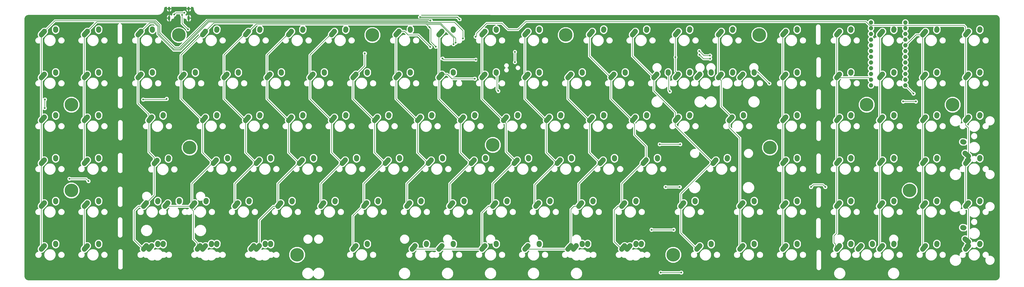
<source format=gtl>
G04 #@! TF.GenerationSoftware,KiCad,Pcbnew,(5.0.0-rc2-dev-733-g23a9fcd91)*
G04 #@! TF.CreationDate,2018-06-09T19:11:19-04:00*
G04 #@! TF.ProjectId,100plus-2,313030706C75732D322E6B696361645F,rev?*
G04 #@! TF.SameCoordinates,Original*
G04 #@! TF.FileFunction,Copper,L1,Top,Signal*
G04 #@! TF.FilePolarity,Positive*
%FSLAX45Y45*%
G04 Gerber Fmt 4.5, Leading zero omitted, Abs format (unit mm)*
G04 Created by KiCad (PCBNEW (5.0.0-rc2-dev-733-g23a9fcd91)) date 06/09/18 19:11:19*
%MOMM*%
%LPD*%
G01*
G04 APERTURE LIST*
%ADD10C,2.250000*%
%ADD11C,2.250000*%
%ADD12O,1.000000X2.100000*%
%ADD13O,1.000000X1.600000*%
%ADD14C,1.000000*%
%ADD15C,6.000000*%
%ADD16C,1.879600*%
%ADD17C,0.800000*%
%ADD18C,0.250000*%
%ADD19C,0.400000*%
%ADD20C,0.254000*%
G04 APERTURE END LIST*
D10*
X15253875Y-16189750D03*
D11*
X15251875Y-16218750D02*
X15255875Y-16160750D01*
D10*
X15255875Y-16160750D03*
X14686375Y-16341750D03*
D11*
X14620875Y-16414750D02*
X14751875Y-16268750D01*
D10*
X14751875Y-16268750D03*
X25705625Y-8648750D03*
X25640125Y-8721750D03*
D11*
X25574625Y-8794750D02*
X25705625Y-8648750D01*
D10*
X26209625Y-8540750D03*
X26207625Y-8569750D03*
D11*
X26205625Y-8598750D02*
X26209625Y-8540750D01*
D10*
X10967625Y-8569750D03*
D11*
X10965625Y-8598750D02*
X10969625Y-8540750D01*
D10*
X10969625Y-8540750D03*
X10400125Y-8721750D03*
D11*
X10334625Y-8794750D02*
X10465625Y-8648750D01*
D10*
X10465625Y-8648750D03*
X39542625Y-10474750D03*
D11*
X39540625Y-10503750D02*
X39544625Y-10445750D01*
D10*
X39544625Y-10445750D03*
X38975125Y-10626750D03*
D11*
X38909625Y-10699750D02*
X39040625Y-10553750D01*
D10*
X39040625Y-10553750D03*
X29515625Y-10553750D03*
X29450125Y-10626750D03*
D11*
X29384625Y-10699750D02*
X29515625Y-10553750D01*
D10*
X30019625Y-10445750D03*
X30017625Y-10474750D03*
D11*
X30015625Y-10503750D02*
X30019625Y-10445750D01*
D10*
X26207625Y-10474750D03*
D11*
X26205625Y-10503750D02*
X26209625Y-10445750D01*
D10*
X26209625Y-10445750D03*
X25640125Y-10626750D03*
D11*
X25574625Y-10699750D02*
X25705625Y-10553750D01*
D10*
X25705625Y-10553750D03*
X11443875Y-12379750D03*
D11*
X11441875Y-12408750D02*
X11445875Y-12350750D01*
D10*
X11445875Y-12350750D03*
X10876375Y-12531750D03*
D11*
X10810875Y-12604750D02*
X10941875Y-12458750D01*
D10*
X10941875Y-12458750D03*
X8586375Y-14284750D03*
D11*
X8584375Y-14313750D02*
X8588375Y-14255750D01*
D10*
X8588375Y-14255750D03*
X8018875Y-14436750D03*
D11*
X7953375Y-14509750D02*
X8084375Y-14363750D01*
D10*
X8084375Y-14363750D03*
X11682000Y-14300625D03*
D11*
X11680000Y-14329625D02*
X11684000Y-14271625D01*
D10*
X11684000Y-14271625D03*
X11114500Y-14452625D03*
D11*
X11049000Y-14525625D02*
X11180000Y-14379625D01*
D10*
X11180000Y-14379625D03*
X35945000Y-14363750D03*
X35879500Y-14436750D03*
D11*
X35814000Y-14509750D02*
X35945000Y-14363750D01*
D10*
X36449000Y-14255750D03*
X36447000Y-14284750D03*
D11*
X36445000Y-14313750D02*
X36449000Y-14255750D01*
D12*
X11712375Y-8059875D03*
X12576375Y-8059875D03*
D13*
X11712375Y-7641875D03*
X12576375Y-7641875D03*
D10*
X6179375Y-8648750D03*
X6113875Y-8721750D03*
D11*
X6048375Y-8794750D02*
X6179375Y-8648750D01*
D10*
X6683375Y-8540750D03*
X6681375Y-8569750D03*
D11*
X6679375Y-8598750D02*
X6683375Y-8540750D01*
D10*
X8084375Y-8648750D03*
X8018875Y-8721750D03*
D11*
X7953375Y-8794750D02*
X8084375Y-8648750D01*
D10*
X8588375Y-8540750D03*
X8586375Y-8569750D03*
D11*
X8584375Y-8598750D02*
X8588375Y-8540750D01*
D10*
X13323125Y-8648750D03*
X13257625Y-8721750D03*
D11*
X13192125Y-8794750D02*
X13323125Y-8648750D01*
D10*
X13827125Y-8540750D03*
X13825125Y-8569750D03*
D11*
X13823125Y-8598750D02*
X13827125Y-8540750D01*
D10*
X15228125Y-8648750D03*
X15162625Y-8721750D03*
D11*
X15097125Y-8794750D02*
X15228125Y-8648750D01*
D10*
X15732125Y-8540750D03*
X15730125Y-8569750D03*
D11*
X15728125Y-8598750D02*
X15732125Y-8540750D01*
D10*
X17635125Y-8569750D03*
D11*
X17633125Y-8598750D02*
X17637125Y-8540750D01*
D10*
X17637125Y-8540750D03*
X17067625Y-8721750D03*
D11*
X17002125Y-8794750D02*
X17133125Y-8648750D01*
D10*
X17133125Y-8648750D03*
X19540125Y-8569750D03*
D11*
X19538125Y-8598750D02*
X19542125Y-8540750D01*
D10*
X19542125Y-8540750D03*
X18972625Y-8721750D03*
D11*
X18907125Y-8794750D02*
X19038125Y-8648750D01*
D10*
X19038125Y-8648750D03*
X21895625Y-8648750D03*
X21830125Y-8721750D03*
D11*
X21764625Y-8794750D02*
X21895625Y-8648750D01*
D10*
X22399625Y-8540750D03*
X22397625Y-8569750D03*
D11*
X22395625Y-8598750D02*
X22399625Y-8540750D01*
D10*
X24302625Y-8569750D03*
D11*
X24300625Y-8598750D02*
X24304625Y-8540750D01*
D10*
X24304625Y-8540750D03*
X23735125Y-8721750D03*
D11*
X23669625Y-8794750D02*
X23800625Y-8648750D01*
D10*
X23800625Y-8648750D03*
X27610625Y-8648750D03*
X27545125Y-8721750D03*
D11*
X27479625Y-8794750D02*
X27610625Y-8648750D01*
D10*
X28114625Y-8540750D03*
X28112625Y-8569750D03*
D11*
X28110625Y-8598750D02*
X28114625Y-8540750D01*
D10*
X30970125Y-8569750D03*
D11*
X30968125Y-8598750D02*
X30972125Y-8540750D01*
D10*
X30972125Y-8540750D03*
X30402625Y-8721750D03*
D11*
X30337125Y-8794750D02*
X30468125Y-8648750D01*
D10*
X30468125Y-8648750D03*
X32373125Y-8648750D03*
X32307625Y-8721750D03*
D11*
X32242125Y-8794750D02*
X32373125Y-8648750D01*
D10*
X32877125Y-8540750D03*
X32875125Y-8569750D03*
D11*
X32873125Y-8598750D02*
X32877125Y-8540750D01*
D10*
X34780125Y-8569750D03*
D11*
X34778125Y-8598750D02*
X34782125Y-8540750D01*
D10*
X34782125Y-8540750D03*
X34212625Y-8721750D03*
D11*
X34147125Y-8794750D02*
X34278125Y-8648750D01*
D10*
X34278125Y-8648750D03*
X36685125Y-8569750D03*
D11*
X36683125Y-8598750D02*
X36687125Y-8540750D01*
D10*
X36687125Y-8540750D03*
X36117625Y-8721750D03*
D11*
X36052125Y-8794750D02*
X36183125Y-8648750D01*
D10*
X36183125Y-8648750D03*
X39040625Y-8648750D03*
X38975125Y-8721750D03*
D11*
X38909625Y-8794750D02*
X39040625Y-8648750D01*
D10*
X39544625Y-8540750D03*
X39542625Y-8569750D03*
D11*
X39540625Y-8598750D02*
X39544625Y-8540750D01*
D10*
X41421875Y-8648750D03*
X41356375Y-8721750D03*
D11*
X41290875Y-8794750D02*
X41421875Y-8648750D01*
D10*
X41925875Y-8540750D03*
X41923875Y-8569750D03*
D11*
X41921875Y-8598750D02*
X41925875Y-8540750D01*
D10*
X43326875Y-8648750D03*
X43261375Y-8721750D03*
D11*
X43195875Y-8794750D02*
X43326875Y-8648750D01*
D10*
X43830875Y-8540750D03*
X43828875Y-8569750D03*
D11*
X43826875Y-8598750D02*
X43830875Y-8540750D01*
D10*
X45733875Y-8569750D03*
D11*
X45731875Y-8598750D02*
X45735875Y-8540750D01*
D10*
X45735875Y-8540750D03*
X45166375Y-8721750D03*
D11*
X45100875Y-8794750D02*
X45231875Y-8648750D01*
D10*
X45231875Y-8648750D03*
X47638875Y-8569750D03*
D11*
X47636875Y-8598750D02*
X47640875Y-8540750D01*
D10*
X47640875Y-8540750D03*
X47071375Y-8721750D03*
D11*
X47005875Y-8794750D02*
X47136875Y-8648750D01*
D10*
X47136875Y-8648750D03*
X6681375Y-10474750D03*
D11*
X6679375Y-10503750D02*
X6683375Y-10445750D01*
D10*
X6683375Y-10445750D03*
X6113875Y-10626750D03*
D11*
X6048375Y-10699750D02*
X6179375Y-10553750D01*
D10*
X6179375Y-10553750D03*
X8084375Y-10553750D03*
X8018875Y-10626750D03*
D11*
X7953375Y-10699750D02*
X8084375Y-10553750D01*
D10*
X8588375Y-10445750D03*
X8586375Y-10474750D03*
D11*
X8584375Y-10503750D02*
X8588375Y-10445750D01*
D10*
X10967625Y-10474750D03*
D11*
X10965625Y-10503750D02*
X10969625Y-10445750D01*
D10*
X10969625Y-10445750D03*
X10400125Y-10626750D03*
D11*
X10334625Y-10699750D02*
X10465625Y-10553750D01*
D10*
X10465625Y-10553750D03*
X12370625Y-10553750D03*
X12305125Y-10626750D03*
D11*
X12239625Y-10699750D02*
X12370625Y-10553750D01*
D10*
X12874625Y-10445750D03*
X12872625Y-10474750D03*
D11*
X12870625Y-10503750D02*
X12874625Y-10445750D01*
D10*
X14275625Y-10553750D03*
X14210125Y-10626750D03*
D11*
X14144625Y-10699750D02*
X14275625Y-10553750D01*
D10*
X14779625Y-10445750D03*
X14777625Y-10474750D03*
D11*
X14775625Y-10503750D02*
X14779625Y-10445750D01*
D10*
X16682625Y-10474750D03*
D11*
X16680625Y-10503750D02*
X16684625Y-10445750D01*
D10*
X16684625Y-10445750D03*
X16115125Y-10626750D03*
D11*
X16049625Y-10699750D02*
X16180625Y-10553750D01*
D10*
X16180625Y-10553750D03*
X18587625Y-10474750D03*
D11*
X18585625Y-10503750D02*
X18589625Y-10445750D01*
D10*
X18589625Y-10445750D03*
X18020125Y-10626750D03*
D11*
X17954625Y-10699750D02*
X18085625Y-10553750D01*
D10*
X18085625Y-10553750D03*
X19990625Y-10553750D03*
X19925125Y-10626750D03*
D11*
X19859625Y-10699750D02*
X19990625Y-10553750D01*
D10*
X20494625Y-10445750D03*
X20492625Y-10474750D03*
D11*
X20490625Y-10503750D02*
X20494625Y-10445750D01*
D10*
X22397625Y-10474750D03*
D11*
X22395625Y-10503750D02*
X22399625Y-10445750D01*
D10*
X22399625Y-10445750D03*
X21830125Y-10626750D03*
D11*
X21764625Y-10699750D02*
X21895625Y-10553750D01*
D10*
X21895625Y-10553750D03*
X23800625Y-10553750D03*
X23735125Y-10626750D03*
D11*
X23669625Y-10699750D02*
X23800625Y-10553750D01*
D10*
X24304625Y-10445750D03*
X24302625Y-10474750D03*
D11*
X24300625Y-10503750D02*
X24304625Y-10445750D01*
D10*
X28112625Y-10474750D03*
D11*
X28110625Y-10503750D02*
X28114625Y-10445750D01*
D10*
X28114625Y-10445750D03*
X27545125Y-10626750D03*
D11*
X27479625Y-10699750D02*
X27610625Y-10553750D01*
D10*
X27610625Y-10553750D03*
X31922625Y-10474750D03*
D11*
X31920625Y-10503750D02*
X31924625Y-10445750D01*
D10*
X31924625Y-10445750D03*
X31355125Y-10626750D03*
D11*
X31289625Y-10699750D02*
X31420625Y-10553750D01*
D10*
X31420625Y-10553750D03*
X33325625Y-10553750D03*
X33260125Y-10626750D03*
D11*
X33194625Y-10699750D02*
X33325625Y-10553750D01*
D10*
X33829625Y-10445750D03*
X33827625Y-10474750D03*
D11*
X33825625Y-10503750D02*
X33829625Y-10445750D01*
D10*
X35230625Y-10553750D03*
X35165125Y-10626750D03*
D11*
X35099625Y-10699750D02*
X35230625Y-10553750D01*
D10*
X35734625Y-10445750D03*
X35732625Y-10474750D03*
D11*
X35730625Y-10503750D02*
X35734625Y-10445750D01*
D10*
X37135625Y-10553750D03*
X37070125Y-10626750D03*
D11*
X37004625Y-10699750D02*
X37135625Y-10553750D01*
D10*
X37639625Y-10445750D03*
X37637625Y-10474750D03*
D11*
X37635625Y-10503750D02*
X37639625Y-10445750D01*
D10*
X41923875Y-10474750D03*
D11*
X41921875Y-10503750D02*
X41925875Y-10445750D01*
D10*
X41925875Y-10445750D03*
X41356375Y-10626750D03*
D11*
X41290875Y-10699750D02*
X41421875Y-10553750D01*
D10*
X41421875Y-10553750D03*
X43326875Y-10553750D03*
X43261375Y-10626750D03*
D11*
X43195875Y-10699750D02*
X43326875Y-10553750D01*
D10*
X43830875Y-10445750D03*
X43828875Y-10474750D03*
D11*
X43826875Y-10503750D02*
X43830875Y-10445750D01*
D10*
X45231875Y-10553750D03*
X45166375Y-10626750D03*
D11*
X45100875Y-10699750D02*
X45231875Y-10553750D01*
D10*
X45735875Y-10445750D03*
X45733875Y-10474750D03*
D11*
X45731875Y-10503750D02*
X45735875Y-10445750D01*
D10*
X47136875Y-10553750D03*
X47071375Y-10626750D03*
D11*
X47005875Y-10699750D02*
X47136875Y-10553750D01*
D10*
X47640875Y-10445750D03*
X47638875Y-10474750D03*
D11*
X47636875Y-10503750D02*
X47640875Y-10445750D01*
D10*
X6681375Y-12379750D03*
D11*
X6679375Y-12408750D02*
X6683375Y-12350750D01*
D10*
X6683375Y-12350750D03*
X6113875Y-12531750D03*
D11*
X6048375Y-12604750D02*
X6179375Y-12458750D01*
D10*
X6179375Y-12458750D03*
X8084375Y-12458750D03*
X8018875Y-12531750D03*
D11*
X7953375Y-12604750D02*
X8084375Y-12458750D01*
D10*
X8588375Y-12350750D03*
X8586375Y-12379750D03*
D11*
X8584375Y-12408750D02*
X8588375Y-12350750D01*
D10*
X13323125Y-12458750D03*
X13257625Y-12531750D03*
D11*
X13192125Y-12604750D02*
X13323125Y-12458750D01*
D10*
X13827125Y-12350750D03*
X13825125Y-12379750D03*
D11*
X13823125Y-12408750D02*
X13827125Y-12350750D01*
D10*
X15228125Y-12458750D03*
X15162625Y-12531750D03*
D11*
X15097125Y-12604750D02*
X15228125Y-12458750D01*
D10*
X15732125Y-12350750D03*
X15730125Y-12379750D03*
D11*
X15728125Y-12408750D02*
X15732125Y-12350750D01*
D10*
X17635125Y-12379750D03*
D11*
X17633125Y-12408750D02*
X17637125Y-12350750D01*
D10*
X17637125Y-12350750D03*
X17067625Y-12531750D03*
D11*
X17002125Y-12604750D02*
X17133125Y-12458750D01*
D10*
X17133125Y-12458750D03*
X19540125Y-12379750D03*
D11*
X19538125Y-12408750D02*
X19542125Y-12350750D01*
D10*
X19542125Y-12350750D03*
X18972625Y-12531750D03*
D11*
X18907125Y-12604750D02*
X19038125Y-12458750D01*
D10*
X19038125Y-12458750D03*
X20943125Y-12458750D03*
X20877625Y-12531750D03*
D11*
X20812125Y-12604750D02*
X20943125Y-12458750D01*
D10*
X21447125Y-12350750D03*
X21445125Y-12379750D03*
D11*
X21443125Y-12408750D02*
X21447125Y-12350750D01*
D10*
X22848125Y-12458750D03*
X22782625Y-12531750D03*
D11*
X22717125Y-12604750D02*
X22848125Y-12458750D01*
D10*
X23352125Y-12350750D03*
X23350125Y-12379750D03*
D11*
X23348125Y-12408750D02*
X23352125Y-12350750D01*
D10*
X24753125Y-12458750D03*
X24687625Y-12531750D03*
D11*
X24622125Y-12604750D02*
X24753125Y-12458750D01*
D10*
X25257125Y-12350750D03*
X25255125Y-12379750D03*
D11*
X25253125Y-12408750D02*
X25257125Y-12350750D01*
D10*
X27160125Y-12379750D03*
D11*
X27158125Y-12408750D02*
X27162125Y-12350750D01*
D10*
X27162125Y-12350750D03*
X26592625Y-12531750D03*
D11*
X26527125Y-12604750D02*
X26658125Y-12458750D01*
D10*
X26658125Y-12458750D03*
X29065125Y-12379750D03*
D11*
X29063125Y-12408750D02*
X29067125Y-12350750D01*
D10*
X29067125Y-12350750D03*
X28497625Y-12531750D03*
D11*
X28432125Y-12604750D02*
X28563125Y-12458750D01*
D10*
X28563125Y-12458750D03*
X30468125Y-12458750D03*
X30402625Y-12531750D03*
D11*
X30337125Y-12604750D02*
X30468125Y-12458750D01*
D10*
X30972125Y-12350750D03*
X30970125Y-12379750D03*
D11*
X30968125Y-12408750D02*
X30972125Y-12350750D01*
D10*
X32373125Y-12458750D03*
X32307625Y-12531750D03*
D11*
X32242125Y-12604750D02*
X32373125Y-12458750D01*
D10*
X32877125Y-12350750D03*
X32875125Y-12379750D03*
D11*
X32873125Y-12408750D02*
X32877125Y-12350750D01*
D10*
X34780125Y-12379750D03*
D11*
X34778125Y-12408750D02*
X34782125Y-12350750D01*
D10*
X34782125Y-12350750D03*
X34212625Y-12531750D03*
D11*
X34147125Y-12604750D02*
X34278125Y-12458750D01*
D10*
X34278125Y-12458750D03*
X37161375Y-12379750D03*
D11*
X37159375Y-12408750D02*
X37163375Y-12350750D01*
D10*
X37163375Y-12350750D03*
X36593875Y-12531750D03*
D11*
X36528375Y-12604750D02*
X36659375Y-12458750D01*
D10*
X36659375Y-12458750D03*
X39542625Y-12379750D03*
D11*
X39540625Y-12408750D02*
X39544625Y-12350750D01*
D10*
X39544625Y-12350750D03*
X38975125Y-12531750D03*
D11*
X38909625Y-12604750D02*
X39040625Y-12458750D01*
D10*
X39040625Y-12458750D03*
X41421875Y-12458750D03*
X41356375Y-12531750D03*
D11*
X41290875Y-12604750D02*
X41421875Y-12458750D01*
D10*
X41925875Y-12350750D03*
X41923875Y-12379750D03*
D11*
X41921875Y-12408750D02*
X41925875Y-12350750D01*
D10*
X43326875Y-12458750D03*
X43261375Y-12531750D03*
D11*
X43195875Y-12604750D02*
X43326875Y-12458750D01*
D10*
X43830875Y-12350750D03*
X43828875Y-12379750D03*
D11*
X43826875Y-12408750D02*
X43830875Y-12350750D01*
D10*
X45733875Y-12379750D03*
D11*
X45731875Y-12408750D02*
X45735875Y-12350750D01*
D10*
X45735875Y-12350750D03*
X45166375Y-12531750D03*
D11*
X45100875Y-12604750D02*
X45231875Y-12458750D01*
D10*
X45231875Y-12458750D03*
X47136875Y-12458750D03*
X47071375Y-12531750D03*
D11*
X47005875Y-12604750D02*
X47136875Y-12458750D01*
D10*
X47640875Y-12350750D03*
X47638875Y-12379750D03*
D11*
X47636875Y-12408750D02*
X47640875Y-12350750D01*
D10*
X46986875Y-14061250D03*
X47059875Y-14126750D03*
D11*
X47132875Y-14192250D02*
X46986875Y-14061250D01*
D10*
X46878875Y-13557250D03*
X46907875Y-13559250D03*
D11*
X46936875Y-13561250D02*
X46878875Y-13557250D01*
D10*
X6179375Y-14363750D03*
X6113875Y-14436750D03*
D11*
X6048375Y-14509750D02*
X6179375Y-14363750D01*
D10*
X6683375Y-14255750D03*
X6681375Y-14284750D03*
D11*
X6679375Y-14313750D02*
X6683375Y-14255750D01*
D10*
X14301375Y-14284750D03*
D11*
X14299375Y-14313750D02*
X14303375Y-14255750D01*
D10*
X14303375Y-14255750D03*
X13733875Y-14436750D03*
D11*
X13668375Y-14509750D02*
X13799375Y-14363750D01*
D10*
X13799375Y-14363750D03*
X15704375Y-14363750D03*
X15638875Y-14436750D03*
D11*
X15573375Y-14509750D02*
X15704375Y-14363750D01*
D10*
X16208375Y-14255750D03*
X16206375Y-14284750D03*
D11*
X16204375Y-14313750D02*
X16208375Y-14255750D01*
D10*
X17609375Y-14363750D03*
X17543875Y-14436750D03*
D11*
X17478375Y-14509750D02*
X17609375Y-14363750D01*
D10*
X18113375Y-14255750D03*
X18111375Y-14284750D03*
D11*
X18109375Y-14313750D02*
X18113375Y-14255750D01*
D10*
X20016375Y-14284750D03*
D11*
X20014375Y-14313750D02*
X20018375Y-14255750D01*
D10*
X20018375Y-14255750D03*
X19448875Y-14436750D03*
D11*
X19383375Y-14509750D02*
X19514375Y-14363750D01*
D10*
X19514375Y-14363750D03*
X21419375Y-14363750D03*
X21353875Y-14436750D03*
D11*
X21288375Y-14509750D02*
X21419375Y-14363750D01*
D10*
X21923375Y-14255750D03*
X21921375Y-14284750D03*
D11*
X21919375Y-14313750D02*
X21923375Y-14255750D01*
D10*
X23324375Y-14363750D03*
X23258875Y-14436750D03*
D11*
X23193375Y-14509750D02*
X23324375Y-14363750D01*
D10*
X23828375Y-14255750D03*
X23826375Y-14284750D03*
D11*
X23824375Y-14313750D02*
X23828375Y-14255750D01*
D10*
X25229375Y-14363750D03*
X25163875Y-14436750D03*
D11*
X25098375Y-14509750D02*
X25229375Y-14363750D01*
D10*
X25733375Y-14255750D03*
X25731375Y-14284750D03*
D11*
X25729375Y-14313750D02*
X25733375Y-14255750D01*
D10*
X27636375Y-14284750D03*
D11*
X27634375Y-14313750D02*
X27638375Y-14255750D01*
D10*
X27638375Y-14255750D03*
X27068875Y-14436750D03*
D11*
X27003375Y-14509750D02*
X27134375Y-14363750D01*
D10*
X27134375Y-14363750D03*
X29541375Y-14284750D03*
D11*
X29539375Y-14313750D02*
X29543375Y-14255750D01*
D10*
X29543375Y-14255750D03*
X28973875Y-14436750D03*
D11*
X28908375Y-14509750D02*
X29039375Y-14363750D01*
D10*
X29039375Y-14363750D03*
X30944375Y-14363750D03*
X30878875Y-14436750D03*
D11*
X30813375Y-14509750D02*
X30944375Y-14363750D01*
D10*
X31448375Y-14255750D03*
X31446375Y-14284750D03*
D11*
X31444375Y-14313750D02*
X31448375Y-14255750D01*
D10*
X33351375Y-14284750D03*
D11*
X33349375Y-14313750D02*
X33353375Y-14255750D01*
D10*
X33353375Y-14255750D03*
X32783875Y-14436750D03*
D11*
X32718375Y-14509750D02*
X32849375Y-14363750D01*
D10*
X32849375Y-14363750D03*
X39040625Y-14363750D03*
X38975125Y-14436750D03*
D11*
X38909625Y-14509750D02*
X39040625Y-14363750D01*
D10*
X39544625Y-14255750D03*
X39542625Y-14284750D03*
D11*
X39540625Y-14313750D02*
X39544625Y-14255750D01*
D10*
X41923875Y-14284750D03*
D11*
X41921875Y-14313750D02*
X41925875Y-14255750D01*
D10*
X41925875Y-14255750D03*
X41356375Y-14436750D03*
D11*
X41290875Y-14509750D02*
X41421875Y-14363750D01*
D10*
X41421875Y-14363750D03*
X43326875Y-14363750D03*
X43261375Y-14436750D03*
D11*
X43195875Y-14509750D02*
X43326875Y-14363750D01*
D10*
X43830875Y-14255750D03*
X43828875Y-14284750D03*
D11*
X43826875Y-14313750D02*
X43830875Y-14255750D01*
D10*
X45733875Y-14284750D03*
D11*
X45731875Y-14313750D02*
X45735875Y-14255750D01*
D10*
X45735875Y-14255750D03*
X45166375Y-14436750D03*
D11*
X45100875Y-14509750D02*
X45231875Y-14363750D01*
D10*
X45231875Y-14363750D03*
X47136875Y-14363750D03*
X47071375Y-14436750D03*
D11*
X47005875Y-14509750D02*
X47136875Y-14363750D01*
D10*
X47640875Y-14255750D03*
X47638875Y-14284750D03*
D11*
X47636875Y-14313750D02*
X47640875Y-14255750D01*
D10*
X6681375Y-16189750D03*
D11*
X6679375Y-16218750D02*
X6683375Y-16160750D01*
D10*
X6683375Y-16160750D03*
X6113875Y-16341750D03*
D11*
X6048375Y-16414750D02*
X6179375Y-16268750D01*
D10*
X6179375Y-16268750D03*
X8084375Y-16268750D03*
X8018875Y-16341750D03*
D11*
X7953375Y-16414750D02*
X8084375Y-16268750D01*
D10*
X8588375Y-16160750D03*
X8586375Y-16189750D03*
D11*
X8584375Y-16218750D02*
X8588375Y-16160750D01*
D10*
X11205750Y-16189750D03*
D11*
X11203750Y-16218750D02*
X11207750Y-16160750D01*
D10*
X11207750Y-16160750D03*
X10638250Y-16341750D03*
D11*
X10572750Y-16414750D02*
X10703750Y-16268750D01*
D10*
X10703750Y-16268750D03*
X12158250Y-16189750D03*
D11*
X12156250Y-16218750D02*
X12160250Y-16160750D01*
D10*
X12160250Y-16160750D03*
X11590750Y-16341750D03*
D11*
X11525250Y-16414750D02*
X11656250Y-16268750D01*
D10*
X11656250Y-16268750D03*
X17158875Y-16189750D03*
D11*
X17156875Y-16218750D02*
X17160875Y-16160750D01*
D10*
X17160875Y-16160750D03*
X16591375Y-16341750D03*
D11*
X16525875Y-16414750D02*
X16656875Y-16268750D01*
D10*
X16656875Y-16268750D03*
X18561875Y-16268750D03*
X18496375Y-16341750D03*
D11*
X18430875Y-16414750D02*
X18561875Y-16268750D01*
D10*
X19065875Y-16160750D03*
X19063875Y-16189750D03*
D11*
X19061875Y-16218750D02*
X19065875Y-16160750D01*
D10*
X20968875Y-16189750D03*
D11*
X20966875Y-16218750D02*
X20970875Y-16160750D01*
D10*
X20970875Y-16160750D03*
X20401375Y-16341750D03*
D11*
X20335875Y-16414750D02*
X20466875Y-16268750D01*
D10*
X20466875Y-16268750D03*
X22371875Y-16268750D03*
X22306375Y-16341750D03*
D11*
X22240875Y-16414750D02*
X22371875Y-16268750D01*
D10*
X22875875Y-16160750D03*
X22873875Y-16189750D03*
D11*
X22871875Y-16218750D02*
X22875875Y-16160750D01*
D10*
X24778875Y-16189750D03*
D11*
X24776875Y-16218750D02*
X24780875Y-16160750D01*
D10*
X24780875Y-16160750D03*
X24211375Y-16341750D03*
D11*
X24145875Y-16414750D02*
X24276875Y-16268750D01*
D10*
X24276875Y-16268750D03*
X26181875Y-16268750D03*
X26116375Y-16341750D03*
D11*
X26050875Y-16414750D02*
X26181875Y-16268750D01*
D10*
X26685875Y-16160750D03*
X26683875Y-16189750D03*
D11*
X26681875Y-16218750D02*
X26685875Y-16160750D01*
D10*
X28588875Y-16189750D03*
D11*
X28586875Y-16218750D02*
X28590875Y-16160750D01*
D10*
X28590875Y-16160750D03*
X28021375Y-16341750D03*
D11*
X27955875Y-16414750D02*
X28086875Y-16268750D01*
D10*
X28086875Y-16268750D03*
X29991875Y-16268750D03*
X29926375Y-16341750D03*
D11*
X29860875Y-16414750D02*
X29991875Y-16268750D01*
D10*
X30495875Y-16160750D03*
X30493875Y-16189750D03*
D11*
X30491875Y-16218750D02*
X30495875Y-16160750D01*
D10*
X31896875Y-16268750D03*
X31831375Y-16341750D03*
D11*
X31765875Y-16414750D02*
X31896875Y-16268750D01*
D10*
X32400875Y-16160750D03*
X32398875Y-16189750D03*
D11*
X32396875Y-16218750D02*
X32400875Y-16160750D01*
D10*
X35018250Y-16189750D03*
D11*
X35016250Y-16218750D02*
X35020250Y-16160750D01*
D10*
X35020250Y-16160750D03*
X34450750Y-16341750D03*
D11*
X34385250Y-16414750D02*
X34516250Y-16268750D01*
D10*
X34516250Y-16268750D03*
X37637625Y-16189750D03*
D11*
X37635625Y-16218750D02*
X37639625Y-16160750D01*
D10*
X37639625Y-16160750D03*
X37070125Y-16341750D03*
D11*
X37004625Y-16414750D02*
X37135625Y-16268750D01*
D10*
X37135625Y-16268750D03*
X39040625Y-16268750D03*
X38975125Y-16341750D03*
D11*
X38909625Y-16414750D02*
X39040625Y-16268750D01*
D10*
X39544625Y-16160750D03*
X39542625Y-16189750D03*
D11*
X39540625Y-16218750D02*
X39544625Y-16160750D01*
D10*
X41923875Y-16189750D03*
D11*
X41921875Y-16218750D02*
X41925875Y-16160750D01*
D10*
X41925875Y-16160750D03*
X41356375Y-16341750D03*
D11*
X41290875Y-16414750D02*
X41421875Y-16268750D01*
D10*
X41421875Y-16268750D03*
X43326875Y-16268750D03*
X43261375Y-16341750D03*
D11*
X43195875Y-16414750D02*
X43326875Y-16268750D01*
D10*
X43830875Y-16160750D03*
X43828875Y-16189750D03*
D11*
X43826875Y-16218750D02*
X43830875Y-16160750D01*
D10*
X45733875Y-16189750D03*
D11*
X45731875Y-16218750D02*
X45735875Y-16160750D01*
D10*
X45735875Y-16160750D03*
X45166375Y-16341750D03*
D11*
X45100875Y-16414750D02*
X45231875Y-16268750D01*
D10*
X45231875Y-16268750D03*
X47638875Y-16189750D03*
D11*
X47636875Y-16218750D02*
X47640875Y-16160750D01*
D10*
X47640875Y-16160750D03*
X47071375Y-16341750D03*
D11*
X47005875Y-16414750D02*
X47136875Y-16268750D01*
D10*
X47136875Y-16268750D03*
X13348875Y-16189750D03*
D11*
X13346875Y-16218750D02*
X13350875Y-16160750D01*
D10*
X13350875Y-16160750D03*
X12781375Y-16341750D03*
D11*
X12715875Y-16414750D02*
X12846875Y-16268750D01*
D10*
X12846875Y-16268750D03*
X46907875Y-17369250D03*
D11*
X46936875Y-17371250D02*
X46878875Y-17367250D01*
D10*
X46878875Y-17367250D03*
X47059875Y-17936750D03*
D11*
X47132875Y-18002250D02*
X46986875Y-17871250D01*
D10*
X46986875Y-17871250D03*
X24302625Y-18094750D03*
D11*
X24300625Y-18123750D02*
X24304625Y-18065750D01*
D10*
X24304625Y-18065750D03*
X23735125Y-18246750D03*
D11*
X23669625Y-18319750D02*
X23800625Y-18173750D01*
D10*
X23800625Y-18173750D03*
X6179375Y-18173750D03*
X6113875Y-18246750D03*
D11*
X6048375Y-18319750D02*
X6179375Y-18173750D01*
D10*
X6683375Y-18065750D03*
X6681375Y-18094750D03*
D11*
X6679375Y-18123750D02*
X6683375Y-18065750D01*
D10*
X8084375Y-18173750D03*
X8018875Y-18246750D03*
D11*
X7953375Y-18319750D02*
X8084375Y-18173750D01*
D10*
X8588375Y-18065750D03*
X8586375Y-18094750D03*
D11*
X8584375Y-18123750D02*
X8588375Y-18065750D01*
D10*
X11443875Y-18094750D03*
D11*
X11441875Y-18123750D02*
X11445875Y-18065750D01*
D10*
X11445875Y-18065750D03*
X10876375Y-18246750D03*
D11*
X10810875Y-18319750D02*
X10941875Y-18173750D01*
D10*
X10941875Y-18173750D03*
X15704375Y-18173750D03*
X15638875Y-18246750D03*
D11*
X15573375Y-18319750D02*
X15704375Y-18173750D01*
D10*
X16208375Y-18065750D03*
X16206375Y-18094750D03*
D11*
X16204375Y-18123750D02*
X16208375Y-18065750D01*
D10*
X20492625Y-18094750D03*
D11*
X20490625Y-18123750D02*
X20494625Y-18065750D01*
D10*
X20494625Y-18065750D03*
X19925125Y-18246750D03*
D11*
X19859625Y-18319750D02*
X19990625Y-18173750D01*
D10*
X19990625Y-18173750D03*
X26207625Y-18094750D03*
D11*
X26205625Y-18123750D02*
X26209625Y-18065750D01*
D10*
X26209625Y-18065750D03*
X25640125Y-18246750D03*
D11*
X25574625Y-18319750D02*
X25705625Y-18173750D01*
D10*
X25705625Y-18173750D03*
X30017625Y-18094750D03*
D11*
X30015625Y-18123750D02*
X30019625Y-18065750D01*
D10*
X30019625Y-18065750D03*
X29450125Y-18246750D03*
D11*
X29384625Y-18319750D02*
X29515625Y-18173750D01*
D10*
X29515625Y-18173750D03*
X32398875Y-18094750D03*
D11*
X32396875Y-18123750D02*
X32400875Y-18065750D01*
D10*
X32400875Y-18065750D03*
X31831375Y-18246750D03*
D11*
X31765875Y-18319750D02*
X31896875Y-18173750D01*
D10*
X31896875Y-18173750D03*
X35732625Y-18094750D03*
D11*
X35730625Y-18123750D02*
X35734625Y-18065750D01*
D10*
X35734625Y-18065750D03*
X35165125Y-18246750D03*
D11*
X35099625Y-18319750D02*
X35230625Y-18173750D01*
D10*
X35230625Y-18173750D03*
X37637625Y-18094750D03*
D11*
X37635625Y-18123750D02*
X37639625Y-18065750D01*
D10*
X37639625Y-18065750D03*
X37070125Y-18246750D03*
D11*
X37004625Y-18319750D02*
X37135625Y-18173750D01*
D10*
X37135625Y-18173750D03*
X39542625Y-18094750D03*
D11*
X39540625Y-18123750D02*
X39544625Y-18065750D01*
D10*
X39544625Y-18065750D03*
X38975125Y-18246750D03*
D11*
X38909625Y-18319750D02*
X39040625Y-18173750D01*
D10*
X39040625Y-18173750D03*
X41923875Y-18094750D03*
D11*
X41921875Y-18123750D02*
X41925875Y-18065750D01*
D10*
X41925875Y-18065750D03*
X41356375Y-18246750D03*
D11*
X41290875Y-18319750D02*
X41421875Y-18173750D01*
D10*
X41421875Y-18173750D03*
X43828875Y-18094750D03*
D11*
X43826875Y-18123750D02*
X43830875Y-18065750D01*
D10*
X43830875Y-18065750D03*
X43261375Y-18246750D03*
D11*
X43195875Y-18319750D02*
X43326875Y-18173750D01*
D10*
X43326875Y-18173750D03*
X45231875Y-18173750D03*
X45166375Y-18246750D03*
D11*
X45100875Y-18319750D02*
X45231875Y-18173750D01*
D10*
X45735875Y-18065750D03*
X45733875Y-18094750D03*
D11*
X45731875Y-18123750D02*
X45735875Y-18065750D01*
D10*
X47638875Y-18094750D03*
D11*
X47636875Y-18123750D02*
X47640875Y-18065750D01*
D10*
X47640875Y-18065750D03*
X47071375Y-18246750D03*
D11*
X47005875Y-18319750D02*
X47136875Y-18173750D01*
D10*
X47136875Y-18173750D03*
X27610625Y-18173750D03*
X27545125Y-18246750D03*
D11*
X27479625Y-18319750D02*
X27610625Y-18173750D01*
D10*
X28114625Y-18065750D03*
X28112625Y-18094750D03*
D11*
X28110625Y-18123750D02*
X28114625Y-18065750D01*
D10*
X42876375Y-18094750D03*
D11*
X42874375Y-18123750D02*
X42878375Y-18065750D01*
D10*
X42878375Y-18065750D03*
X42308875Y-18246750D03*
D11*
X42243375Y-18319750D02*
X42374375Y-18173750D01*
D10*
X42374375Y-18173750D03*
X34278125Y-10553750D03*
X34212625Y-10626750D03*
D11*
X34147125Y-10699750D02*
X34278125Y-10553750D01*
D10*
X34782125Y-10445750D03*
X34780125Y-10474750D03*
D11*
X34778125Y-10503750D02*
X34782125Y-10445750D01*
D10*
X36685125Y-10474750D03*
D11*
X36683125Y-10503750D02*
X36687125Y-10445750D01*
D10*
X36687125Y-10445750D03*
X36117625Y-10626750D03*
D11*
X36052125Y-10699750D02*
X36183125Y-10553750D01*
D10*
X36183125Y-10553750D03*
X13825125Y-18094750D03*
D11*
X13823125Y-18123750D02*
X13827125Y-18065750D01*
D10*
X13827125Y-18065750D03*
X13257625Y-18246750D03*
D11*
X13192125Y-18319750D02*
X13323125Y-18173750D01*
D10*
X13323125Y-18173750D03*
D14*
X12019375Y-8985625D03*
X12269375Y-8985625D03*
X12144375Y-8985625D03*
X12019375Y-8635625D03*
X12269375Y-8635625D03*
X12144375Y-8635625D03*
D15*
X12144375Y-8810625D03*
D14*
X20591875Y-8985625D03*
X20841875Y-8985625D03*
X20716875Y-8985625D03*
X20591875Y-8635625D03*
X20841875Y-8635625D03*
X20716875Y-8635625D03*
D15*
X20716875Y-8810625D03*
D14*
X29164375Y-8985625D03*
X29414375Y-8985625D03*
X29289375Y-8985625D03*
X29164375Y-8635625D03*
X29414375Y-8635625D03*
X29289375Y-8635625D03*
D15*
X29289375Y-8810625D03*
D14*
X37736875Y-8985625D03*
X37986875Y-8985625D03*
X37861875Y-8985625D03*
X37736875Y-8635625D03*
X37986875Y-8635625D03*
X37861875Y-8635625D03*
D15*
X37861875Y-8810625D03*
D14*
X33926875Y-18748750D03*
X34176875Y-18748750D03*
X34051875Y-18748750D03*
X33926875Y-18398750D03*
X34176875Y-18398750D03*
X34051875Y-18398750D03*
D15*
X34051875Y-18573750D03*
D14*
X17258125Y-18748750D03*
X17508125Y-18748750D03*
X17383125Y-18748750D03*
X17258125Y-18398750D03*
X17508125Y-18398750D03*
X17383125Y-18398750D03*
D15*
X17383125Y-18573750D03*
D14*
X7256875Y-15891250D03*
X7506875Y-15891250D03*
X7381875Y-15891250D03*
X7256875Y-15541250D03*
X7506875Y-15541250D03*
X7381875Y-15541250D03*
D15*
X7381875Y-15716250D03*
D14*
X7256875Y-12081250D03*
X7506875Y-12081250D03*
X7381875Y-12081250D03*
X7256875Y-11731250D03*
X7506875Y-11731250D03*
X7381875Y-11731250D03*
D15*
X7381875Y-11906250D03*
D14*
X42499375Y-12081250D03*
X42749375Y-12081250D03*
X42624375Y-12081250D03*
X42499375Y-11731250D03*
X42749375Y-11731250D03*
X42624375Y-11731250D03*
D15*
X42624375Y-11906250D03*
D14*
X46309375Y-12081250D03*
X46559375Y-12081250D03*
X46434375Y-12081250D03*
X46309375Y-11731250D03*
X46559375Y-11731250D03*
X46434375Y-11731250D03*
D15*
X46434375Y-11906250D03*
D14*
X44404375Y-15891250D03*
X44654375Y-15891250D03*
X44529375Y-15891250D03*
X44404375Y-15541250D03*
X44654375Y-15541250D03*
X44529375Y-15541250D03*
D15*
X44529375Y-15716250D03*
D14*
X25932000Y-13869000D03*
X26182000Y-13869000D03*
X26057000Y-13869000D03*
X25932000Y-13519000D03*
X26182000Y-13519000D03*
X26057000Y-13519000D03*
D15*
X26057000Y-13694000D03*
D14*
X38213125Y-13986250D03*
X38463125Y-13986250D03*
X38338125Y-13986250D03*
X38213125Y-13636250D03*
X38463125Y-13636250D03*
X38338125Y-13636250D03*
D15*
X38338125Y-13811250D03*
D14*
X12495625Y-13986250D03*
X12745625Y-13986250D03*
X12620625Y-13986250D03*
X12495625Y-13636250D03*
X12745625Y-13636250D03*
X12620625Y-13636250D03*
D15*
X12620625Y-13811250D03*
D16*
X44338875Y-8255000D03*
X44338875Y-8509000D03*
X44338875Y-8763000D03*
X44338875Y-9017000D03*
X44338875Y-9271000D03*
X44338875Y-9525000D03*
X44338875Y-9779000D03*
X44338875Y-10033000D03*
X44338875Y-10287000D03*
X44338875Y-10541000D03*
X44338875Y-10795000D03*
X44338875Y-11049000D03*
X42814875Y-11049000D03*
X42814875Y-10795000D03*
X42814875Y-10541000D03*
X42814875Y-10287000D03*
X42814875Y-10033000D03*
X42814875Y-9779000D03*
X42814875Y-9525000D03*
X42814875Y-9271000D03*
X42814875Y-9017000D03*
X42814875Y-8763000D03*
X42814875Y-8509000D03*
X42814875Y-8255000D03*
D10*
X10703796Y-18173828D03*
X10638296Y-18246828D03*
D11*
X10572796Y-18319828D02*
X10703796Y-18173828D01*
D10*
X11207796Y-18065828D03*
X11205796Y-18094828D03*
D11*
X11203796Y-18123828D02*
X11207796Y-18065828D01*
D10*
X13587056Y-18094828D03*
D11*
X13585056Y-18123828D02*
X13589056Y-18065828D01*
D10*
X13589056Y-18065828D03*
X13019556Y-18246828D03*
D11*
X12954056Y-18319828D02*
X13085056Y-18173828D01*
D10*
X13085056Y-18173828D03*
X15968316Y-18094828D03*
D11*
X15966316Y-18123828D02*
X15970316Y-18065828D01*
D10*
X15970316Y-18065828D03*
X15400816Y-18246828D03*
D11*
X15335316Y-18319828D02*
X15466316Y-18173828D01*
D10*
X15466316Y-18173828D03*
X23112096Y-18094828D03*
D11*
X23110096Y-18123828D02*
X23114096Y-18065828D01*
D10*
X23114096Y-18065828D03*
X22544596Y-18246828D03*
D11*
X22479096Y-18319828D02*
X22610096Y-18173828D01*
D10*
X22610096Y-18173828D03*
X29753876Y-18173828D03*
X29688376Y-18246828D03*
D11*
X29622876Y-18319828D02*
X29753876Y-18173828D01*
D10*
X30257876Y-18065828D03*
X30255876Y-18094828D03*
D11*
X30253876Y-18123828D02*
X30257876Y-18065828D01*
D10*
X32637136Y-18094828D03*
D11*
X32635136Y-18123828D02*
X32639136Y-18065828D01*
D10*
X32639136Y-18065828D03*
X32069636Y-18246828D03*
D11*
X32004136Y-18319828D02*
X32135136Y-18173828D01*
D10*
X32135136Y-18173828D03*
D17*
X25305000Y-9907000D03*
X23831000Y-9855000D03*
X35686000Y-9865000D03*
X35216000Y-9688000D03*
X10561000Y-11678000D03*
X11603000Y-11648501D03*
X44242000Y-11765000D03*
X44807000Y-11765000D03*
X44701000Y-11412000D03*
X26298000Y-11298000D03*
X33902000Y-11316000D03*
X38310000Y-10966000D03*
X33452000Y-13665000D03*
X34361000Y-13665000D03*
X6200000Y-12059000D03*
X6208000Y-11675000D03*
X40158000Y-15565000D03*
X40791000Y-15565000D03*
X7291000Y-15198000D03*
X8136000Y-15302000D03*
X33713000Y-15565000D03*
X34338000Y-15565000D03*
X33089000Y-17465000D03*
X34073000Y-17465000D03*
X33089000Y-17465000D03*
X33497000Y-19365000D03*
X34408000Y-19365000D03*
X25032000Y-10193000D03*
X25241000Y-9682000D03*
X25241000Y-9682000D03*
X24828000Y-9699000D03*
X25386000Y-10067000D03*
X25460000Y-8316000D03*
X26788000Y-10035000D03*
X25728000Y-9410000D03*
X23783000Y-9193000D03*
X22834000Y-8018000D03*
X12385000Y-7821000D03*
X11938000Y-7899000D03*
X24583000Y-8123000D03*
X12284000Y-7914000D03*
X12548000Y-8562000D03*
X23298000Y-8169501D03*
X24731000Y-8966000D03*
X24412000Y-9152000D03*
X24315000Y-9221000D03*
X23532000Y-9328000D03*
X23249000Y-8464000D03*
X20384000Y-9626000D03*
X23288000Y-9343000D03*
X25261000Y-10752000D03*
X34147125Y-9797501D03*
X27036000Y-10018000D03*
X27035000Y-9564000D03*
X35684000Y-9725000D03*
X35207000Y-9523000D03*
X25296000Y-8889000D03*
D18*
X25305000Y-9907000D02*
X23883000Y-9907000D01*
X23883000Y-9907000D02*
X23871000Y-9895000D01*
X23871000Y-9895000D02*
X23831000Y-9855000D01*
X35393000Y-9865000D02*
X35256000Y-9728000D01*
X35686000Y-9865000D02*
X35393000Y-9865000D01*
X35256000Y-9728000D02*
X35216000Y-9688000D01*
X11573501Y-11678000D02*
X11603000Y-11648501D01*
X10561000Y-11678000D02*
X11573501Y-11678000D01*
X44242000Y-11765000D02*
X44807000Y-11765000D01*
X44338875Y-11049000D02*
X44701000Y-11411125D01*
X44701000Y-11411125D02*
X44701000Y-11412000D01*
X26238000Y-10474125D02*
X26209625Y-10445750D01*
X26298000Y-11298000D02*
X26238000Y-11238000D01*
X26238000Y-11238000D02*
X26238000Y-10474125D01*
X33849000Y-10465125D02*
X33829625Y-10445750D01*
X33902000Y-11316000D02*
X33849000Y-11263000D01*
X33849000Y-11263000D02*
X33849000Y-10465125D01*
X37789750Y-10445750D02*
X37639625Y-10445750D01*
X38310000Y-10966000D02*
X37789750Y-10445750D01*
X33452000Y-13665000D02*
X34361000Y-13665000D01*
X6200000Y-12059000D02*
X6200000Y-11683000D01*
X6200000Y-11683000D02*
X6208000Y-11675000D01*
X40158000Y-15565000D02*
X40259000Y-15464000D01*
X40690000Y-15464000D02*
X40791000Y-15565000D01*
X40259000Y-15464000D02*
X40690000Y-15464000D01*
X8032000Y-15198000D02*
X8136000Y-15302000D01*
X7291000Y-15198000D02*
X8032000Y-15198000D01*
X33713000Y-15565000D02*
X34338000Y-15565000D01*
X33145568Y-17465000D02*
X34073000Y-17465000D01*
X33089000Y-17465000D02*
X33145568Y-17465000D01*
X33497000Y-19365000D02*
X34408000Y-19365000D01*
D19*
X25241000Y-9682000D02*
X24845000Y-9682000D01*
X24845000Y-9682000D02*
X24828000Y-9699000D01*
X25241000Y-9682000D02*
X25386000Y-9827000D01*
X25386000Y-10010432D02*
X25386000Y-10067000D01*
X25260000Y-10193000D02*
X25346000Y-10107000D01*
X25346000Y-10107000D02*
X25386000Y-10067000D01*
X25032000Y-10193000D02*
X25260000Y-10193000D01*
X25386000Y-9827000D02*
X25386000Y-10010432D01*
D18*
X24828000Y-8948000D02*
X24828000Y-9699000D01*
X25460000Y-8316000D02*
X24828000Y-8948000D01*
X26788000Y-10035000D02*
X26788000Y-9598000D01*
X26788000Y-9598000D02*
X26600000Y-9410000D01*
X26600000Y-9410000D02*
X25728000Y-9410000D01*
X11712375Y-8059875D02*
X11712375Y-7641875D01*
X12651375Y-8059875D02*
X12576375Y-8059875D01*
X12682000Y-8090500D02*
X12651375Y-8059875D01*
X24402063Y-8090500D02*
X12682000Y-8090500D01*
X24515561Y-8203999D02*
X24402063Y-8090500D01*
X25347999Y-8203999D02*
X24515561Y-8203999D01*
X25460000Y-8316000D02*
X25347999Y-8203999D01*
X24828000Y-9699000D02*
X24289000Y-9699000D01*
X24289000Y-9699000D02*
X23783000Y-9193000D01*
X12016000Y-7821000D02*
X11978000Y-7859000D01*
X12385000Y-7821000D02*
X12016000Y-7821000D01*
X11978000Y-7859000D02*
X11938000Y-7899000D01*
D19*
X22834000Y-8018000D02*
X24478000Y-8018000D01*
X24543000Y-8083000D02*
X24583000Y-8123000D01*
X24478000Y-8018000D02*
X24543000Y-8083000D01*
D18*
X12547000Y-8562000D02*
X12548000Y-8562000D01*
X12284000Y-7914000D02*
X12284000Y-8299000D01*
X12284000Y-8299000D02*
X12547000Y-8562000D01*
X6048375Y-8794750D02*
X6048375Y-10699750D01*
X6048375Y-12327750D02*
X6048375Y-12604750D01*
X6048375Y-10699750D02*
X6048375Y-12327750D01*
X6048375Y-14232750D02*
X6048375Y-14509750D01*
X6048375Y-12604750D02*
X6048375Y-14232750D01*
X6048375Y-14509750D02*
X6048375Y-16414750D01*
X6048375Y-16414750D02*
X6048375Y-18319750D01*
X11101000Y-8175497D02*
X11302000Y-8376497D01*
X6179375Y-8648750D02*
X6652628Y-8175497D01*
X11302000Y-8376497D02*
X11302000Y-8711000D01*
X6652628Y-8175497D02*
X11101000Y-8175497D01*
X23212926Y-8140996D02*
X23241431Y-8169501D01*
X23241431Y-8169501D02*
X23298000Y-8169501D01*
X12157000Y-9377000D02*
X13393004Y-8140996D01*
X11968000Y-9377000D02*
X12157000Y-9377000D01*
X13393004Y-8140996D02*
X23212926Y-8140996D01*
X11302000Y-8711000D02*
X11968000Y-9377000D01*
X7953375Y-8794750D02*
X7953375Y-10699750D01*
X7946375Y-12597750D02*
X7953375Y-12604750D01*
X7946375Y-10706750D02*
X7946375Y-12597750D01*
X7953375Y-10699750D02*
X7946375Y-10706750D01*
X7953375Y-12604750D02*
X7953375Y-14509750D01*
X7953375Y-18042750D02*
X7953375Y-18319750D01*
X7953375Y-16414750D02*
X7953375Y-18042750D01*
X12192000Y-9435000D02*
X11926641Y-9435000D01*
X23161920Y-8185997D02*
X13441003Y-8185997D01*
X11251000Y-8410358D02*
X11249001Y-8408359D01*
X11926641Y-9435000D02*
X11251000Y-8759359D01*
X11251000Y-8759359D02*
X11251000Y-8410358D01*
X8508127Y-8224998D02*
X8196875Y-8536250D01*
X11065640Y-8224998D02*
X8508127Y-8224998D01*
X8196875Y-8536250D02*
X8084375Y-8648750D01*
X11249001Y-8408359D02*
X11065640Y-8224998D01*
X13441003Y-8185997D02*
X12192000Y-9435000D01*
X23224923Y-8249000D02*
X23161920Y-8185997D01*
X24360000Y-8249000D02*
X23224923Y-8249000D01*
X24731000Y-8620000D02*
X24360000Y-8249000D01*
X24731000Y-8966000D02*
X24731000Y-8620000D01*
X10572750Y-16399750D02*
X10572750Y-16414750D01*
X11049000Y-15923500D02*
X10572750Y-16399750D01*
X11049000Y-14525625D02*
X11049000Y-15923500D01*
X10327625Y-10692750D02*
X10334625Y-10699750D01*
X10327625Y-8801750D02*
X10327625Y-10692750D01*
X10334625Y-8794750D02*
X10327625Y-8801750D01*
X10810875Y-12327750D02*
X10810875Y-12604750D01*
X10334625Y-11851500D02*
X10810875Y-12327750D01*
X10334625Y-10699750D02*
X10334625Y-11851500D01*
X11049000Y-14248625D02*
X11049000Y-14525625D01*
X10810875Y-14010500D02*
X11049000Y-14248625D01*
X10810875Y-12604750D02*
X10810875Y-14010500D01*
X10572750Y-16414750D02*
X10356250Y-16414750D01*
X10356250Y-16414750D02*
X10163000Y-16608000D01*
X10163000Y-17910032D02*
X10572796Y-18319828D01*
X10163000Y-16608000D02*
X10163000Y-17910032D01*
X10795797Y-18319828D02*
X10941875Y-18173750D01*
X10572796Y-18319828D02*
X10795797Y-18319828D01*
X10578125Y-8536250D02*
X10465625Y-8648750D01*
X13464002Y-8230998D02*
X12209000Y-9486000D01*
X11914000Y-9486000D02*
X11204000Y-8776000D01*
X24412000Y-8955000D02*
X23751001Y-8294001D01*
X12209000Y-9486000D02*
X11914000Y-9486000D01*
X11204000Y-8426999D02*
X11047000Y-8269999D01*
X10844376Y-8269999D02*
X10578125Y-8536250D01*
X11047000Y-8269999D02*
X10844376Y-8269999D01*
X24412000Y-9152000D02*
X24412000Y-8955000D01*
X11204000Y-8776000D02*
X11204000Y-8426999D01*
X23143280Y-8230998D02*
X13464002Y-8230998D01*
X23206283Y-8294001D02*
X23143280Y-8230998D01*
X23751001Y-8294001D02*
X23206283Y-8294001D01*
X12239625Y-9696650D02*
X12239625Y-10699750D01*
X13141525Y-8794750D02*
X12239625Y-9696650D01*
X13192125Y-8794750D02*
X13141525Y-8794750D01*
X12232625Y-11645250D02*
X13192125Y-12604750D01*
X12232625Y-10706750D02*
X12232625Y-11645250D01*
X12239625Y-10699750D02*
X12232625Y-10706750D01*
X13192125Y-14033500D02*
X13668375Y-14509750D01*
X13192125Y-12604750D02*
X13192125Y-14033500D01*
X12715875Y-15411650D02*
X12715875Y-16414750D01*
X13617775Y-14509750D02*
X12715875Y-15411650D01*
X13668375Y-14509750D02*
X13617775Y-14509750D01*
X12715875Y-16399750D02*
X12846875Y-16268750D01*
X12715875Y-16414750D02*
X12715875Y-16399750D01*
X11525250Y-16414750D02*
X12715875Y-16414750D01*
X12715875Y-16414750D02*
X12715875Y-16556875D01*
X12715875Y-16556875D02*
X12786000Y-16627000D01*
X12786000Y-17874772D02*
X12954056Y-18042828D01*
X12786000Y-16627000D02*
X12786000Y-17874772D01*
X13192047Y-18319828D02*
X13192125Y-18319750D01*
X12954056Y-18319828D02*
X13192047Y-18319828D01*
X12954056Y-18073000D02*
X12954056Y-18319828D01*
X12954056Y-18042828D02*
X12954056Y-18073000D01*
X23730002Y-8339002D02*
X24315000Y-8924000D01*
X24315000Y-8924000D02*
X24315000Y-9164432D01*
X23187643Y-8339002D02*
X23730002Y-8339002D01*
X23124640Y-8275999D02*
X23187643Y-8339002D01*
X13323125Y-8648750D02*
X13695876Y-8275999D01*
X24315000Y-9164432D02*
X24315000Y-9221000D01*
X13695876Y-8275999D02*
X23124640Y-8275999D01*
X14144625Y-9696650D02*
X14144625Y-10699750D01*
X15046525Y-8794750D02*
X14144625Y-9696650D01*
X15097125Y-8794750D02*
X15046525Y-8794750D01*
X14144625Y-11652250D02*
X15097125Y-12604750D01*
X14144625Y-10699750D02*
X14144625Y-11652250D01*
X15097125Y-14033500D02*
X15573375Y-14509750D01*
X15097125Y-12604750D02*
X15097125Y-14033500D01*
X14620875Y-15411650D02*
X14620875Y-16414750D01*
X15522775Y-14509750D02*
X14620875Y-15411650D01*
X15573375Y-14509750D02*
X15522775Y-14509750D01*
X14620875Y-16414750D02*
X14613875Y-16421750D01*
X23532000Y-9328000D02*
X23312000Y-9108000D01*
X23312000Y-8527000D02*
X23249000Y-8464000D01*
X23312000Y-9108000D02*
X23312000Y-8527000D01*
X15570875Y-8321000D02*
X15097125Y-8794750D01*
X23106000Y-8321000D02*
X15570875Y-8321000D01*
X23249000Y-8464000D02*
X23106000Y-8321000D01*
X16049625Y-9696650D02*
X16049625Y-10699750D01*
X16951525Y-8794750D02*
X16049625Y-9696650D01*
X17002125Y-8794750D02*
X16951525Y-8794750D01*
X16049625Y-11652250D02*
X17002125Y-12604750D01*
X16049625Y-10699750D02*
X16049625Y-11652250D01*
X16525875Y-15411650D02*
X16525875Y-16414750D01*
X17427775Y-14509750D02*
X16525875Y-15411650D01*
X17478375Y-14509750D02*
X17427775Y-14509750D01*
X17002125Y-12604750D02*
X17002125Y-13694495D01*
X17002125Y-13751063D02*
X17002125Y-13694495D01*
X17002125Y-14033500D02*
X17002125Y-13751063D01*
X17478375Y-14509750D02*
X17002125Y-14033500D01*
X16525875Y-16414750D02*
X16329250Y-16414750D01*
X15704375Y-18188750D02*
X15573375Y-18319750D01*
X15704375Y-17039625D02*
X15704375Y-18188750D01*
X16329250Y-16414750D02*
X15704375Y-17039625D01*
X15335394Y-18319750D02*
X15335316Y-18319828D01*
X15573375Y-18319750D02*
X15335394Y-18319750D01*
X17954625Y-9696650D02*
X17954625Y-10699750D01*
X18856525Y-8794750D02*
X17954625Y-9696650D01*
X18907125Y-8794750D02*
X18856525Y-8794750D01*
X17954625Y-11652250D02*
X18907125Y-12604750D01*
X17954625Y-10699750D02*
X17954625Y-11652250D01*
X18430875Y-15411650D02*
X18430875Y-16414750D01*
X19332775Y-14509750D02*
X18430875Y-15411650D01*
X19383375Y-14509750D02*
X19332775Y-14509750D01*
X18907125Y-12604750D02*
X18907125Y-13739496D01*
X18907125Y-14033500D02*
X18907125Y-13796064D01*
X19383375Y-14509750D02*
X18907125Y-14033500D01*
X18907125Y-13796064D02*
X18907125Y-13739496D01*
X19859625Y-11652250D02*
X20812125Y-12604750D01*
X19859625Y-10699750D02*
X19859625Y-11652250D01*
X20812125Y-14033500D02*
X21288375Y-14509750D01*
X20812125Y-12604750D02*
X20812125Y-14033500D01*
X20335875Y-15411650D02*
X20335875Y-16414750D01*
X21237775Y-14509750D02*
X20335875Y-15411650D01*
X21288375Y-14509750D02*
X21237775Y-14509750D01*
X19859625Y-16840400D02*
X19859625Y-18319750D01*
X20285275Y-16414750D02*
X19859625Y-16840400D01*
X20335875Y-16414750D02*
X20285275Y-16414750D01*
X20384000Y-10175375D02*
X20384000Y-9682568D01*
X20384000Y-9682568D02*
X20384000Y-9626000D01*
X19859625Y-10699750D02*
X20384000Y-10175375D01*
X21764625Y-11652250D02*
X22717125Y-12604750D01*
X21764625Y-10699750D02*
X21764625Y-11652250D01*
X22240875Y-15411650D02*
X22240875Y-16414750D01*
X23142775Y-14509750D02*
X22240875Y-15411650D01*
X23193375Y-14509750D02*
X23142775Y-14509750D01*
X22717125Y-12604750D02*
X22717125Y-13784497D01*
X22717125Y-14033500D02*
X22717125Y-13841065D01*
X22717125Y-13841065D02*
X22717125Y-13784497D01*
X23193375Y-14509750D02*
X22717125Y-14033500D01*
X21764625Y-10422750D02*
X21764625Y-10699750D01*
X21764625Y-8794750D02*
X21764625Y-10422750D01*
X21764625Y-8779750D02*
X21895625Y-8648750D01*
X21764625Y-8794750D02*
X21764625Y-8779750D01*
X21910625Y-8648750D02*
X21764625Y-8794750D01*
X22144750Y-8648750D02*
X21910625Y-8648750D01*
X22302000Y-8806000D02*
X22144750Y-8648750D01*
X22751000Y-8806000D02*
X22302000Y-8806000D01*
X23288000Y-9343000D02*
X22751000Y-8806000D01*
X23669625Y-11652250D02*
X24622125Y-12604750D01*
X23669625Y-10699750D02*
X23669625Y-11652250D01*
X24145875Y-15411650D02*
X24145875Y-16414750D01*
X25047775Y-14509750D02*
X24145875Y-15411650D01*
X25098375Y-14509750D02*
X25047775Y-14509750D01*
X24615125Y-12611750D02*
X24615125Y-13772929D01*
X24622125Y-12604750D02*
X24615125Y-12611750D01*
X24615125Y-13772929D02*
X24615125Y-13829498D01*
X25098375Y-14509750D02*
X24615125Y-14026500D01*
X24615125Y-14026500D02*
X24615125Y-13886066D01*
X24615125Y-13886066D02*
X24615125Y-13829498D01*
X23669625Y-10422750D02*
X23669625Y-10699750D01*
X23669625Y-8794750D02*
X23669625Y-10422750D01*
X23800625Y-8807849D02*
X23800625Y-8648750D01*
X25204431Y-10752000D02*
X25200431Y-10756000D01*
X25261000Y-10752000D02*
X25204431Y-10752000D01*
X25200431Y-10756000D02*
X24243000Y-10756000D01*
X24040750Y-10553750D02*
X23800625Y-10553750D01*
X24243000Y-10756000D02*
X24040750Y-10553750D01*
X25574625Y-10422750D02*
X25574625Y-10699750D01*
X25574625Y-8794750D02*
X25574625Y-10422750D01*
X25574625Y-11652250D02*
X26527125Y-12604750D01*
X25574625Y-10699750D02*
X25574625Y-11652250D01*
X26050875Y-15411650D02*
X26050875Y-16414750D01*
X26952775Y-14509750D02*
X26050875Y-15411650D01*
X27003375Y-14509750D02*
X26952775Y-14509750D01*
X23669625Y-18319750D02*
X25574625Y-18319750D01*
X27003375Y-14350749D02*
X27003375Y-14509750D01*
X26647000Y-13994374D02*
X27003375Y-14350749D01*
X26527125Y-12604750D02*
X26647000Y-12724625D01*
X26647000Y-12724625D02*
X26647000Y-13994374D01*
X22479174Y-18319750D02*
X22479096Y-18319828D01*
X23669625Y-18319750D02*
X22479174Y-18319750D01*
X25574625Y-16708375D02*
X25574625Y-18319750D01*
X26050875Y-16414750D02*
X25868250Y-16414750D01*
X25868250Y-16414750D02*
X25574625Y-16708375D01*
X27479625Y-10422750D02*
X27479625Y-10699750D01*
X27479625Y-8794750D02*
X27479625Y-10422750D01*
X27479625Y-11652250D02*
X28432125Y-12604750D01*
X27479625Y-10699750D02*
X27479625Y-11652250D01*
X28425125Y-14026500D02*
X28908375Y-14509750D01*
X28425125Y-12611750D02*
X28425125Y-14026500D01*
X28432125Y-12604750D02*
X28425125Y-12611750D01*
X28908375Y-14509750D02*
X28901375Y-14516750D01*
X28901375Y-14516750D02*
X28850775Y-14516750D01*
X27913000Y-16371875D02*
X27955875Y-16414750D01*
X27913000Y-15454525D02*
X27913000Y-16371875D01*
X28850775Y-14516750D02*
X27913000Y-15454525D01*
X29384625Y-11652250D02*
X30337125Y-12604750D01*
X29384625Y-10699750D02*
X29384625Y-11652250D01*
X30337125Y-14033500D02*
X30813375Y-14509750D01*
X30337125Y-12604750D02*
X30337125Y-14033500D01*
X29860875Y-15411650D02*
X29860875Y-16414750D01*
X30762775Y-14509750D02*
X29860875Y-15411650D01*
X30813375Y-14509750D02*
X30762775Y-14509750D01*
X27949822Y-18319750D02*
X29384625Y-18319750D01*
X27479625Y-18319750D02*
X27949822Y-18319750D01*
X29384703Y-18319828D02*
X29384625Y-18319750D01*
X29622876Y-18319828D02*
X29384703Y-18319828D01*
X29860875Y-16414750D02*
X29656250Y-16414750D01*
X29515625Y-18188750D02*
X29384625Y-18319750D01*
X29515625Y-16555375D02*
X29515625Y-18188750D01*
X29656250Y-16414750D02*
X29515625Y-16555375D01*
X29515625Y-18212577D02*
X29622876Y-18319828D01*
X29515625Y-18173750D02*
X29515625Y-18212577D01*
X30337125Y-9747250D02*
X31289625Y-10699750D01*
X30337125Y-8794750D02*
X30337125Y-9747250D01*
X31289625Y-11652250D02*
X32242125Y-12604750D01*
X31289625Y-10699750D02*
X31289625Y-11652250D01*
X31765875Y-15411650D02*
X31765875Y-16414750D01*
X32667775Y-14509750D02*
X31765875Y-15411650D01*
X32718375Y-14509750D02*
X32667775Y-14509750D01*
X32242125Y-12604750D02*
X32242125Y-12686125D01*
X32242125Y-12686125D02*
X32336000Y-12780000D01*
X32336000Y-12780000D02*
X32336000Y-13243000D01*
X32849375Y-14378750D02*
X32718375Y-14509750D01*
X32849375Y-13756375D02*
X32849375Y-14378750D01*
X32336000Y-13243000D02*
X32849375Y-13756375D01*
X31765875Y-16414750D02*
X31609250Y-16414750D01*
X31609250Y-16414750D02*
X31440000Y-16584000D01*
X31440000Y-17993875D02*
X31765875Y-18319750D01*
X31440000Y-16584000D02*
X31440000Y-17993875D01*
X32004058Y-18319750D02*
X32004136Y-18319828D01*
X31765875Y-18319750D02*
X32004058Y-18319750D01*
X32242125Y-9747250D02*
X33194625Y-10699750D01*
X32242125Y-8794750D02*
X32242125Y-9747250D01*
X34147125Y-12248853D02*
X34147125Y-12604750D01*
X33194625Y-11296353D02*
X34147125Y-12248853D01*
X33194625Y-10699750D02*
X33194625Y-11296353D01*
X34140125Y-12611750D02*
X34140125Y-12835875D01*
X34147125Y-12604750D02*
X34140125Y-12611750D01*
X34385250Y-15862003D02*
X34385250Y-16414750D01*
X35814000Y-14509750D02*
X35737503Y-14509750D01*
X34385250Y-17605375D02*
X35099625Y-18319750D01*
X34385250Y-16414750D02*
X34385250Y-17605375D01*
X35737503Y-14509750D02*
X34385250Y-15862003D01*
X34140125Y-12835875D02*
X35814000Y-14509750D01*
X34147125Y-8794750D02*
X34147125Y-9797501D01*
X34147125Y-10422750D02*
X34147125Y-9854070D01*
X34278125Y-10553750D02*
X34147125Y-10422750D01*
X34147125Y-9854070D02*
X34147125Y-9797501D01*
X36052125Y-10422750D02*
X36052125Y-10699750D01*
X36052125Y-8794750D02*
X36052125Y-10422750D01*
X36546875Y-12346250D02*
X36659375Y-12458750D01*
X36180000Y-11979375D02*
X36546875Y-12346250D01*
X36180000Y-10827625D02*
X36180000Y-11979375D01*
X36052125Y-10699750D02*
X36180000Y-10827625D01*
X37004625Y-18042750D02*
X37004625Y-18319750D01*
X37004625Y-16414750D02*
X37004625Y-18042750D01*
X36528375Y-12909350D02*
X36528375Y-12604750D01*
X37004625Y-13385600D02*
X36528375Y-12909350D01*
X37004625Y-16414750D02*
X37004625Y-13385600D01*
X38909625Y-10422750D02*
X38909625Y-10699750D01*
X38909625Y-8794750D02*
X38909625Y-10422750D01*
X38909625Y-12327750D02*
X38909625Y-12604750D01*
X38909625Y-10699750D02*
X38909625Y-12327750D01*
X38909625Y-12604750D02*
X38909625Y-14509750D01*
X38909625Y-16137750D02*
X38909625Y-16414750D01*
X38909625Y-14509750D02*
X38909625Y-16137750D01*
X38909625Y-16414750D02*
X38909625Y-18319750D01*
X41290875Y-8794750D02*
X41290875Y-10422750D01*
X41290875Y-12327750D02*
X41290875Y-12604750D01*
X41290875Y-14232750D02*
X41290875Y-14509750D01*
X41290875Y-12604750D02*
X41290875Y-14232750D01*
X41290875Y-14509750D02*
X41290875Y-16414750D01*
X41245675Y-18274550D02*
X41290875Y-18319750D01*
X41245675Y-18101000D02*
X41245675Y-18274550D01*
X41290875Y-16414750D02*
X41290875Y-17619125D01*
X41290875Y-17619125D02*
X41245675Y-17664325D01*
X41245675Y-17664325D02*
X41244675Y-17664325D01*
X41244675Y-17664325D02*
X41176000Y-17733000D01*
X41176000Y-17733000D02*
X41176000Y-18031325D01*
X41176000Y-18031325D02*
X41245675Y-18101000D01*
X42719625Y-10699750D02*
X42814875Y-10795000D01*
X41290875Y-10699750D02*
X42719625Y-10699750D01*
X41290875Y-10422750D02*
X41290875Y-10699750D01*
X41290875Y-12327750D02*
X41290875Y-10699750D01*
X43195875Y-10422750D02*
X43195875Y-10699750D01*
X43195875Y-8794750D02*
X43195875Y-10422750D01*
X43195875Y-14232750D02*
X43195875Y-14509750D01*
X43195875Y-12604750D02*
X43195875Y-14232750D01*
X43195875Y-16137750D02*
X43195875Y-16414750D01*
X43195875Y-14509750D02*
X43195875Y-16137750D01*
X43195875Y-18042750D02*
X43195875Y-18319750D01*
X43195875Y-16414750D02*
X43195875Y-18042750D01*
X43195875Y-11328000D02*
X43195875Y-12604750D01*
X43195875Y-10699750D02*
X43195875Y-11328000D01*
X27036000Y-9565000D02*
X27035000Y-9564000D01*
X27036000Y-10018000D02*
X27036000Y-9565000D01*
X45100875Y-8794750D02*
X45100875Y-10699750D01*
X45100875Y-12849125D02*
X45100875Y-14509750D01*
X45100875Y-12604750D02*
X45100875Y-12849125D01*
X45100875Y-16137750D02*
X45100875Y-16414750D01*
X45100875Y-14509750D02*
X45100875Y-16137750D01*
X45100875Y-16414750D02*
X45100875Y-18319750D01*
X44815125Y-8794750D02*
X45100875Y-8794750D01*
X44338875Y-9271000D02*
X44815125Y-8794750D01*
X45100875Y-10699750D02*
X45100875Y-11558000D01*
X45100875Y-11558000D02*
X45100875Y-12604750D01*
X35409000Y-9725000D02*
X35247000Y-9563000D01*
X35247000Y-9563000D02*
X35207000Y-9523000D01*
X35684000Y-9725000D02*
X35409000Y-9725000D01*
X46986875Y-18148250D02*
X47132875Y-18002250D01*
X46986875Y-18300750D02*
X46986875Y-18148250D01*
X47005875Y-18319750D02*
X46986875Y-18300750D01*
X47132875Y-16541750D02*
X47005875Y-16414750D01*
X47132875Y-18002250D02*
X47132875Y-16541750D01*
X47005875Y-14494750D02*
X47005875Y-14509750D01*
X47005875Y-16414750D02*
X47005875Y-14494750D01*
X46986875Y-14338250D02*
X47132875Y-14192250D01*
X46986875Y-14490750D02*
X46986875Y-14338250D01*
X47005875Y-14509750D02*
X46986875Y-14490750D01*
X47005875Y-12808150D02*
X47005875Y-12604750D01*
X47132875Y-12935150D02*
X47005875Y-12808150D01*
X47132875Y-14192250D02*
X47132875Y-12935150D01*
X47005875Y-12604750D02*
X47005875Y-10699750D01*
X47024375Y-8761250D02*
X47136875Y-8648750D01*
X47005875Y-8779750D02*
X47024375Y-8761250D01*
X47005875Y-10699750D02*
X47005875Y-8779750D01*
X25336000Y-8849000D02*
X25336000Y-8738000D01*
X25296000Y-8889000D02*
X25336000Y-8849000D01*
X25336000Y-8738000D02*
X25785000Y-8289000D01*
X25785000Y-8289000D02*
X26453000Y-8289000D01*
X26453000Y-8289000D02*
X26736000Y-8572000D01*
X26736000Y-8572000D02*
X27164000Y-8572000D01*
X27232250Y-8503750D02*
X27235250Y-8503750D01*
X27164000Y-8572000D02*
X27232250Y-8503750D01*
X27343250Y-8395750D02*
X27344250Y-8395750D01*
X27235250Y-8503750D02*
X27343250Y-8395750D01*
X27344250Y-8395750D02*
X27527000Y-8213000D01*
X47005875Y-8454109D02*
X47005875Y-8716109D01*
X46934286Y-8382520D02*
X47005875Y-8454109D01*
X42755204Y-8382520D02*
X46934286Y-8382520D01*
X42585684Y-8213000D02*
X42755204Y-8382520D01*
X27527000Y-8213000D02*
X42585684Y-8213000D01*
D20*
G36*
X11598875Y-7599175D02*
X11598875Y-7629175D01*
X11699675Y-7629175D01*
X11699675Y-7627175D01*
X11725075Y-7627175D01*
X11725075Y-7629175D01*
X11825875Y-7629175D01*
X11825875Y-7599175D01*
X11817217Y-7571937D01*
X12471533Y-7571937D01*
X12462875Y-7599175D01*
X12462875Y-7629175D01*
X12563675Y-7629175D01*
X12563675Y-7627175D01*
X12589075Y-7627175D01*
X12589075Y-7629175D01*
X12689875Y-7629175D01*
X12689875Y-7599175D01*
X12681217Y-7571937D01*
X12733132Y-7571937D01*
X12756550Y-7576299D01*
X12771152Y-7585299D01*
X12781534Y-7598953D01*
X12787672Y-7620149D01*
X12787835Y-7623468D01*
X12788357Y-7625670D01*
X12788357Y-7629267D01*
X12796471Y-7690899D01*
X12801268Y-7708802D01*
X12825057Y-7766233D01*
X12826464Y-7768670D01*
X12834325Y-7782285D01*
X12872167Y-7831602D01*
X12885273Y-7844708D01*
X12934590Y-7882550D01*
X12945162Y-7888654D01*
X12950642Y-7891818D01*
X13008073Y-7915606D01*
X13008073Y-7915606D01*
X13025976Y-7920404D01*
X13085304Y-7928214D01*
X13089882Y-7929125D01*
X22778105Y-7929125D01*
X22775372Y-7930257D01*
X22746257Y-7959372D01*
X22730500Y-7997413D01*
X22730500Y-8038587D01*
X22741439Y-8064996D01*
X13400489Y-8064996D01*
X13393004Y-8063507D01*
X13385520Y-8064996D01*
X13385519Y-8064996D01*
X13363351Y-8069405D01*
X13338211Y-8086203D01*
X13333971Y-8092548D01*
X12482620Y-8943899D01*
X12507875Y-8882930D01*
X12507875Y-8738320D01*
X12452535Y-8604719D01*
X12350281Y-8502465D01*
X12216680Y-8447125D01*
X12072070Y-8447125D01*
X11938469Y-8502465D01*
X11836215Y-8604719D01*
X11780875Y-8738320D01*
X11780875Y-8882930D01*
X11836215Y-9016531D01*
X11938469Y-9118785D01*
X12072070Y-9174125D01*
X12216680Y-9174125D01*
X12277649Y-9148871D01*
X12125520Y-9301000D01*
X11999480Y-9301000D01*
X11378000Y-8679520D01*
X11378000Y-8383981D01*
X11379489Y-8376497D01*
X11378000Y-8369012D01*
X11378000Y-8369012D01*
X11373590Y-8346843D01*
X11356793Y-8321704D01*
X11350447Y-8317464D01*
X11160033Y-8127050D01*
X11155793Y-8120704D01*
X11130654Y-8103906D01*
X11108485Y-8099497D01*
X11108485Y-8099497D01*
X11101000Y-8098008D01*
X11093515Y-8099497D01*
X6660113Y-8099497D01*
X6652628Y-8098008D01*
X6645143Y-8099497D01*
X6645143Y-8099497D01*
X6622974Y-8103906D01*
X6597835Y-8120704D01*
X6593595Y-8127049D01*
X6240346Y-8480299D01*
X6238982Y-8479491D01*
X6226259Y-8477669D01*
X6214384Y-8472750D01*
X6191914Y-8472750D01*
X6169672Y-8469565D01*
X6157220Y-8472750D01*
X6144366Y-8472750D01*
X6123607Y-8481349D01*
X6101839Y-8486917D01*
X6091554Y-8494625D01*
X6079679Y-8499544D01*
X6063790Y-8515434D01*
X6059954Y-8518309D01*
X6051559Y-8527664D01*
X6030169Y-8549054D01*
X6028285Y-8553603D01*
X5905801Y-8690113D01*
X5879116Y-8735143D01*
X5869190Y-8804453D01*
X5886542Y-8872286D01*
X5905627Y-8897750D01*
X5891339Y-8897750D01*
X5835840Y-8920738D01*
X5793363Y-8963215D01*
X5770375Y-9018714D01*
X5770375Y-9078786D01*
X5793363Y-9134285D01*
X5835840Y-9176762D01*
X5891339Y-9199750D01*
X5951411Y-9199750D01*
X5972375Y-9191066D01*
X5972375Y-10520915D01*
X5905801Y-10595113D01*
X5879116Y-10640143D01*
X5869190Y-10709453D01*
X5886542Y-10777286D01*
X5905627Y-10802750D01*
X5891339Y-10802750D01*
X5835840Y-10825738D01*
X5793363Y-10868215D01*
X5770375Y-10923714D01*
X5770375Y-10983786D01*
X5793363Y-11039285D01*
X5835840Y-11081762D01*
X5891339Y-11104750D01*
X5951411Y-11104750D01*
X5972375Y-11096066D01*
X5972375Y-12320264D01*
X5972375Y-12320265D01*
X5972375Y-12425915D01*
X5905801Y-12500112D01*
X5879116Y-12545143D01*
X5869190Y-12614453D01*
X5886542Y-12682286D01*
X5905627Y-12707750D01*
X5891339Y-12707750D01*
X5835840Y-12730738D01*
X5793363Y-12773215D01*
X5770375Y-12828714D01*
X5770375Y-12888786D01*
X5793363Y-12944285D01*
X5835840Y-12986762D01*
X5891339Y-13009750D01*
X5951411Y-13009750D01*
X5972375Y-13001066D01*
X5972375Y-14225264D01*
X5972375Y-14225265D01*
X5972375Y-14330915D01*
X5905801Y-14405112D01*
X5879116Y-14450143D01*
X5869190Y-14519453D01*
X5886542Y-14587286D01*
X5905627Y-14612750D01*
X5891339Y-14612750D01*
X5835840Y-14635738D01*
X5793363Y-14678215D01*
X5770375Y-14733714D01*
X5770375Y-14793786D01*
X5793363Y-14849285D01*
X5835840Y-14891762D01*
X5891339Y-14914750D01*
X5951411Y-14914750D01*
X5972375Y-14906066D01*
X5972375Y-16235915D01*
X5905801Y-16310112D01*
X5879116Y-16355143D01*
X5869190Y-16424453D01*
X5886542Y-16492286D01*
X5905627Y-16517750D01*
X5891339Y-16517750D01*
X5835840Y-16540738D01*
X5793363Y-16583215D01*
X5770375Y-16638714D01*
X5770375Y-16698786D01*
X5793363Y-16754285D01*
X5835840Y-16796762D01*
X5891339Y-16819750D01*
X5951411Y-16819750D01*
X5972375Y-16811066D01*
X5972375Y-18140915D01*
X5905801Y-18215113D01*
X5879116Y-18260143D01*
X5869190Y-18329453D01*
X5886542Y-18397286D01*
X5905627Y-18422750D01*
X5891339Y-18422750D01*
X5835840Y-18445738D01*
X5793363Y-18488215D01*
X5770375Y-18543714D01*
X5770375Y-18603786D01*
X5793363Y-18659285D01*
X5835840Y-18701762D01*
X5891339Y-18724750D01*
X5951411Y-18724750D01*
X6006910Y-18701762D01*
X6049387Y-18659285D01*
X6072375Y-18603786D01*
X6072375Y-18543714D01*
X6063156Y-18521458D01*
X6166485Y-18521458D01*
X6166485Y-18626042D01*
X6206508Y-18722665D01*
X6280460Y-18796617D01*
X6377083Y-18836640D01*
X6481667Y-18836640D01*
X6578290Y-18796617D01*
X6652242Y-18722665D01*
X6692265Y-18626042D01*
X6692265Y-18543714D01*
X6786375Y-18543714D01*
X6786375Y-18603786D01*
X6809363Y-18659285D01*
X6851840Y-18701762D01*
X6907339Y-18724750D01*
X6967411Y-18724750D01*
X7022910Y-18701762D01*
X7065387Y-18659285D01*
X7088375Y-18603786D01*
X7088375Y-18543714D01*
X7065387Y-18488215D01*
X7022910Y-18445738D01*
X6967411Y-18422750D01*
X6907339Y-18422750D01*
X6851840Y-18445738D01*
X6809363Y-18488215D01*
X6786375Y-18543714D01*
X6692265Y-18543714D01*
X6692265Y-18521458D01*
X6652242Y-18424835D01*
X6578290Y-18350883D01*
X6481667Y-18310860D01*
X6377083Y-18310860D01*
X6280460Y-18350883D01*
X6206508Y-18424835D01*
X6166485Y-18521458D01*
X6063156Y-18521458D01*
X6053559Y-18498288D01*
X6058078Y-18498935D01*
X6125911Y-18481583D01*
X6167796Y-18450191D01*
X6307194Y-18294832D01*
X6328581Y-18273446D01*
X6337179Y-18252688D01*
X6348634Y-18233357D01*
X6350456Y-18220633D01*
X6355375Y-18208759D01*
X6355375Y-18186290D01*
X6358561Y-18164047D01*
X6355375Y-18151594D01*
X6355375Y-18138741D01*
X6351313Y-18128934D01*
X6502599Y-18128934D01*
X6509255Y-18180852D01*
X6544057Y-18241608D01*
X6599459Y-18284421D01*
X6667029Y-18302773D01*
X6736477Y-18293870D01*
X6797233Y-18259068D01*
X6840046Y-18203666D01*
X6853765Y-18153152D01*
X6856980Y-18106541D01*
X6859375Y-18100759D01*
X6859375Y-18071811D01*
X6860150Y-18060566D01*
X6859375Y-18054516D01*
X6859375Y-18030741D01*
X6854961Y-18020086D01*
X6853495Y-18008648D01*
X6841679Y-17988019D01*
X6832581Y-17966054D01*
X6824426Y-17957899D01*
X6818693Y-17947892D01*
X6799882Y-17933356D01*
X6783071Y-17916544D01*
X6772416Y-17912131D01*
X6763291Y-17905079D01*
X6740348Y-17898848D01*
X6718384Y-17889750D01*
X6706850Y-17889750D01*
X6695721Y-17886727D01*
X6672141Y-17889750D01*
X6648366Y-17889750D01*
X6637711Y-17894164D01*
X6626273Y-17895630D01*
X6605644Y-17907446D01*
X6583679Y-17916544D01*
X6575524Y-17924700D01*
X6565517Y-17930432D01*
X6550981Y-17949242D01*
X6534169Y-17966054D01*
X6529756Y-17976709D01*
X6522704Y-17985834D01*
X6516473Y-18008776D01*
X6507375Y-18030741D01*
X6507375Y-18059689D01*
X6502599Y-18128934D01*
X6351313Y-18128934D01*
X6346777Y-18117983D01*
X6341208Y-18096214D01*
X6333499Y-18085929D01*
X6328581Y-18074054D01*
X6312693Y-18058166D01*
X6299217Y-18040186D01*
X6288160Y-18033633D01*
X6279071Y-18024544D01*
X6258312Y-18015946D01*
X6238982Y-18004491D01*
X6226259Y-18002669D01*
X6214384Y-17997750D01*
X6191914Y-17997750D01*
X6169672Y-17994565D01*
X6157220Y-17997750D01*
X6144366Y-17997750D01*
X6124375Y-18006031D01*
X6124375Y-16616458D01*
X6166485Y-16616458D01*
X6166485Y-16721042D01*
X6206508Y-16817665D01*
X6280460Y-16891617D01*
X6377083Y-16931640D01*
X6481667Y-16931640D01*
X6578290Y-16891617D01*
X6652242Y-16817665D01*
X6692265Y-16721042D01*
X6692265Y-16638714D01*
X6786375Y-16638714D01*
X6786375Y-16698786D01*
X6809363Y-16754285D01*
X6851840Y-16796762D01*
X6907339Y-16819750D01*
X6967411Y-16819750D01*
X7022910Y-16796762D01*
X7065387Y-16754285D01*
X7088375Y-16698786D01*
X7088375Y-16638714D01*
X7675375Y-16638714D01*
X7675375Y-16698786D01*
X7698363Y-16754285D01*
X7740840Y-16796762D01*
X7796339Y-16819750D01*
X7856411Y-16819750D01*
X7877375Y-16811066D01*
X7877375Y-18035264D01*
X7877375Y-18035265D01*
X7877375Y-18140915D01*
X7810801Y-18215113D01*
X7784116Y-18260143D01*
X7774190Y-18329453D01*
X7791542Y-18397286D01*
X7810627Y-18422750D01*
X7796339Y-18422750D01*
X7740840Y-18445738D01*
X7698363Y-18488215D01*
X7675375Y-18543714D01*
X7675375Y-18603786D01*
X7698363Y-18659285D01*
X7740840Y-18701762D01*
X7796339Y-18724750D01*
X7856411Y-18724750D01*
X7911910Y-18701762D01*
X7954387Y-18659285D01*
X7977375Y-18603786D01*
X7977375Y-18543714D01*
X7968156Y-18521458D01*
X8071485Y-18521458D01*
X8071485Y-18626042D01*
X8111508Y-18722665D01*
X8185460Y-18796617D01*
X8282083Y-18836640D01*
X8386667Y-18836640D01*
X8483290Y-18796617D01*
X8557242Y-18722665D01*
X8597265Y-18626042D01*
X8597265Y-18543714D01*
X8691375Y-18543714D01*
X8691375Y-18603786D01*
X8714363Y-18659285D01*
X8756840Y-18701762D01*
X8812339Y-18724750D01*
X8872411Y-18724750D01*
X8927910Y-18701762D01*
X8970387Y-18659285D01*
X8993375Y-18603786D01*
X8993375Y-18543714D01*
X8970387Y-18488215D01*
X8927910Y-18445738D01*
X8872411Y-18422750D01*
X8812339Y-18422750D01*
X8756840Y-18445738D01*
X8714363Y-18488215D01*
X8691375Y-18543714D01*
X8597265Y-18543714D01*
X8597265Y-18521458D01*
X8557242Y-18424835D01*
X8546229Y-18413822D01*
X9439500Y-18413822D01*
X9439500Y-19136178D01*
X9446086Y-19169286D01*
X9471171Y-19206829D01*
X9508715Y-19231915D01*
X9553000Y-19240724D01*
X9597286Y-19231915D01*
X9634829Y-19206829D01*
X9659915Y-19169286D01*
X9666500Y-19136178D01*
X9666500Y-18413822D01*
X9659915Y-18380715D01*
X9634829Y-18343171D01*
X9597285Y-18318085D01*
X9553000Y-18309277D01*
X9508715Y-18318085D01*
X9471171Y-18343171D01*
X9446085Y-18380715D01*
X9439500Y-18413822D01*
X8546229Y-18413822D01*
X8483290Y-18350883D01*
X8386667Y-18310860D01*
X8282083Y-18310860D01*
X8185460Y-18350883D01*
X8111508Y-18424835D01*
X8071485Y-18521458D01*
X7968156Y-18521458D01*
X7958559Y-18498288D01*
X7963078Y-18498935D01*
X8030911Y-18481583D01*
X8072796Y-18450191D01*
X8212194Y-18294832D01*
X8233581Y-18273446D01*
X8242179Y-18252688D01*
X8253634Y-18233357D01*
X8255456Y-18220633D01*
X8260375Y-18208759D01*
X8260375Y-18186290D01*
X8263561Y-18164047D01*
X8260375Y-18151594D01*
X8260375Y-18138741D01*
X8256313Y-18128934D01*
X8407600Y-18128934D01*
X8414255Y-18180852D01*
X8449057Y-18241608D01*
X8504459Y-18284421D01*
X8572029Y-18302773D01*
X8641477Y-18293870D01*
X8702233Y-18259068D01*
X8745046Y-18203666D01*
X8758765Y-18153152D01*
X8761980Y-18106541D01*
X8764375Y-18100759D01*
X8764375Y-18071811D01*
X8765151Y-18060566D01*
X8764375Y-18054516D01*
X8764375Y-18030741D01*
X8759962Y-18020086D01*
X8758495Y-18008648D01*
X8746679Y-17988019D01*
X8737581Y-17966054D01*
X8729426Y-17957899D01*
X8723693Y-17947892D01*
X8704882Y-17933356D01*
X8688071Y-17916544D01*
X8677416Y-17912131D01*
X8668291Y-17905079D01*
X8645349Y-17898848D01*
X8623384Y-17889750D01*
X8611850Y-17889750D01*
X8600721Y-17886727D01*
X8577141Y-17889750D01*
X8553366Y-17889750D01*
X8542711Y-17894164D01*
X8531273Y-17895630D01*
X8510644Y-17907446D01*
X8488679Y-17916544D01*
X8480524Y-17924700D01*
X8470517Y-17930432D01*
X8455981Y-17949242D01*
X8439169Y-17966054D01*
X8434756Y-17976709D01*
X8427704Y-17985834D01*
X8421473Y-18008776D01*
X8412375Y-18030741D01*
X8412375Y-18059689D01*
X8407600Y-18128934D01*
X8256313Y-18128934D01*
X8251777Y-18117983D01*
X8246208Y-18096214D01*
X8238499Y-18085929D01*
X8233581Y-18074054D01*
X8217693Y-18058166D01*
X8204217Y-18040186D01*
X8193160Y-18033633D01*
X8184071Y-18024544D01*
X8163312Y-18015946D01*
X8143982Y-18004491D01*
X8131259Y-18002669D01*
X8119384Y-17997750D01*
X8096914Y-17997750D01*
X8074672Y-17994565D01*
X8062220Y-17997750D01*
X8049366Y-17997750D01*
X8029375Y-18006031D01*
X8029375Y-16999822D01*
X9423500Y-16999822D01*
X9423500Y-17722178D01*
X9430086Y-17755286D01*
X9455171Y-17792829D01*
X9492715Y-17817915D01*
X9537000Y-17826724D01*
X9581286Y-17817915D01*
X9618829Y-17792829D01*
X9643915Y-17755286D01*
X9650500Y-17722178D01*
X9650500Y-16999822D01*
X9643915Y-16966715D01*
X9618829Y-16929171D01*
X9581285Y-16904085D01*
X9537000Y-16895277D01*
X9492715Y-16904085D01*
X9455171Y-16929171D01*
X9430085Y-16966715D01*
X9423500Y-16999822D01*
X8029375Y-16999822D01*
X8029375Y-16616458D01*
X8071485Y-16616458D01*
X8071485Y-16721042D01*
X8111508Y-16817665D01*
X8185460Y-16891617D01*
X8282083Y-16931640D01*
X8386667Y-16931640D01*
X8483290Y-16891617D01*
X8557242Y-16817665D01*
X8597265Y-16721042D01*
X8597265Y-16638714D01*
X8691375Y-16638714D01*
X8691375Y-16698786D01*
X8714363Y-16754285D01*
X8756840Y-16796762D01*
X8812339Y-16819750D01*
X8872411Y-16819750D01*
X8927910Y-16796762D01*
X8970387Y-16754285D01*
X8993375Y-16698786D01*
X8993375Y-16638714D01*
X8970387Y-16583215D01*
X8927910Y-16540738D01*
X8872411Y-16517750D01*
X8812339Y-16517750D01*
X8756840Y-16540738D01*
X8714363Y-16583215D01*
X8691375Y-16638714D01*
X8597265Y-16638714D01*
X8597265Y-16616458D01*
X8557242Y-16519835D01*
X8483290Y-16445883D01*
X8386667Y-16405860D01*
X8282083Y-16405860D01*
X8185460Y-16445883D01*
X8111508Y-16519835D01*
X8071485Y-16616458D01*
X8029375Y-16616458D01*
X8029375Y-16576975D01*
X8030911Y-16576582D01*
X8072796Y-16545191D01*
X8212194Y-16389832D01*
X8233581Y-16368446D01*
X8242179Y-16347687D01*
X8253634Y-16328357D01*
X8255456Y-16315633D01*
X8260375Y-16303759D01*
X8260375Y-16281290D01*
X8263561Y-16259047D01*
X8260375Y-16246594D01*
X8260375Y-16233741D01*
X8256313Y-16223934D01*
X8407600Y-16223934D01*
X8414255Y-16275852D01*
X8449057Y-16336608D01*
X8504459Y-16379421D01*
X8572029Y-16397773D01*
X8641477Y-16388870D01*
X8702233Y-16354068D01*
X8745046Y-16298666D01*
X8758765Y-16248152D01*
X8761980Y-16201541D01*
X8764375Y-16195759D01*
X8764375Y-16166811D01*
X8765151Y-16155566D01*
X8764375Y-16149516D01*
X8764375Y-16125741D01*
X8759962Y-16115086D01*
X8758495Y-16103647D01*
X8746679Y-16083019D01*
X8737581Y-16061054D01*
X8729426Y-16052899D01*
X8723693Y-16042892D01*
X8704882Y-16028355D01*
X8688071Y-16011544D01*
X8677416Y-16007131D01*
X8668291Y-16000079D01*
X8645349Y-15993848D01*
X8623384Y-15984750D01*
X8611850Y-15984750D01*
X8600721Y-15981727D01*
X8577141Y-15984750D01*
X8553366Y-15984750D01*
X8542711Y-15989163D01*
X8531273Y-15990630D01*
X8510644Y-16002446D01*
X8488679Y-16011544D01*
X8480524Y-16019700D01*
X8470517Y-16025432D01*
X8455981Y-16044242D01*
X8439169Y-16061054D01*
X8434756Y-16071709D01*
X8427704Y-16080834D01*
X8421473Y-16103776D01*
X8412375Y-16125741D01*
X8412375Y-16154689D01*
X8407600Y-16223934D01*
X8256313Y-16223934D01*
X8251777Y-16212983D01*
X8246208Y-16191214D01*
X8238499Y-16180929D01*
X8233581Y-16169054D01*
X8217693Y-16153166D01*
X8204217Y-16135186D01*
X8193160Y-16128633D01*
X8184071Y-16119544D01*
X8163312Y-16110946D01*
X8143982Y-16099491D01*
X8131259Y-16097669D01*
X8119384Y-16092750D01*
X8096914Y-16092750D01*
X8074672Y-16089565D01*
X8062220Y-16092750D01*
X8049366Y-16092750D01*
X8028607Y-16101349D01*
X8006839Y-16106917D01*
X7996554Y-16114625D01*
X7984679Y-16119544D01*
X7968790Y-16135433D01*
X7964954Y-16138309D01*
X7956559Y-16147664D01*
X7935169Y-16169054D01*
X7933285Y-16173603D01*
X7810801Y-16310112D01*
X7784116Y-16355143D01*
X7774190Y-16424453D01*
X7791542Y-16492286D01*
X7810627Y-16517750D01*
X7796339Y-16517750D01*
X7740840Y-16540738D01*
X7698363Y-16583215D01*
X7675375Y-16638714D01*
X7088375Y-16638714D01*
X7065387Y-16583215D01*
X7022910Y-16540738D01*
X6967411Y-16517750D01*
X6907339Y-16517750D01*
X6851840Y-16540738D01*
X6809363Y-16583215D01*
X6786375Y-16638714D01*
X6692265Y-16638714D01*
X6692265Y-16616458D01*
X6652242Y-16519835D01*
X6578290Y-16445883D01*
X6481667Y-16405860D01*
X6377083Y-16405860D01*
X6280460Y-16445883D01*
X6206508Y-16519835D01*
X6166485Y-16616458D01*
X6124375Y-16616458D01*
X6124375Y-16576975D01*
X6125911Y-16576582D01*
X6167796Y-16545191D01*
X6307194Y-16389832D01*
X6328581Y-16368446D01*
X6337179Y-16347687D01*
X6348634Y-16328357D01*
X6350456Y-16315633D01*
X6355375Y-16303759D01*
X6355375Y-16281290D01*
X6358561Y-16259047D01*
X6355375Y-16246594D01*
X6355375Y-16233741D01*
X6351313Y-16223934D01*
X6502599Y-16223934D01*
X6509255Y-16275852D01*
X6544057Y-16336608D01*
X6599459Y-16379421D01*
X6667029Y-16397773D01*
X6736477Y-16388870D01*
X6797233Y-16354068D01*
X6840046Y-16298666D01*
X6853765Y-16248152D01*
X6856980Y-16201541D01*
X6859375Y-16195759D01*
X6859375Y-16166811D01*
X6860150Y-16155566D01*
X6859375Y-16149516D01*
X6859375Y-16125741D01*
X6854961Y-16115086D01*
X6853495Y-16103647D01*
X6841679Y-16083019D01*
X6832581Y-16061054D01*
X6824426Y-16052899D01*
X6818693Y-16042892D01*
X6799882Y-16028355D01*
X6783071Y-16011544D01*
X6772416Y-16007131D01*
X6763291Y-16000079D01*
X6740348Y-15993848D01*
X6718384Y-15984750D01*
X6706850Y-15984750D01*
X6695721Y-15981727D01*
X6672141Y-15984750D01*
X6648366Y-15984750D01*
X6637711Y-15989163D01*
X6626273Y-15990630D01*
X6605644Y-16002446D01*
X6583679Y-16011544D01*
X6575524Y-16019700D01*
X6565517Y-16025432D01*
X6550981Y-16044242D01*
X6534169Y-16061054D01*
X6529756Y-16071709D01*
X6522704Y-16080834D01*
X6516473Y-16103776D01*
X6507375Y-16125741D01*
X6507375Y-16154689D01*
X6502599Y-16223934D01*
X6351313Y-16223934D01*
X6346777Y-16212983D01*
X6341208Y-16191214D01*
X6333499Y-16180929D01*
X6328581Y-16169054D01*
X6312693Y-16153166D01*
X6299217Y-16135186D01*
X6288160Y-16128633D01*
X6279071Y-16119544D01*
X6258312Y-16110946D01*
X6238982Y-16099491D01*
X6226259Y-16097669D01*
X6214384Y-16092750D01*
X6191914Y-16092750D01*
X6169672Y-16089565D01*
X6157220Y-16092750D01*
X6144366Y-16092750D01*
X6124375Y-16101031D01*
X6124375Y-15643945D01*
X7018375Y-15643945D01*
X7018375Y-15788555D01*
X7073715Y-15922156D01*
X7175969Y-16024410D01*
X7309570Y-16079750D01*
X7454180Y-16079750D01*
X7587781Y-16024410D01*
X7690035Y-15922156D01*
X7745375Y-15788555D01*
X7745375Y-15643945D01*
X7740767Y-15632822D01*
X9429500Y-15632822D01*
X9429500Y-16355178D01*
X9436086Y-16388285D01*
X9461171Y-16425829D01*
X9498715Y-16450915D01*
X9543000Y-16459723D01*
X9587286Y-16450915D01*
X9624829Y-16425829D01*
X9649915Y-16388285D01*
X9656500Y-16355178D01*
X9656500Y-15632822D01*
X9649915Y-15599714D01*
X9624829Y-15562171D01*
X9587285Y-15537085D01*
X9543000Y-15528276D01*
X9498715Y-15537085D01*
X9461171Y-15562171D01*
X9436085Y-15599715D01*
X9429500Y-15632822D01*
X7740767Y-15632822D01*
X7690035Y-15510344D01*
X7587781Y-15408090D01*
X7454180Y-15352750D01*
X7309570Y-15352750D01*
X7175969Y-15408090D01*
X7073715Y-15510344D01*
X7018375Y-15643945D01*
X6124375Y-15643945D01*
X6124375Y-15177413D01*
X7187500Y-15177413D01*
X7187500Y-15218587D01*
X7203257Y-15256628D01*
X7232372Y-15285743D01*
X7270413Y-15301500D01*
X7311587Y-15301500D01*
X7349628Y-15285743D01*
X7361371Y-15274000D01*
X8000520Y-15274000D01*
X8032500Y-15305980D01*
X8032500Y-15322587D01*
X8048257Y-15360628D01*
X8077372Y-15389743D01*
X8115413Y-15405500D01*
X8156587Y-15405500D01*
X8194628Y-15389743D01*
X8223743Y-15360628D01*
X8239500Y-15322587D01*
X8239500Y-15281413D01*
X8223743Y-15243372D01*
X8194628Y-15214257D01*
X8156587Y-15198500D01*
X8139980Y-15198500D01*
X8091033Y-15149553D01*
X8086793Y-15143207D01*
X8061654Y-15126410D01*
X8039485Y-15122000D01*
X8039485Y-15122000D01*
X8032000Y-15120511D01*
X8024515Y-15122000D01*
X7361371Y-15122000D01*
X7349628Y-15110257D01*
X7311587Y-15094500D01*
X7270413Y-15094500D01*
X7232372Y-15110257D01*
X7203257Y-15139372D01*
X7187500Y-15177413D01*
X6124375Y-15177413D01*
X6124375Y-14711458D01*
X6166485Y-14711458D01*
X6166485Y-14816042D01*
X6206508Y-14912665D01*
X6280460Y-14986617D01*
X6377083Y-15026640D01*
X6481667Y-15026640D01*
X6578290Y-14986617D01*
X6652242Y-14912665D01*
X6692265Y-14816042D01*
X6692265Y-14733714D01*
X6786375Y-14733714D01*
X6786375Y-14793786D01*
X6809363Y-14849285D01*
X6851840Y-14891762D01*
X6907339Y-14914750D01*
X6967411Y-14914750D01*
X7022910Y-14891762D01*
X7065387Y-14849285D01*
X7088375Y-14793786D01*
X7088375Y-14733714D01*
X7065387Y-14678215D01*
X7022910Y-14635738D01*
X6967411Y-14612750D01*
X6907339Y-14612750D01*
X6851840Y-14635738D01*
X6809363Y-14678215D01*
X6786375Y-14733714D01*
X6692265Y-14733714D01*
X6692265Y-14711458D01*
X6652242Y-14614835D01*
X6578290Y-14540883D01*
X6481667Y-14500860D01*
X6377083Y-14500860D01*
X6280460Y-14540883D01*
X6206508Y-14614835D01*
X6166485Y-14711458D01*
X6124375Y-14711458D01*
X6124375Y-14671975D01*
X6125911Y-14671582D01*
X6167796Y-14640191D01*
X6307194Y-14484832D01*
X6328581Y-14463446D01*
X6337179Y-14442687D01*
X6348634Y-14423357D01*
X6350456Y-14410633D01*
X6355375Y-14398759D01*
X6355375Y-14376290D01*
X6358561Y-14354047D01*
X6355375Y-14341594D01*
X6355375Y-14328741D01*
X6351313Y-14318934D01*
X6502599Y-14318934D01*
X6509255Y-14370852D01*
X6544057Y-14431608D01*
X6599459Y-14474421D01*
X6667029Y-14492773D01*
X6736477Y-14483870D01*
X6797233Y-14449068D01*
X6840046Y-14393666D01*
X6853765Y-14343152D01*
X6856980Y-14296541D01*
X6859375Y-14290759D01*
X6859375Y-14261811D01*
X6860150Y-14250566D01*
X6859375Y-14244516D01*
X6859375Y-14220741D01*
X6854961Y-14210086D01*
X6853495Y-14198647D01*
X6841679Y-14178019D01*
X6832581Y-14156054D01*
X6824426Y-14147899D01*
X6818693Y-14137892D01*
X6799882Y-14123355D01*
X6783071Y-14106544D01*
X6772416Y-14102131D01*
X6763291Y-14095079D01*
X6740348Y-14088848D01*
X6718384Y-14079750D01*
X6706850Y-14079750D01*
X6695721Y-14076727D01*
X6672141Y-14079750D01*
X6648366Y-14079750D01*
X6637711Y-14084163D01*
X6626273Y-14085630D01*
X6605644Y-14097446D01*
X6583679Y-14106544D01*
X6575524Y-14114700D01*
X6565517Y-14120432D01*
X6550981Y-14139242D01*
X6534169Y-14156054D01*
X6529756Y-14166709D01*
X6522704Y-14175834D01*
X6516473Y-14198776D01*
X6507375Y-14220741D01*
X6507375Y-14249689D01*
X6502599Y-14318934D01*
X6351313Y-14318934D01*
X6346777Y-14307983D01*
X6341208Y-14286214D01*
X6333499Y-14275929D01*
X6328581Y-14264054D01*
X6312693Y-14248166D01*
X6299217Y-14230186D01*
X6288160Y-14223633D01*
X6279071Y-14214544D01*
X6258312Y-14205946D01*
X6238982Y-14194491D01*
X6226259Y-14192669D01*
X6214384Y-14187750D01*
X6191914Y-14187750D01*
X6169672Y-14184565D01*
X6157220Y-14187750D01*
X6144366Y-14187750D01*
X6124375Y-14196031D01*
X6124375Y-12806458D01*
X6166485Y-12806458D01*
X6166485Y-12911042D01*
X6206508Y-13007665D01*
X6280460Y-13081617D01*
X6377083Y-13121640D01*
X6481667Y-13121640D01*
X6578290Y-13081617D01*
X6652242Y-13007665D01*
X6692265Y-12911042D01*
X6692265Y-12828714D01*
X6786375Y-12828714D01*
X6786375Y-12888786D01*
X6809363Y-12944285D01*
X6851840Y-12986762D01*
X6907339Y-13009750D01*
X6967411Y-13009750D01*
X7022910Y-12986762D01*
X7065387Y-12944285D01*
X7088375Y-12888786D01*
X7088375Y-12828714D01*
X7065387Y-12773215D01*
X7022910Y-12730738D01*
X6967411Y-12707750D01*
X6907339Y-12707750D01*
X6851840Y-12730738D01*
X6809363Y-12773215D01*
X6786375Y-12828714D01*
X6692265Y-12828714D01*
X6692265Y-12806458D01*
X6652242Y-12709835D01*
X6578290Y-12635883D01*
X6481667Y-12595860D01*
X6377083Y-12595860D01*
X6280460Y-12635883D01*
X6206508Y-12709835D01*
X6166485Y-12806458D01*
X6124375Y-12806458D01*
X6124375Y-12766975D01*
X6125911Y-12766582D01*
X6167796Y-12735191D01*
X6307194Y-12579832D01*
X6328581Y-12558446D01*
X6337179Y-12537687D01*
X6348634Y-12518357D01*
X6350456Y-12505633D01*
X6355375Y-12493759D01*
X6355375Y-12471290D01*
X6358561Y-12449047D01*
X6355375Y-12436594D01*
X6355375Y-12423741D01*
X6351313Y-12413934D01*
X6502599Y-12413934D01*
X6509255Y-12465852D01*
X6544057Y-12526608D01*
X6599459Y-12569421D01*
X6667029Y-12587773D01*
X6736477Y-12578870D01*
X6797233Y-12544068D01*
X6840046Y-12488666D01*
X6853765Y-12438152D01*
X6856980Y-12391541D01*
X6859375Y-12385759D01*
X6859375Y-12356811D01*
X6860150Y-12345566D01*
X6859375Y-12339516D01*
X6859375Y-12315741D01*
X6854961Y-12305086D01*
X6853495Y-12293647D01*
X6841679Y-12273019D01*
X6832581Y-12251054D01*
X6824426Y-12242899D01*
X6818693Y-12232892D01*
X6799882Y-12218355D01*
X6783071Y-12201544D01*
X6772416Y-12197131D01*
X6763291Y-12190079D01*
X6740348Y-12183848D01*
X6718384Y-12174750D01*
X6706850Y-12174750D01*
X6695721Y-12171727D01*
X6672141Y-12174750D01*
X6648366Y-12174750D01*
X6637711Y-12179163D01*
X6626273Y-12180630D01*
X6605644Y-12192446D01*
X6583679Y-12201544D01*
X6575524Y-12209700D01*
X6565517Y-12215432D01*
X6550981Y-12234242D01*
X6534169Y-12251054D01*
X6529756Y-12261709D01*
X6522704Y-12270834D01*
X6516473Y-12293776D01*
X6507375Y-12315741D01*
X6507375Y-12344689D01*
X6502599Y-12413934D01*
X6351313Y-12413934D01*
X6346777Y-12402983D01*
X6341208Y-12381214D01*
X6333499Y-12370929D01*
X6328581Y-12359054D01*
X6312693Y-12343166D01*
X6299217Y-12325186D01*
X6288160Y-12318633D01*
X6279071Y-12309544D01*
X6258312Y-12300946D01*
X6238982Y-12289491D01*
X6226259Y-12287669D01*
X6214384Y-12282750D01*
X6191914Y-12282750D01*
X6169672Y-12279565D01*
X6157220Y-12282750D01*
X6144366Y-12282750D01*
X6124375Y-12291031D01*
X6124375Y-12129746D01*
X6141372Y-12146743D01*
X6179413Y-12162500D01*
X6220587Y-12162500D01*
X6258628Y-12146743D01*
X6287743Y-12117628D01*
X6303500Y-12079587D01*
X6303500Y-12038413D01*
X6287743Y-12000372D01*
X6276000Y-11988629D01*
X6276000Y-11833945D01*
X7018375Y-11833945D01*
X7018375Y-11978555D01*
X7073715Y-12112156D01*
X7175969Y-12214410D01*
X7309570Y-12269750D01*
X7454180Y-12269750D01*
X7587781Y-12214410D01*
X7690035Y-12112156D01*
X7745375Y-11978555D01*
X7745375Y-11833945D01*
X7690035Y-11700344D01*
X7587781Y-11598090D01*
X7454180Y-11542750D01*
X7309570Y-11542750D01*
X7175969Y-11598090D01*
X7073715Y-11700344D01*
X7018375Y-11833945D01*
X6276000Y-11833945D01*
X6276000Y-11753371D01*
X6295743Y-11733628D01*
X6311500Y-11695587D01*
X6311500Y-11654413D01*
X6295743Y-11616372D01*
X6266628Y-11587257D01*
X6228587Y-11571500D01*
X6187413Y-11571500D01*
X6149372Y-11587257D01*
X6124375Y-11612254D01*
X6124375Y-10901458D01*
X6166485Y-10901458D01*
X6166485Y-11006042D01*
X6206508Y-11102665D01*
X6280460Y-11176617D01*
X6377083Y-11216640D01*
X6481667Y-11216640D01*
X6578290Y-11176617D01*
X6652242Y-11102665D01*
X6692265Y-11006042D01*
X6692265Y-10923714D01*
X6786375Y-10923714D01*
X6786375Y-10983786D01*
X6809363Y-11039285D01*
X6851840Y-11081762D01*
X6907339Y-11104750D01*
X6967411Y-11104750D01*
X7022910Y-11081762D01*
X7065387Y-11039285D01*
X7088375Y-10983786D01*
X7088375Y-10923714D01*
X7065387Y-10868215D01*
X7022910Y-10825738D01*
X6967411Y-10802750D01*
X6907339Y-10802750D01*
X6851840Y-10825738D01*
X6809363Y-10868215D01*
X6786375Y-10923714D01*
X6692265Y-10923714D01*
X6692265Y-10901458D01*
X6652242Y-10804835D01*
X6578290Y-10730883D01*
X6481667Y-10690860D01*
X6377083Y-10690860D01*
X6280460Y-10730883D01*
X6206508Y-10804835D01*
X6166485Y-10901458D01*
X6124375Y-10901458D01*
X6124375Y-10861975D01*
X6125911Y-10861583D01*
X6167796Y-10830191D01*
X6307194Y-10674832D01*
X6328581Y-10653446D01*
X6337179Y-10632688D01*
X6348634Y-10613357D01*
X6350456Y-10600633D01*
X6355375Y-10588759D01*
X6355375Y-10566290D01*
X6358561Y-10544047D01*
X6355375Y-10531594D01*
X6355375Y-10518741D01*
X6351313Y-10508934D01*
X6502599Y-10508934D01*
X6509255Y-10560852D01*
X6544057Y-10621608D01*
X6599459Y-10664421D01*
X6667029Y-10682773D01*
X6736477Y-10673870D01*
X6797233Y-10639068D01*
X6840046Y-10583666D01*
X6853765Y-10533152D01*
X6856980Y-10486541D01*
X6859375Y-10480759D01*
X6859375Y-10451811D01*
X6860150Y-10440566D01*
X6859375Y-10434516D01*
X6859375Y-10410741D01*
X6854961Y-10400086D01*
X6853495Y-10388648D01*
X6841679Y-10368019D01*
X6832581Y-10346054D01*
X6824426Y-10337899D01*
X6818693Y-10327892D01*
X6799882Y-10313356D01*
X6783071Y-10296544D01*
X6772416Y-10292131D01*
X6763291Y-10285079D01*
X6740348Y-10278848D01*
X6718384Y-10269750D01*
X6706850Y-10269750D01*
X6695721Y-10266727D01*
X6672141Y-10269750D01*
X6648366Y-10269750D01*
X6637711Y-10274164D01*
X6626273Y-10275630D01*
X6605644Y-10287446D01*
X6583679Y-10296544D01*
X6575524Y-10304700D01*
X6565517Y-10310432D01*
X6550981Y-10329242D01*
X6534169Y-10346054D01*
X6529756Y-10356709D01*
X6522704Y-10365834D01*
X6516473Y-10388776D01*
X6507375Y-10410741D01*
X6507375Y-10439689D01*
X6502599Y-10508934D01*
X6351313Y-10508934D01*
X6346777Y-10497983D01*
X6341208Y-10476214D01*
X6333499Y-10465929D01*
X6328581Y-10454054D01*
X6312693Y-10438166D01*
X6299217Y-10420186D01*
X6288160Y-10413633D01*
X6279071Y-10404544D01*
X6258312Y-10395946D01*
X6238982Y-10384491D01*
X6226259Y-10382669D01*
X6214384Y-10377750D01*
X6191914Y-10377750D01*
X6169672Y-10374565D01*
X6157220Y-10377750D01*
X6144366Y-10377750D01*
X6124375Y-10386031D01*
X6124375Y-8996458D01*
X6166485Y-8996458D01*
X6166485Y-9101042D01*
X6206508Y-9197665D01*
X6280460Y-9271617D01*
X6377083Y-9311640D01*
X6481667Y-9311640D01*
X6578290Y-9271617D01*
X6652242Y-9197665D01*
X6692265Y-9101042D01*
X6692265Y-9018714D01*
X6786375Y-9018714D01*
X6786375Y-9078786D01*
X6809363Y-9134285D01*
X6851840Y-9176762D01*
X6907339Y-9199750D01*
X6967411Y-9199750D01*
X7022910Y-9176762D01*
X7065387Y-9134285D01*
X7088375Y-9078786D01*
X7088375Y-9018714D01*
X7065387Y-8963215D01*
X7022910Y-8920738D01*
X6967411Y-8897750D01*
X6907339Y-8897750D01*
X6851840Y-8920738D01*
X6809363Y-8963215D01*
X6786375Y-9018714D01*
X6692265Y-9018714D01*
X6692265Y-8996458D01*
X6652242Y-8899835D01*
X6578290Y-8825883D01*
X6481667Y-8785860D01*
X6377083Y-8785860D01*
X6280460Y-8825883D01*
X6206508Y-8899835D01*
X6166485Y-8996458D01*
X6124375Y-8996458D01*
X6124375Y-8956975D01*
X6125911Y-8956583D01*
X6167796Y-8925191D01*
X6307194Y-8769832D01*
X6328581Y-8748446D01*
X6337179Y-8727688D01*
X6348634Y-8708357D01*
X6350456Y-8695633D01*
X6355375Y-8683759D01*
X6355375Y-8661290D01*
X6358561Y-8639047D01*
X6355375Y-8626594D01*
X6355375Y-8613741D01*
X6351313Y-8603934D01*
X6502599Y-8603934D01*
X6509255Y-8655852D01*
X6544057Y-8716608D01*
X6599459Y-8759421D01*
X6667029Y-8777773D01*
X6736477Y-8768870D01*
X6797233Y-8734068D01*
X6840046Y-8678666D01*
X6853765Y-8628152D01*
X6856980Y-8581541D01*
X6859375Y-8575759D01*
X6859375Y-8546811D01*
X6860150Y-8535566D01*
X6859375Y-8529516D01*
X6859375Y-8505741D01*
X6854961Y-8495086D01*
X6853495Y-8483648D01*
X6841679Y-8463019D01*
X6832581Y-8441054D01*
X6824426Y-8432899D01*
X6818693Y-8422892D01*
X6799882Y-8408356D01*
X6783071Y-8391544D01*
X6772416Y-8387131D01*
X6763291Y-8380079D01*
X6740348Y-8373848D01*
X6718384Y-8364750D01*
X6706850Y-8364750D01*
X6695721Y-8361727D01*
X6672141Y-8364750D01*
X6648366Y-8364750D01*
X6637711Y-8369163D01*
X6626273Y-8370630D01*
X6605644Y-8382446D01*
X6583679Y-8391544D01*
X6575524Y-8399700D01*
X6565517Y-8405432D01*
X6550981Y-8424242D01*
X6534169Y-8441054D01*
X6529756Y-8451709D01*
X6522704Y-8460834D01*
X6516473Y-8483776D01*
X6507375Y-8505741D01*
X6507375Y-8534689D01*
X6502599Y-8603934D01*
X6351313Y-8603934D01*
X6346777Y-8592983D01*
X6345930Y-8589675D01*
X6684108Y-8251497D01*
X8374148Y-8251497D01*
X8148428Y-8477217D01*
X8148428Y-8477217D01*
X8145346Y-8480299D01*
X8143982Y-8479491D01*
X8131259Y-8477669D01*
X8119384Y-8472750D01*
X8096914Y-8472750D01*
X8074672Y-8469565D01*
X8062220Y-8472750D01*
X8049366Y-8472750D01*
X8028607Y-8481349D01*
X8006839Y-8486917D01*
X7996554Y-8494625D01*
X7984679Y-8499544D01*
X7968790Y-8515434D01*
X7964954Y-8518309D01*
X7956559Y-8527664D01*
X7935169Y-8549054D01*
X7933285Y-8553603D01*
X7810801Y-8690113D01*
X7784116Y-8735143D01*
X7774190Y-8804453D01*
X7791542Y-8872286D01*
X7810627Y-8897750D01*
X7796339Y-8897750D01*
X7740840Y-8920738D01*
X7698363Y-8963215D01*
X7675375Y-9018714D01*
X7675375Y-9078786D01*
X7698363Y-9134285D01*
X7740840Y-9176762D01*
X7796339Y-9199750D01*
X7856411Y-9199750D01*
X7877375Y-9191066D01*
X7877375Y-10520915D01*
X7810801Y-10595113D01*
X7784116Y-10640143D01*
X7774190Y-10709453D01*
X7791542Y-10777286D01*
X7810627Y-10802750D01*
X7796339Y-10802750D01*
X7740840Y-10825738D01*
X7698363Y-10868215D01*
X7675375Y-10923714D01*
X7675375Y-10983786D01*
X7698363Y-11039285D01*
X7740840Y-11081762D01*
X7796339Y-11104750D01*
X7856411Y-11104750D01*
X7870375Y-11098966D01*
X7870375Y-12433716D01*
X7810801Y-12500112D01*
X7784116Y-12545143D01*
X7774190Y-12614453D01*
X7791542Y-12682286D01*
X7810627Y-12707750D01*
X7796339Y-12707750D01*
X7740840Y-12730738D01*
X7698363Y-12773215D01*
X7675375Y-12828714D01*
X7675375Y-12888786D01*
X7698363Y-12944285D01*
X7740840Y-12986762D01*
X7796339Y-13009750D01*
X7856411Y-13009750D01*
X7877375Y-13001066D01*
X7877375Y-14330915D01*
X7810801Y-14405112D01*
X7784116Y-14450143D01*
X7774190Y-14519453D01*
X7791542Y-14587286D01*
X7810627Y-14612750D01*
X7796339Y-14612750D01*
X7740840Y-14635738D01*
X7698363Y-14678215D01*
X7675375Y-14733714D01*
X7675375Y-14793786D01*
X7698363Y-14849285D01*
X7740840Y-14891762D01*
X7796339Y-14914750D01*
X7856411Y-14914750D01*
X7911910Y-14891762D01*
X7954387Y-14849285D01*
X7977375Y-14793786D01*
X7977375Y-14733714D01*
X7968156Y-14711458D01*
X8071485Y-14711458D01*
X8071485Y-14816042D01*
X8111508Y-14912665D01*
X8185460Y-14986617D01*
X8282083Y-15026640D01*
X8386667Y-15026640D01*
X8483290Y-14986617D01*
X8557242Y-14912665D01*
X8597265Y-14816042D01*
X8597265Y-14733714D01*
X8691375Y-14733714D01*
X8691375Y-14793786D01*
X8714363Y-14849285D01*
X8756840Y-14891762D01*
X8812339Y-14914750D01*
X8872411Y-14914750D01*
X8927910Y-14891762D01*
X8970387Y-14849285D01*
X8993375Y-14793786D01*
X8993375Y-14733714D01*
X8970387Y-14678215D01*
X8927910Y-14635738D01*
X8872411Y-14612750D01*
X8812339Y-14612750D01*
X8756840Y-14635738D01*
X8714363Y-14678215D01*
X8691375Y-14733714D01*
X8597265Y-14733714D01*
X8597265Y-14711458D01*
X8557242Y-14614835D01*
X8483290Y-14540883D01*
X8386667Y-14500860D01*
X8282083Y-14500860D01*
X8185460Y-14540883D01*
X8111508Y-14614835D01*
X8071485Y-14711458D01*
X7968156Y-14711458D01*
X7958559Y-14688288D01*
X7963078Y-14688935D01*
X8030911Y-14671582D01*
X8072796Y-14640191D01*
X8212194Y-14484832D01*
X8233581Y-14463446D01*
X8242179Y-14442687D01*
X8253634Y-14423357D01*
X8255456Y-14410633D01*
X8260375Y-14398759D01*
X8260375Y-14376290D01*
X8263561Y-14354047D01*
X8260375Y-14341594D01*
X8260375Y-14328741D01*
X8256313Y-14318934D01*
X8407600Y-14318934D01*
X8414255Y-14370852D01*
X8449057Y-14431608D01*
X8504459Y-14474421D01*
X8572029Y-14492773D01*
X8641477Y-14483870D01*
X8702233Y-14449068D01*
X8745046Y-14393666D01*
X8758765Y-14343152D01*
X8761980Y-14296541D01*
X8764375Y-14290759D01*
X8764375Y-14261811D01*
X8765151Y-14250566D01*
X8764375Y-14244516D01*
X8764375Y-14220741D01*
X8759962Y-14210086D01*
X8758495Y-14198647D01*
X8746679Y-14178019D01*
X8737581Y-14156054D01*
X8729426Y-14147899D01*
X8723693Y-14137892D01*
X8714544Y-14130822D01*
X9429500Y-14130822D01*
X9429500Y-14853178D01*
X9436086Y-14886285D01*
X9461171Y-14923829D01*
X9498715Y-14948915D01*
X9543000Y-14957723D01*
X9587286Y-14948915D01*
X9624829Y-14923829D01*
X9649915Y-14886285D01*
X9656500Y-14853178D01*
X9656500Y-14130822D01*
X9649915Y-14097714D01*
X9624829Y-14060171D01*
X9587285Y-14035085D01*
X9543000Y-14026276D01*
X9498715Y-14035085D01*
X9461171Y-14060171D01*
X9436085Y-14097715D01*
X9429500Y-14130822D01*
X8714544Y-14130822D01*
X8704882Y-14123355D01*
X8688071Y-14106544D01*
X8677416Y-14102131D01*
X8668291Y-14095079D01*
X8645349Y-14088848D01*
X8623384Y-14079750D01*
X8611850Y-14079750D01*
X8600721Y-14076727D01*
X8577141Y-14079750D01*
X8553366Y-14079750D01*
X8542711Y-14084163D01*
X8531273Y-14085630D01*
X8510644Y-14097446D01*
X8488679Y-14106544D01*
X8480524Y-14114700D01*
X8470517Y-14120432D01*
X8455981Y-14139242D01*
X8439169Y-14156054D01*
X8434756Y-14166709D01*
X8427704Y-14175834D01*
X8421473Y-14198776D01*
X8412375Y-14220741D01*
X8412375Y-14249689D01*
X8407600Y-14318934D01*
X8256313Y-14318934D01*
X8251777Y-14307983D01*
X8246208Y-14286214D01*
X8238499Y-14275929D01*
X8233581Y-14264054D01*
X8217693Y-14248166D01*
X8204217Y-14230186D01*
X8193160Y-14223633D01*
X8184071Y-14214544D01*
X8163312Y-14205946D01*
X8143982Y-14194491D01*
X8131259Y-14192669D01*
X8119384Y-14187750D01*
X8096914Y-14187750D01*
X8074672Y-14184565D01*
X8062220Y-14187750D01*
X8049366Y-14187750D01*
X8029375Y-14196031D01*
X8029375Y-12806458D01*
X8071485Y-12806458D01*
X8071485Y-12911042D01*
X8111508Y-13007665D01*
X8185460Y-13081617D01*
X8282083Y-13121640D01*
X8386667Y-13121640D01*
X8483290Y-13081617D01*
X8557242Y-13007665D01*
X8597265Y-12911042D01*
X8597265Y-12828714D01*
X8691375Y-12828714D01*
X8691375Y-12888786D01*
X8714363Y-12944285D01*
X8756840Y-12986762D01*
X8812339Y-13009750D01*
X8872411Y-13009750D01*
X8927910Y-12986762D01*
X8970387Y-12944285D01*
X8993375Y-12888786D01*
X8993375Y-12828714D01*
X8970387Y-12773215D01*
X8927910Y-12730738D01*
X8872411Y-12707750D01*
X8812339Y-12707750D01*
X8756840Y-12730738D01*
X8714363Y-12773215D01*
X8691375Y-12828714D01*
X8597265Y-12828714D01*
X8597265Y-12806458D01*
X8557242Y-12709835D01*
X8523229Y-12675822D01*
X9434500Y-12675822D01*
X9434500Y-13398178D01*
X9441086Y-13431285D01*
X9466171Y-13468829D01*
X9503715Y-13493915D01*
X9548000Y-13502723D01*
X9592286Y-13493915D01*
X9629829Y-13468829D01*
X9654915Y-13431285D01*
X9661500Y-13398178D01*
X9661500Y-12675822D01*
X9654915Y-12642714D01*
X9629829Y-12605171D01*
X9592285Y-12580085D01*
X9548000Y-12571276D01*
X9503715Y-12580085D01*
X9466171Y-12605171D01*
X9441085Y-12642715D01*
X9434500Y-12675822D01*
X8523229Y-12675822D01*
X8483290Y-12635883D01*
X8386667Y-12595860D01*
X8282083Y-12595860D01*
X8185460Y-12635883D01*
X8111508Y-12709835D01*
X8071485Y-12806458D01*
X8029375Y-12806458D01*
X8029375Y-12766975D01*
X8030911Y-12766582D01*
X8072796Y-12735191D01*
X8212194Y-12579832D01*
X8233581Y-12558446D01*
X8242179Y-12537687D01*
X8253634Y-12518357D01*
X8255456Y-12505633D01*
X8260375Y-12493759D01*
X8260375Y-12471290D01*
X8263561Y-12449047D01*
X8260375Y-12436594D01*
X8260375Y-12423741D01*
X8256313Y-12413934D01*
X8407600Y-12413934D01*
X8414255Y-12465852D01*
X8449057Y-12526608D01*
X8504459Y-12569421D01*
X8572029Y-12587773D01*
X8641477Y-12578870D01*
X8702233Y-12544068D01*
X8745046Y-12488666D01*
X8758765Y-12438152D01*
X8761980Y-12391541D01*
X8764375Y-12385759D01*
X8764375Y-12356811D01*
X8765151Y-12345566D01*
X8764375Y-12339516D01*
X8764375Y-12315741D01*
X8759962Y-12305086D01*
X8758495Y-12293647D01*
X8746679Y-12273019D01*
X8737581Y-12251054D01*
X8729426Y-12242899D01*
X8723693Y-12232892D01*
X8704882Y-12218355D01*
X8688071Y-12201544D01*
X8677416Y-12197131D01*
X8668291Y-12190079D01*
X8645349Y-12183848D01*
X8623384Y-12174750D01*
X8611850Y-12174750D01*
X8600721Y-12171727D01*
X8577141Y-12174750D01*
X8553366Y-12174750D01*
X8542711Y-12179163D01*
X8531273Y-12180630D01*
X8510644Y-12192446D01*
X8488679Y-12201544D01*
X8480524Y-12209700D01*
X8470517Y-12215432D01*
X8455981Y-12234242D01*
X8439169Y-12251054D01*
X8434756Y-12261709D01*
X8427704Y-12270834D01*
X8421473Y-12293776D01*
X8412375Y-12315741D01*
X8412375Y-12344689D01*
X8407600Y-12413934D01*
X8256313Y-12413934D01*
X8251777Y-12402983D01*
X8246208Y-12381214D01*
X8238499Y-12370929D01*
X8233581Y-12359054D01*
X8217693Y-12343166D01*
X8204217Y-12325186D01*
X8193160Y-12318633D01*
X8184071Y-12309544D01*
X8163312Y-12300946D01*
X8143982Y-12289491D01*
X8131259Y-12287669D01*
X8119384Y-12282750D01*
X8096914Y-12282750D01*
X8074672Y-12279565D01*
X8062220Y-12282750D01*
X8049366Y-12282750D01*
X8028607Y-12291349D01*
X8022375Y-12292943D01*
X8022375Y-11264822D01*
X9429500Y-11264822D01*
X9429500Y-11987178D01*
X9436086Y-12020285D01*
X9461171Y-12057829D01*
X9498715Y-12082915D01*
X9543000Y-12091723D01*
X9587286Y-12082915D01*
X9624829Y-12057829D01*
X9649915Y-12020285D01*
X9656500Y-11987178D01*
X9656500Y-11264822D01*
X9649915Y-11231714D01*
X9624829Y-11194171D01*
X9587285Y-11169085D01*
X9543000Y-11160277D01*
X9498715Y-11169085D01*
X9461171Y-11194171D01*
X9436085Y-11231715D01*
X9429500Y-11264822D01*
X8022375Y-11264822D01*
X8022375Y-10901458D01*
X8071485Y-10901458D01*
X8071485Y-11006042D01*
X8111508Y-11102665D01*
X8185460Y-11176617D01*
X8282083Y-11216640D01*
X8386667Y-11216640D01*
X8483290Y-11176617D01*
X8557242Y-11102665D01*
X8597265Y-11006042D01*
X8597265Y-10923714D01*
X8691375Y-10923714D01*
X8691375Y-10983786D01*
X8714363Y-11039285D01*
X8756840Y-11081762D01*
X8812339Y-11104750D01*
X8872411Y-11104750D01*
X8927910Y-11081762D01*
X8970387Y-11039285D01*
X8993375Y-10983786D01*
X8993375Y-10923714D01*
X8970387Y-10868215D01*
X8927910Y-10825738D01*
X8872411Y-10802750D01*
X8812339Y-10802750D01*
X8756840Y-10825738D01*
X8714363Y-10868215D01*
X8691375Y-10923714D01*
X8597265Y-10923714D01*
X8597265Y-10901458D01*
X8557242Y-10804835D01*
X8483290Y-10730883D01*
X8386667Y-10690860D01*
X8282083Y-10690860D01*
X8185460Y-10730883D01*
X8111508Y-10804835D01*
X8071485Y-10901458D01*
X8022375Y-10901458D01*
X8022375Y-10863766D01*
X8030911Y-10861583D01*
X8072796Y-10830191D01*
X8212194Y-10674832D01*
X8233581Y-10653446D01*
X8242179Y-10632688D01*
X8253634Y-10613357D01*
X8255456Y-10600633D01*
X8260375Y-10588759D01*
X8260375Y-10566290D01*
X8263561Y-10544047D01*
X8260375Y-10531594D01*
X8260375Y-10518741D01*
X8256313Y-10508934D01*
X8407600Y-10508934D01*
X8414255Y-10560852D01*
X8449057Y-10621608D01*
X8504459Y-10664421D01*
X8572029Y-10682773D01*
X8641477Y-10673870D01*
X8702233Y-10639068D01*
X8745046Y-10583666D01*
X8758765Y-10533152D01*
X8761980Y-10486541D01*
X8764375Y-10480759D01*
X8764375Y-10451811D01*
X8765151Y-10440566D01*
X8764375Y-10434516D01*
X8764375Y-10410741D01*
X8759962Y-10400086D01*
X8758495Y-10388648D01*
X8746679Y-10368019D01*
X8737581Y-10346054D01*
X8729426Y-10337899D01*
X8723693Y-10327892D01*
X8704882Y-10313356D01*
X8688071Y-10296544D01*
X8677416Y-10292131D01*
X8668291Y-10285079D01*
X8645349Y-10278848D01*
X8623384Y-10269750D01*
X8611850Y-10269750D01*
X8600721Y-10266727D01*
X8577141Y-10269750D01*
X8553366Y-10269750D01*
X8542711Y-10274164D01*
X8531273Y-10275630D01*
X8510644Y-10287446D01*
X8488679Y-10296544D01*
X8480524Y-10304700D01*
X8470517Y-10310432D01*
X8455981Y-10329242D01*
X8439169Y-10346054D01*
X8434756Y-10356709D01*
X8427704Y-10365834D01*
X8421473Y-10388776D01*
X8412375Y-10410741D01*
X8412375Y-10439689D01*
X8407600Y-10508934D01*
X8256313Y-10508934D01*
X8251777Y-10497983D01*
X8246208Y-10476214D01*
X8238499Y-10465929D01*
X8233581Y-10454054D01*
X8217693Y-10438166D01*
X8204217Y-10420186D01*
X8193160Y-10413633D01*
X8184071Y-10404544D01*
X8163312Y-10395946D01*
X8143982Y-10384491D01*
X8131259Y-10382669D01*
X8119384Y-10377750D01*
X8096914Y-10377750D01*
X8074672Y-10374565D01*
X8062220Y-10377750D01*
X8049366Y-10377750D01*
X8029375Y-10386031D01*
X8029375Y-9855822D01*
X9429500Y-9855822D01*
X9429500Y-10578178D01*
X9436086Y-10611286D01*
X9461171Y-10648829D01*
X9498715Y-10673915D01*
X9543000Y-10682724D01*
X9587286Y-10673915D01*
X9624829Y-10648829D01*
X9649915Y-10611286D01*
X9656500Y-10578178D01*
X9656500Y-9855822D01*
X9649915Y-9822715D01*
X9624829Y-9785171D01*
X9587285Y-9760085D01*
X9543000Y-9751277D01*
X9498715Y-9760085D01*
X9461171Y-9785171D01*
X9436085Y-9822715D01*
X9429500Y-9855822D01*
X8029375Y-9855822D01*
X8029375Y-8996458D01*
X8071485Y-8996458D01*
X8071485Y-9101042D01*
X8111508Y-9197665D01*
X8185460Y-9271617D01*
X8282083Y-9311640D01*
X8386667Y-9311640D01*
X8483290Y-9271617D01*
X8557242Y-9197665D01*
X8597265Y-9101042D01*
X8597265Y-9018714D01*
X8691375Y-9018714D01*
X8691375Y-9078786D01*
X8714363Y-9134285D01*
X8756840Y-9176762D01*
X8812339Y-9199750D01*
X8872411Y-9199750D01*
X8927910Y-9176762D01*
X8970387Y-9134285D01*
X8993375Y-9078786D01*
X8993375Y-9018714D01*
X8970387Y-8963215D01*
X8927910Y-8920738D01*
X8872411Y-8897750D01*
X8812339Y-8897750D01*
X8756840Y-8920738D01*
X8714363Y-8963215D01*
X8691375Y-9018714D01*
X8597265Y-9018714D01*
X8597265Y-8996458D01*
X8557242Y-8899835D01*
X8483290Y-8825883D01*
X8386667Y-8785860D01*
X8282083Y-8785860D01*
X8185460Y-8825883D01*
X8111508Y-8899835D01*
X8071485Y-8996458D01*
X8029375Y-8996458D01*
X8029375Y-8956975D01*
X8030911Y-8956583D01*
X8072796Y-8925191D01*
X8212194Y-8769832D01*
X8233581Y-8748446D01*
X8242179Y-8727688D01*
X8253634Y-8708357D01*
X8255456Y-8695633D01*
X8260375Y-8683759D01*
X8260375Y-8661290D01*
X8263561Y-8639047D01*
X8260375Y-8626594D01*
X8260375Y-8613741D01*
X8256313Y-8603934D01*
X8407600Y-8603934D01*
X8414255Y-8655852D01*
X8449057Y-8716608D01*
X8504459Y-8759421D01*
X8572029Y-8777773D01*
X8641477Y-8768870D01*
X8702233Y-8734068D01*
X8745046Y-8678666D01*
X8758765Y-8628152D01*
X8761980Y-8581541D01*
X8764375Y-8575759D01*
X8764375Y-8546811D01*
X8765151Y-8535566D01*
X8764375Y-8529516D01*
X8764375Y-8505741D01*
X8759962Y-8495086D01*
X8758495Y-8483648D01*
X8746679Y-8463019D01*
X8737581Y-8441054D01*
X8729426Y-8432899D01*
X8723693Y-8422892D01*
X8704882Y-8408356D01*
X8688071Y-8391544D01*
X8677416Y-8387131D01*
X8668291Y-8380079D01*
X8645349Y-8373848D01*
X8623384Y-8364750D01*
X8611850Y-8364750D01*
X8600721Y-8361727D01*
X8577141Y-8364750D01*
X8553366Y-8364750D01*
X8542711Y-8369163D01*
X8531273Y-8370630D01*
X8510644Y-8382446D01*
X8488679Y-8391544D01*
X8480524Y-8399700D01*
X8470517Y-8405432D01*
X8455981Y-8424242D01*
X8439169Y-8441054D01*
X8434756Y-8451709D01*
X8427704Y-8460834D01*
X8421473Y-8483776D01*
X8412375Y-8505741D01*
X8412375Y-8534689D01*
X8407600Y-8603934D01*
X8256313Y-8603934D01*
X8251777Y-8592983D01*
X8250930Y-8589675D01*
X8255908Y-8584697D01*
X8255908Y-8584697D01*
X8539607Y-8300998D01*
X9488182Y-8300998D01*
X9482715Y-8302085D01*
X9445171Y-8327171D01*
X9420085Y-8364715D01*
X9413500Y-8397822D01*
X9413500Y-9120178D01*
X9420086Y-9153286D01*
X9445171Y-9190829D01*
X9482715Y-9215915D01*
X9527000Y-9224724D01*
X9571286Y-9215915D01*
X9608829Y-9190829D01*
X9633915Y-9153286D01*
X9640500Y-9120178D01*
X9640500Y-8397822D01*
X9633915Y-8364714D01*
X9608829Y-8327171D01*
X9571285Y-8302085D01*
X9565818Y-8300998D01*
X10705897Y-8300998D01*
X10529678Y-8477217D01*
X10529678Y-8477217D01*
X10526596Y-8480299D01*
X10525232Y-8479491D01*
X10512509Y-8477669D01*
X10500634Y-8472750D01*
X10478164Y-8472750D01*
X10455922Y-8469565D01*
X10443470Y-8472750D01*
X10430616Y-8472750D01*
X10409857Y-8481349D01*
X10388089Y-8486917D01*
X10377805Y-8494625D01*
X10365929Y-8499544D01*
X10350040Y-8515434D01*
X10346204Y-8518309D01*
X10337809Y-8527664D01*
X10316419Y-8549054D01*
X10314535Y-8553603D01*
X10192051Y-8690113D01*
X10165366Y-8735143D01*
X10155440Y-8804453D01*
X10172793Y-8872286D01*
X10191877Y-8897750D01*
X10177589Y-8897750D01*
X10122090Y-8920738D01*
X10079613Y-8963215D01*
X10056625Y-9018714D01*
X10056625Y-9078786D01*
X10079613Y-9134285D01*
X10122090Y-9176762D01*
X10177589Y-9199750D01*
X10237661Y-9199750D01*
X10251625Y-9193966D01*
X10251625Y-10528717D01*
X10192051Y-10595113D01*
X10165366Y-10640143D01*
X10155440Y-10709453D01*
X10172793Y-10777286D01*
X10191877Y-10802750D01*
X10177589Y-10802750D01*
X10122090Y-10825738D01*
X10079613Y-10868215D01*
X10056625Y-10923714D01*
X10056625Y-10983786D01*
X10079613Y-11039285D01*
X10122090Y-11081762D01*
X10177589Y-11104750D01*
X10237661Y-11104750D01*
X10258625Y-11096066D01*
X10258625Y-11844015D01*
X10257136Y-11851500D01*
X10258625Y-11858985D01*
X10263035Y-11881154D01*
X10279832Y-11906293D01*
X10286178Y-11910533D01*
X10734875Y-12359230D01*
X10734875Y-12425915D01*
X10668301Y-12500112D01*
X10641616Y-12545143D01*
X10631690Y-12614453D01*
X10649043Y-12682286D01*
X10668127Y-12707750D01*
X10653839Y-12707750D01*
X10598340Y-12730738D01*
X10555863Y-12773215D01*
X10532875Y-12828714D01*
X10532875Y-12888786D01*
X10555863Y-12944285D01*
X10598340Y-12986762D01*
X10653839Y-13009750D01*
X10713911Y-13009750D01*
X10734875Y-13001066D01*
X10734875Y-14003015D01*
X10733386Y-14010500D01*
X10734875Y-14017985D01*
X10739285Y-14040154D01*
X10749976Y-14056154D01*
X10756082Y-14065293D01*
X10762428Y-14069533D01*
X10973000Y-14280105D01*
X10973000Y-14346790D01*
X10906426Y-14420987D01*
X10879741Y-14466018D01*
X10869815Y-14535328D01*
X10887168Y-14603161D01*
X10906252Y-14628625D01*
X10891964Y-14628625D01*
X10836465Y-14651613D01*
X10793988Y-14694090D01*
X10771000Y-14749589D01*
X10771000Y-14809661D01*
X10793988Y-14865160D01*
X10836465Y-14907637D01*
X10891964Y-14930625D01*
X10952036Y-14930625D01*
X10973000Y-14921941D01*
X10973000Y-15892020D01*
X10928350Y-15936670D01*
X10928350Y-15927305D01*
X10895481Y-15847952D01*
X10834748Y-15787219D01*
X10755395Y-15754350D01*
X10669505Y-15754350D01*
X10590153Y-15787219D01*
X10529419Y-15847952D01*
X10496550Y-15927305D01*
X10496550Y-16013195D01*
X10529419Y-16092547D01*
X10580002Y-16143131D01*
X10575934Y-16147664D01*
X10554544Y-16169054D01*
X10552660Y-16173603D01*
X10430176Y-16310112D01*
X10413206Y-16338750D01*
X10363735Y-16338750D01*
X10356250Y-16337261D01*
X10348765Y-16338750D01*
X10348765Y-16338750D01*
X10331411Y-16342202D01*
X10326596Y-16343160D01*
X10310270Y-16354068D01*
X10301457Y-16359957D01*
X10297217Y-16366303D01*
X10114553Y-16548967D01*
X10108207Y-16553207D01*
X10091410Y-16578346D01*
X10087000Y-16600515D01*
X10087000Y-16600515D01*
X10085511Y-16608000D01*
X10087000Y-16615485D01*
X10087000Y-17902547D01*
X10085511Y-17910032D01*
X10087000Y-17917517D01*
X10091410Y-17939686D01*
X10108207Y-17964825D01*
X10114553Y-17969065D01*
X10404345Y-18258857D01*
X10403537Y-18260221D01*
X10393611Y-18329531D01*
X10410964Y-18397364D01*
X10430048Y-18422828D01*
X10415760Y-18422828D01*
X10360261Y-18445816D01*
X10317784Y-18488293D01*
X10294796Y-18543792D01*
X10294796Y-18603864D01*
X10317784Y-18659363D01*
X10360261Y-18701840D01*
X10415760Y-18724828D01*
X10475832Y-18724828D01*
X10531331Y-18701840D01*
X10564875Y-18668296D01*
X10598340Y-18701762D01*
X10653839Y-18724750D01*
X10713911Y-18724750D01*
X10729146Y-18718439D01*
X10730929Y-18722743D01*
X10804881Y-18796695D01*
X10901504Y-18836718D01*
X11006088Y-18836718D01*
X11072930Y-18809031D01*
X11139583Y-18836640D01*
X11244167Y-18836640D01*
X11340790Y-18796617D01*
X11414742Y-18722665D01*
X11416470Y-18718495D01*
X11431760Y-18724828D01*
X11491832Y-18724828D01*
X11547331Y-18701840D01*
X11580874Y-18668296D01*
X11614340Y-18701762D01*
X11669839Y-18724750D01*
X11729911Y-18724750D01*
X11785410Y-18701762D01*
X11827887Y-18659285D01*
X11850875Y-18603786D01*
X11850875Y-18543714D01*
X11827887Y-18488215D01*
X11785410Y-18445738D01*
X11729911Y-18422750D01*
X11669839Y-18422750D01*
X11614340Y-18445738D01*
X11580796Y-18479282D01*
X11547331Y-18445816D01*
X11491832Y-18422828D01*
X11431760Y-18422828D01*
X11416525Y-18429139D01*
X11414742Y-18424835D01*
X11340790Y-18350883D01*
X11244167Y-18310860D01*
X11139583Y-18310860D01*
X11072741Y-18338547D01*
X11041924Y-18325782D01*
X11069694Y-18294832D01*
X11091081Y-18273446D01*
X11095566Y-18262618D01*
X11123880Y-18284499D01*
X11191450Y-18302851D01*
X11260898Y-18293948D01*
X11321654Y-18259146D01*
X11324495Y-18255470D01*
X11361959Y-18284421D01*
X11429529Y-18302773D01*
X11498977Y-18293870D01*
X11559733Y-18259068D01*
X11602546Y-18203666D01*
X11616265Y-18153152D01*
X11619480Y-18106541D01*
X11621875Y-18100759D01*
X11621875Y-18071811D01*
X11622650Y-18060566D01*
X11621875Y-18054516D01*
X11621875Y-18030741D01*
X11617461Y-18020086D01*
X11615995Y-18008648D01*
X11604179Y-17988019D01*
X11595081Y-17966054D01*
X11586926Y-17957899D01*
X11581193Y-17947892D01*
X11562382Y-17933356D01*
X11545571Y-17916544D01*
X11534916Y-17912131D01*
X11525791Y-17905079D01*
X11502848Y-17898848D01*
X11480884Y-17889750D01*
X11469350Y-17889750D01*
X11458221Y-17886727D01*
X11434641Y-17889750D01*
X11410866Y-17889750D01*
X11400211Y-17894164D01*
X11388773Y-17895630D01*
X11368144Y-17907446D01*
X11346179Y-17916544D01*
X11338024Y-17924700D01*
X11328017Y-17930432D01*
X11325176Y-17934108D01*
X11324303Y-17933434D01*
X11307492Y-17916622D01*
X11296837Y-17912209D01*
X11287712Y-17905157D01*
X11264769Y-17898926D01*
X11242805Y-17889828D01*
X11231271Y-17889828D01*
X11220142Y-17886805D01*
X11196562Y-17889828D01*
X11172787Y-17889828D01*
X11162132Y-17894242D01*
X11150694Y-17895708D01*
X11130065Y-17907524D01*
X11108100Y-17916622D01*
X11099945Y-17924778D01*
X11089938Y-17930510D01*
X11075402Y-17949320D01*
X11058590Y-17966132D01*
X11054177Y-17976787D01*
X11047125Y-17985912D01*
X11040894Y-18008854D01*
X11035446Y-18022007D01*
X11020812Y-18015946D01*
X11001482Y-18004491D01*
X10988759Y-18002669D01*
X10976884Y-17997750D01*
X10954414Y-17997750D01*
X10932172Y-17994565D01*
X10919720Y-17997750D01*
X10906866Y-17997750D01*
X10886107Y-18006349D01*
X10864339Y-18011917D01*
X10854055Y-18019625D01*
X10842179Y-18024544D01*
X10826290Y-18040434D01*
X10824674Y-18041645D01*
X10823638Y-18040264D01*
X10812581Y-18033711D01*
X10803492Y-18024622D01*
X10782733Y-18016024D01*
X10763403Y-18004569D01*
X10750680Y-18002747D01*
X10738805Y-17997828D01*
X10716335Y-17997828D01*
X10694093Y-17994643D01*
X10681641Y-17997828D01*
X10668787Y-17997828D01*
X10648028Y-18006427D01*
X10626260Y-18011995D01*
X10615976Y-18019703D01*
X10604100Y-18024622D01*
X10588211Y-18040512D01*
X10584375Y-18043387D01*
X10575980Y-18052742D01*
X10554590Y-18074132D01*
X10552706Y-18078681D01*
X10498993Y-18138545D01*
X10239000Y-17878552D01*
X10239000Y-17441958D01*
X10449560Y-17441958D01*
X10449560Y-17546542D01*
X10489583Y-17643165D01*
X10563535Y-17717117D01*
X10660158Y-17757140D01*
X10764742Y-17757140D01*
X10861365Y-17717117D01*
X10935317Y-17643165D01*
X10975340Y-17546542D01*
X10975340Y-17441958D01*
X10935317Y-17345335D01*
X10861365Y-17271383D01*
X10764742Y-17231360D01*
X10660158Y-17231360D01*
X10563535Y-17271383D01*
X10489583Y-17345335D01*
X10449560Y-17441958D01*
X10239000Y-17441958D01*
X10239000Y-16639480D01*
X10387730Y-16490750D01*
X10410525Y-16490750D01*
X10410918Y-16492286D01*
X10430002Y-16517750D01*
X10415714Y-16517750D01*
X10360215Y-16540738D01*
X10317738Y-16583215D01*
X10294750Y-16638714D01*
X10294750Y-16698786D01*
X10317738Y-16754285D01*
X10360215Y-16796762D01*
X10415714Y-16819750D01*
X10475786Y-16819750D01*
X10531285Y-16796762D01*
X10573762Y-16754285D01*
X10596750Y-16698786D01*
X10596750Y-16638714D01*
X10587531Y-16616458D01*
X10690860Y-16616458D01*
X10690860Y-16721042D01*
X10730883Y-16817665D01*
X10804835Y-16891617D01*
X10901458Y-16931640D01*
X11006042Y-16931640D01*
X11102665Y-16891617D01*
X11176617Y-16817665D01*
X11216640Y-16721042D01*
X11216640Y-16616458D01*
X11176617Y-16519835D01*
X11102665Y-16445883D01*
X11006042Y-16405860D01*
X10901458Y-16405860D01*
X10804835Y-16445883D01*
X10730883Y-16519835D01*
X10690860Y-16616458D01*
X10587531Y-16616458D01*
X10577934Y-16593288D01*
X10582453Y-16593935D01*
X10650286Y-16576582D01*
X10692172Y-16545191D01*
X10831569Y-16389832D01*
X10852956Y-16368446D01*
X10861554Y-16347687D01*
X10873009Y-16328357D01*
X10874831Y-16315633D01*
X10879750Y-16303759D01*
X10879750Y-16281290D01*
X10882936Y-16259047D01*
X10879750Y-16246594D01*
X10879750Y-16233741D01*
X10875688Y-16223934D01*
X11026975Y-16223934D01*
X11033630Y-16275852D01*
X11068432Y-16336608D01*
X11123834Y-16379421D01*
X11191404Y-16397773D01*
X11260852Y-16388870D01*
X11321608Y-16354068D01*
X11364421Y-16298666D01*
X11378140Y-16248152D01*
X11381355Y-16201541D01*
X11383750Y-16195759D01*
X11383750Y-16166811D01*
X11384525Y-16155566D01*
X11383750Y-16149516D01*
X11383750Y-16125741D01*
X11379336Y-16115086D01*
X11377870Y-16103647D01*
X11366054Y-16083019D01*
X11356956Y-16061054D01*
X11348801Y-16052899D01*
X11343068Y-16042892D01*
X11324257Y-16028355D01*
X11307446Y-16011544D01*
X11296791Y-16007131D01*
X11287666Y-16000079D01*
X11264723Y-15993848D01*
X11242759Y-15984750D01*
X11231225Y-15984750D01*
X11220096Y-15981727D01*
X11196516Y-15984750D01*
X11172741Y-15984750D01*
X11162086Y-15989163D01*
X11150648Y-15990630D01*
X11130019Y-16002446D01*
X11108054Y-16011544D01*
X11099899Y-16019700D01*
X11089892Y-16025432D01*
X11075356Y-16044242D01*
X11058544Y-16061054D01*
X11054131Y-16071709D01*
X11047079Y-16080834D01*
X11040848Y-16103776D01*
X11031750Y-16125741D01*
X11031750Y-16154689D01*
X11026975Y-16223934D01*
X10875688Y-16223934D01*
X10871152Y-16212983D01*
X10870305Y-16209675D01*
X11097447Y-15982533D01*
X11103793Y-15978293D01*
X11120590Y-15953154D01*
X11125000Y-15930985D01*
X11125000Y-15930985D01*
X11126489Y-15923500D01*
X11125000Y-15916015D01*
X11125000Y-14727333D01*
X11167110Y-14727333D01*
X11167110Y-14831917D01*
X11207133Y-14928540D01*
X11281085Y-15002492D01*
X11377708Y-15042515D01*
X11482292Y-15042515D01*
X11578915Y-15002492D01*
X11652867Y-14928540D01*
X11692890Y-14831917D01*
X11692890Y-14749589D01*
X11787000Y-14749589D01*
X11787000Y-14809661D01*
X11809988Y-14865160D01*
X11852465Y-14907637D01*
X11907964Y-14930625D01*
X11968036Y-14930625D01*
X12023535Y-14907637D01*
X12066012Y-14865160D01*
X12089000Y-14809661D01*
X12089000Y-14749589D01*
X12066012Y-14694090D01*
X12023535Y-14651613D01*
X11968036Y-14628625D01*
X11907964Y-14628625D01*
X11852465Y-14651613D01*
X11809988Y-14694090D01*
X11787000Y-14749589D01*
X11692890Y-14749589D01*
X11692890Y-14727333D01*
X11652867Y-14630710D01*
X11578915Y-14556758D01*
X11482292Y-14516735D01*
X11377708Y-14516735D01*
X11281085Y-14556758D01*
X11207133Y-14630710D01*
X11167110Y-14727333D01*
X11125000Y-14727333D01*
X11125000Y-14687850D01*
X11126536Y-14687457D01*
X11168422Y-14656066D01*
X11307819Y-14500707D01*
X11329206Y-14479321D01*
X11337804Y-14458562D01*
X11349259Y-14439232D01*
X11351081Y-14426508D01*
X11356000Y-14414634D01*
X11356000Y-14392165D01*
X11359186Y-14369922D01*
X11356000Y-14357469D01*
X11356000Y-14344616D01*
X11351938Y-14334809D01*
X11503224Y-14334809D01*
X11509880Y-14386727D01*
X11544682Y-14447483D01*
X11600084Y-14490296D01*
X11667654Y-14508648D01*
X11737102Y-14499745D01*
X11797858Y-14464943D01*
X11840671Y-14409541D01*
X11854390Y-14359027D01*
X11857605Y-14312416D01*
X11860000Y-14306634D01*
X11860000Y-14277686D01*
X11860775Y-14266441D01*
X11860000Y-14260391D01*
X11860000Y-14236616D01*
X11855586Y-14225961D01*
X11854120Y-14214522D01*
X11842304Y-14193894D01*
X11833206Y-14171929D01*
X11825051Y-14163774D01*
X11819318Y-14153767D01*
X11800507Y-14139230D01*
X11783696Y-14122419D01*
X11773041Y-14118006D01*
X11763916Y-14110954D01*
X11740973Y-14104723D01*
X11719009Y-14095625D01*
X11707475Y-14095625D01*
X11696346Y-14092602D01*
X11672766Y-14095625D01*
X11648991Y-14095625D01*
X11638336Y-14100038D01*
X11626898Y-14101505D01*
X11606269Y-14113321D01*
X11584304Y-14122419D01*
X11576149Y-14130575D01*
X11566142Y-14136307D01*
X11551606Y-14155117D01*
X11534794Y-14171929D01*
X11530381Y-14182584D01*
X11523329Y-14191709D01*
X11517098Y-14214651D01*
X11508000Y-14236616D01*
X11508000Y-14265564D01*
X11503224Y-14334809D01*
X11351938Y-14334809D01*
X11347402Y-14323858D01*
X11341833Y-14302089D01*
X11334124Y-14291804D01*
X11329206Y-14279929D01*
X11313318Y-14264041D01*
X11299842Y-14246061D01*
X11288785Y-14239508D01*
X11279696Y-14230419D01*
X11258937Y-14221821D01*
X11239607Y-14210366D01*
X11226884Y-14208544D01*
X11215009Y-14203625D01*
X11192539Y-14203625D01*
X11170297Y-14200440D01*
X11157845Y-14203625D01*
X11144991Y-14203625D01*
X11124232Y-14212224D01*
X11117272Y-14214004D01*
X11103793Y-14193832D01*
X11097447Y-14189592D01*
X10886875Y-13979020D01*
X10886875Y-13738945D01*
X12257125Y-13738945D01*
X12257125Y-13883555D01*
X12312465Y-14017156D01*
X12414719Y-14119410D01*
X12548320Y-14174750D01*
X12692930Y-14174750D01*
X12826531Y-14119410D01*
X12928785Y-14017156D01*
X12984125Y-13883555D01*
X12984125Y-13738945D01*
X12928785Y-13605344D01*
X12826531Y-13503090D01*
X12692930Y-13447750D01*
X12548320Y-13447750D01*
X12414719Y-13503090D01*
X12312465Y-13605344D01*
X12257125Y-13738945D01*
X10886875Y-13738945D01*
X10886875Y-12806458D01*
X10928985Y-12806458D01*
X10928985Y-12911042D01*
X10969008Y-13007665D01*
X11042960Y-13081617D01*
X11139583Y-13121640D01*
X11244167Y-13121640D01*
X11340790Y-13081617D01*
X11414742Y-13007665D01*
X11454765Y-12911042D01*
X11454765Y-12828714D01*
X11548875Y-12828714D01*
X11548875Y-12888786D01*
X11571863Y-12944285D01*
X11614340Y-12986762D01*
X11669839Y-13009750D01*
X11729911Y-13009750D01*
X11785410Y-12986762D01*
X11827887Y-12944285D01*
X11850875Y-12888786D01*
X11850875Y-12828714D01*
X11827887Y-12773215D01*
X11785410Y-12730738D01*
X11729911Y-12707750D01*
X11669839Y-12707750D01*
X11614340Y-12730738D01*
X11571863Y-12773215D01*
X11548875Y-12828714D01*
X11454765Y-12828714D01*
X11454765Y-12806458D01*
X11414742Y-12709835D01*
X11340790Y-12635883D01*
X11244167Y-12595860D01*
X11139583Y-12595860D01*
X11042960Y-12635883D01*
X10969008Y-12709835D01*
X10928985Y-12806458D01*
X10886875Y-12806458D01*
X10886875Y-12766975D01*
X10888411Y-12766582D01*
X10930297Y-12735191D01*
X11069694Y-12579832D01*
X11091081Y-12558446D01*
X11099679Y-12537687D01*
X11111134Y-12518357D01*
X11112956Y-12505633D01*
X11117875Y-12493759D01*
X11117875Y-12471290D01*
X11121061Y-12449047D01*
X11117875Y-12436594D01*
X11117875Y-12423741D01*
X11113813Y-12413934D01*
X11265099Y-12413934D01*
X11271755Y-12465852D01*
X11306557Y-12526608D01*
X11361959Y-12569421D01*
X11429529Y-12587773D01*
X11498977Y-12578870D01*
X11559733Y-12544068D01*
X11602546Y-12488666D01*
X11616265Y-12438152D01*
X11619480Y-12391541D01*
X11621875Y-12385759D01*
X11621875Y-12356811D01*
X11622650Y-12345566D01*
X11621875Y-12339516D01*
X11621875Y-12315741D01*
X11617461Y-12305086D01*
X11615995Y-12293647D01*
X11604179Y-12273019D01*
X11595081Y-12251054D01*
X11586926Y-12242899D01*
X11581193Y-12232892D01*
X11562382Y-12218355D01*
X11545571Y-12201544D01*
X11534916Y-12197131D01*
X11525791Y-12190079D01*
X11502848Y-12183848D01*
X11480884Y-12174750D01*
X11469350Y-12174750D01*
X11458221Y-12171727D01*
X11434641Y-12174750D01*
X11410866Y-12174750D01*
X11400211Y-12179163D01*
X11388773Y-12180630D01*
X11368144Y-12192446D01*
X11346179Y-12201544D01*
X11338024Y-12209700D01*
X11328017Y-12215432D01*
X11313481Y-12234242D01*
X11296669Y-12251054D01*
X11292256Y-12261709D01*
X11285204Y-12270834D01*
X11278973Y-12293776D01*
X11269875Y-12315741D01*
X11269875Y-12344689D01*
X11265099Y-12413934D01*
X11113813Y-12413934D01*
X11109277Y-12402983D01*
X11103708Y-12381214D01*
X11095999Y-12370929D01*
X11091081Y-12359054D01*
X11075193Y-12343166D01*
X11061717Y-12325186D01*
X11050660Y-12318633D01*
X11041571Y-12309544D01*
X11020812Y-12300946D01*
X11001482Y-12289491D01*
X10988759Y-12287669D01*
X10976884Y-12282750D01*
X10954414Y-12282750D01*
X10932172Y-12279565D01*
X10919720Y-12282750D01*
X10906866Y-12282750D01*
X10886107Y-12291349D01*
X10879147Y-12293129D01*
X10865668Y-12272957D01*
X10859322Y-12268717D01*
X10410625Y-11820020D01*
X10410625Y-11657413D01*
X10457500Y-11657413D01*
X10457500Y-11698587D01*
X10473257Y-11736628D01*
X10502372Y-11765743D01*
X10540413Y-11781500D01*
X10581587Y-11781500D01*
X10619628Y-11765743D01*
X10631371Y-11754000D01*
X11566016Y-11754000D01*
X11573501Y-11755489D01*
X11580986Y-11754000D01*
X11580986Y-11754000D01*
X11591036Y-11752001D01*
X11623587Y-11752001D01*
X11661628Y-11736244D01*
X11690743Y-11707129D01*
X11706500Y-11669088D01*
X11706500Y-11627914D01*
X11690743Y-11589873D01*
X11661628Y-11560758D01*
X11623587Y-11545001D01*
X11582413Y-11545001D01*
X11544372Y-11560758D01*
X11515257Y-11589873D01*
X11510234Y-11602000D01*
X10631371Y-11602000D01*
X10619628Y-11590257D01*
X10581587Y-11574500D01*
X10540413Y-11574500D01*
X10502372Y-11590257D01*
X10473257Y-11619372D01*
X10457500Y-11657413D01*
X10410625Y-11657413D01*
X10410625Y-10901458D01*
X10452735Y-10901458D01*
X10452735Y-11006042D01*
X10492758Y-11102665D01*
X10566710Y-11176617D01*
X10663333Y-11216640D01*
X10767917Y-11216640D01*
X10864540Y-11176617D01*
X10938492Y-11102665D01*
X10978515Y-11006042D01*
X10978515Y-10923714D01*
X11072625Y-10923714D01*
X11072625Y-10983786D01*
X11095613Y-11039285D01*
X11138090Y-11081762D01*
X11193589Y-11104750D01*
X11253661Y-11104750D01*
X11309160Y-11081762D01*
X11351637Y-11039285D01*
X11374625Y-10983786D01*
X11374625Y-10923714D01*
X11351637Y-10868215D01*
X11309160Y-10825738D01*
X11253661Y-10802750D01*
X11193589Y-10802750D01*
X11138090Y-10825738D01*
X11095613Y-10868215D01*
X11072625Y-10923714D01*
X10978515Y-10923714D01*
X10978515Y-10901458D01*
X10938492Y-10804835D01*
X10864540Y-10730883D01*
X10767917Y-10690860D01*
X10663333Y-10690860D01*
X10566710Y-10730883D01*
X10492758Y-10804835D01*
X10452735Y-10901458D01*
X10410625Y-10901458D01*
X10410625Y-10861975D01*
X10412161Y-10861583D01*
X10454047Y-10830191D01*
X10593444Y-10674832D01*
X10614831Y-10653446D01*
X10623429Y-10632688D01*
X10634884Y-10613357D01*
X10636706Y-10600633D01*
X10641625Y-10588759D01*
X10641625Y-10566290D01*
X10644811Y-10544047D01*
X10641625Y-10531594D01*
X10641625Y-10518741D01*
X10637563Y-10508934D01*
X10788850Y-10508934D01*
X10795505Y-10560852D01*
X10830307Y-10621608D01*
X10885709Y-10664421D01*
X10953279Y-10682773D01*
X11022727Y-10673870D01*
X11083483Y-10639068D01*
X11126296Y-10583666D01*
X11140015Y-10533152D01*
X11143230Y-10486541D01*
X11145625Y-10480759D01*
X11145625Y-10451811D01*
X11146401Y-10440566D01*
X11145625Y-10434516D01*
X11145625Y-10410741D01*
X11141212Y-10400086D01*
X11139745Y-10388648D01*
X11127929Y-10368019D01*
X11118831Y-10346054D01*
X11110676Y-10337899D01*
X11104943Y-10327892D01*
X11086132Y-10313356D01*
X11069321Y-10296544D01*
X11058666Y-10292131D01*
X11049541Y-10285079D01*
X11026599Y-10278848D01*
X11004634Y-10269750D01*
X10993100Y-10269750D01*
X10981971Y-10266727D01*
X10958391Y-10269750D01*
X10934616Y-10269750D01*
X10923961Y-10274164D01*
X10912523Y-10275630D01*
X10891894Y-10287446D01*
X10869929Y-10296544D01*
X10861774Y-10304700D01*
X10851767Y-10310432D01*
X10837231Y-10329242D01*
X10820419Y-10346054D01*
X10816006Y-10356709D01*
X10808954Y-10365834D01*
X10802723Y-10388776D01*
X10793625Y-10410741D01*
X10793625Y-10439689D01*
X10788850Y-10508934D01*
X10637563Y-10508934D01*
X10633027Y-10497983D01*
X10627458Y-10476214D01*
X10619749Y-10465929D01*
X10614831Y-10454054D01*
X10598943Y-10438166D01*
X10585467Y-10420186D01*
X10574410Y-10413633D01*
X10565321Y-10404544D01*
X10544562Y-10395946D01*
X10525232Y-10384491D01*
X10512509Y-10382669D01*
X10500634Y-10377750D01*
X10478164Y-10377750D01*
X10455922Y-10374565D01*
X10443470Y-10377750D01*
X10430616Y-10377750D01*
X10409857Y-10386349D01*
X10403625Y-10387943D01*
X10403625Y-8996458D01*
X10452735Y-8996458D01*
X10452735Y-9101042D01*
X10492758Y-9197665D01*
X10566710Y-9271617D01*
X10663333Y-9311640D01*
X10767917Y-9311640D01*
X10864540Y-9271617D01*
X10938492Y-9197665D01*
X10978515Y-9101042D01*
X10978515Y-8996458D01*
X10938492Y-8899835D01*
X10864540Y-8825883D01*
X10767917Y-8785860D01*
X10663333Y-8785860D01*
X10566710Y-8825883D01*
X10492758Y-8899835D01*
X10452735Y-8996458D01*
X10403625Y-8996458D01*
X10403625Y-8958766D01*
X10412161Y-8956583D01*
X10454047Y-8925191D01*
X10593444Y-8769832D01*
X10614831Y-8748446D01*
X10623429Y-8727688D01*
X10634884Y-8708357D01*
X10636706Y-8695633D01*
X10641625Y-8683759D01*
X10641625Y-8661290D01*
X10644811Y-8639047D01*
X10641625Y-8626594D01*
X10641625Y-8613741D01*
X10633027Y-8592983D01*
X10632180Y-8589675D01*
X10637158Y-8584697D01*
X10637158Y-8584697D01*
X10875856Y-8345999D01*
X11015520Y-8345999D01*
X11049803Y-8380282D01*
X11049541Y-8380079D01*
X11026599Y-8373848D01*
X11004634Y-8364750D01*
X10993100Y-8364750D01*
X10981971Y-8361727D01*
X10958391Y-8364750D01*
X10934616Y-8364750D01*
X10923961Y-8369163D01*
X10912523Y-8370630D01*
X10891894Y-8382446D01*
X10869929Y-8391544D01*
X10861774Y-8399700D01*
X10851767Y-8405432D01*
X10837231Y-8424242D01*
X10820419Y-8441054D01*
X10816006Y-8451709D01*
X10808954Y-8460834D01*
X10802723Y-8483776D01*
X10793625Y-8505741D01*
X10793625Y-8534689D01*
X10788850Y-8603934D01*
X10795505Y-8655852D01*
X10830307Y-8716608D01*
X10885709Y-8759421D01*
X10953279Y-8777773D01*
X11022727Y-8768870D01*
X11083483Y-8734068D01*
X11126296Y-8678666D01*
X11128000Y-8672390D01*
X11128000Y-8768515D01*
X11126511Y-8776000D01*
X11128000Y-8783485D01*
X11128000Y-8783485D01*
X11132410Y-8805654D01*
X11149207Y-8830793D01*
X11155553Y-8835033D01*
X11218270Y-8897750D01*
X11193589Y-8897750D01*
X11138090Y-8920738D01*
X11095613Y-8963215D01*
X11072625Y-9018714D01*
X11072625Y-9078786D01*
X11095613Y-9134285D01*
X11138090Y-9176762D01*
X11193589Y-9199750D01*
X11253661Y-9199750D01*
X11309160Y-9176762D01*
X11351637Y-9134285D01*
X11374625Y-9078786D01*
X11374625Y-9054105D01*
X11854967Y-9534448D01*
X11859207Y-9540793D01*
X11865552Y-9545033D01*
X11865553Y-9545033D01*
X11870758Y-9548511D01*
X11884346Y-9557590D01*
X11906515Y-9562000D01*
X11906515Y-9562000D01*
X11914000Y-9563489D01*
X11921485Y-9562000D01*
X12201515Y-9562000D01*
X12209000Y-9563489D01*
X12216485Y-9562000D01*
X12216485Y-9562000D01*
X12238654Y-9557590D01*
X12263793Y-9540793D01*
X12268033Y-9534447D01*
X13015432Y-8787048D01*
X13012940Y-8804453D01*
X13015262Y-8813532D01*
X12191178Y-9637617D01*
X12184832Y-9641857D01*
X12168035Y-9666996D01*
X12163625Y-9689165D01*
X12163625Y-9689165D01*
X12162136Y-9696650D01*
X12163625Y-9704135D01*
X12163625Y-10520915D01*
X12097051Y-10595113D01*
X12070366Y-10640143D01*
X12060440Y-10709453D01*
X12077792Y-10777286D01*
X12096877Y-10802750D01*
X12082589Y-10802750D01*
X12027090Y-10825738D01*
X11984613Y-10868215D01*
X11961625Y-10923714D01*
X11961625Y-10983786D01*
X11984613Y-11039285D01*
X12027090Y-11081762D01*
X12082589Y-11104750D01*
X12142661Y-11104750D01*
X12156625Y-11098966D01*
X12156625Y-11637765D01*
X12155136Y-11645250D01*
X12156625Y-11652735D01*
X12161035Y-11674904D01*
X12177832Y-11700043D01*
X12184178Y-11704283D01*
X13023674Y-12543779D01*
X13022866Y-12545143D01*
X13012940Y-12614453D01*
X13030292Y-12682286D01*
X13049377Y-12707750D01*
X13035089Y-12707750D01*
X12979590Y-12730738D01*
X12937113Y-12773215D01*
X12914125Y-12828714D01*
X12914125Y-12888786D01*
X12937113Y-12944285D01*
X12979590Y-12986762D01*
X13035089Y-13009750D01*
X13095161Y-13009750D01*
X13116125Y-13001066D01*
X13116125Y-14026015D01*
X13114636Y-14033500D01*
X13120535Y-14063154D01*
X13122413Y-14065964D01*
X13137332Y-14088293D01*
X13143678Y-14092533D01*
X13499924Y-14448779D01*
X13499116Y-14450143D01*
X13489190Y-14519453D01*
X13491512Y-14528532D01*
X12667428Y-15352617D01*
X12661082Y-15356857D01*
X12644285Y-15381996D01*
X12639875Y-15404165D01*
X12639875Y-15404165D01*
X12638386Y-15411650D01*
X12639875Y-15419134D01*
X12639875Y-16235915D01*
X12573301Y-16310112D01*
X12556330Y-16338750D01*
X12285945Y-16338750D01*
X12316921Y-16298666D01*
X12330640Y-16248152D01*
X12333855Y-16201541D01*
X12336250Y-16195759D01*
X12336250Y-16166811D01*
X12337025Y-16155566D01*
X12336250Y-16149516D01*
X12336250Y-16125741D01*
X12331836Y-16115086D01*
X12330370Y-16103647D01*
X12318554Y-16083019D01*
X12309456Y-16061054D01*
X12301301Y-16052899D01*
X12295568Y-16042892D01*
X12276757Y-16028355D01*
X12259946Y-16011544D01*
X12249291Y-16007131D01*
X12240166Y-16000079D01*
X12217223Y-15993848D01*
X12195259Y-15984750D01*
X12183725Y-15984750D01*
X12172596Y-15981727D01*
X12149016Y-15984750D01*
X12125241Y-15984750D01*
X12114586Y-15989163D01*
X12103148Y-15990630D01*
X12082519Y-16002446D01*
X12060554Y-16011544D01*
X12052399Y-16019700D01*
X12042392Y-16025432D01*
X12027856Y-16044242D01*
X12011044Y-16061054D01*
X12006631Y-16071709D01*
X11999579Y-16080834D01*
X11993348Y-16103776D01*
X11984250Y-16125741D01*
X11984250Y-16154689D01*
X11979474Y-16223934D01*
X11986130Y-16275852D01*
X12020932Y-16336608D01*
X12023704Y-16338750D01*
X11819350Y-16338750D01*
X11825509Y-16328357D01*
X11827331Y-16315633D01*
X11832250Y-16303759D01*
X11832250Y-16281290D01*
X11835436Y-16259047D01*
X11832250Y-16246594D01*
X11832250Y-16233741D01*
X11823652Y-16212983D01*
X11818083Y-16191214D01*
X11810374Y-16180929D01*
X11805456Y-16169054D01*
X11789568Y-16153166D01*
X11776092Y-16135186D01*
X11765035Y-16128633D01*
X11755946Y-16119544D01*
X11735187Y-16110946D01*
X11715857Y-16099491D01*
X11703134Y-16097669D01*
X11691259Y-16092750D01*
X11668789Y-16092750D01*
X11646547Y-16089565D01*
X11634095Y-16092750D01*
X11621241Y-16092750D01*
X11600482Y-16101349D01*
X11578714Y-16106917D01*
X11568429Y-16114625D01*
X11556554Y-16119544D01*
X11540665Y-16135433D01*
X11536829Y-16138309D01*
X11528434Y-16147664D01*
X11507044Y-16169054D01*
X11505160Y-16173603D01*
X11382676Y-16310112D01*
X11355991Y-16355143D01*
X11346065Y-16424453D01*
X11363417Y-16492286D01*
X11382502Y-16517750D01*
X11368214Y-16517750D01*
X11312715Y-16540738D01*
X11270238Y-16583215D01*
X11247250Y-16638714D01*
X11247250Y-16698786D01*
X11270238Y-16754285D01*
X11312715Y-16796762D01*
X11368214Y-16819750D01*
X11428286Y-16819750D01*
X11430000Y-16819040D01*
X11431714Y-16819750D01*
X11491786Y-16819750D01*
X11547285Y-16796762D01*
X11589762Y-16754285D01*
X11612750Y-16698786D01*
X11612750Y-16638714D01*
X11589762Y-16583215D01*
X11587133Y-16580587D01*
X11602786Y-16576582D01*
X11644671Y-16545191D01*
X11693520Y-16490750D01*
X11712467Y-16490750D01*
X11683383Y-16519835D01*
X11643360Y-16616458D01*
X11643360Y-16721042D01*
X11683383Y-16817665D01*
X11757335Y-16891617D01*
X11853958Y-16931640D01*
X11958542Y-16931640D01*
X12055165Y-16891617D01*
X12129117Y-16817665D01*
X12169140Y-16721042D01*
X12169140Y-16616458D01*
X12129117Y-16519835D01*
X12100033Y-16490750D01*
X12553650Y-16490750D01*
X12554042Y-16492286D01*
X12573127Y-16517750D01*
X12558839Y-16517750D01*
X12503340Y-16540738D01*
X12501562Y-16542516D01*
X12499785Y-16540738D01*
X12444286Y-16517750D01*
X12384214Y-16517750D01*
X12328715Y-16540738D01*
X12286238Y-16583215D01*
X12263250Y-16638714D01*
X12263250Y-16698786D01*
X12286238Y-16754285D01*
X12328715Y-16796762D01*
X12384214Y-16819750D01*
X12444286Y-16819750D01*
X12499785Y-16796762D01*
X12501562Y-16794984D01*
X12503340Y-16796762D01*
X12558839Y-16819750D01*
X12618911Y-16819750D01*
X12674410Y-16796762D01*
X12710000Y-16761171D01*
X12710000Y-17867287D01*
X12708511Y-17874772D01*
X12714410Y-17904426D01*
X12722507Y-17916544D01*
X12731207Y-17929565D01*
X12737553Y-17933805D01*
X12878056Y-18074308D01*
X12878056Y-18140993D01*
X12811482Y-18215191D01*
X12784797Y-18260221D01*
X12774871Y-18329531D01*
X12792223Y-18397364D01*
X12811308Y-18422828D01*
X12797020Y-18422828D01*
X12741521Y-18445816D01*
X12699044Y-18488293D01*
X12676056Y-18543792D01*
X12676056Y-18603864D01*
X12699044Y-18659363D01*
X12741521Y-18701840D01*
X12797020Y-18724828D01*
X12857092Y-18724828D01*
X12912591Y-18701840D01*
X12946129Y-18668301D01*
X12979590Y-18701762D01*
X13035089Y-18724750D01*
X13095161Y-18724750D01*
X13110404Y-18718436D01*
X13112189Y-18722743D01*
X13186141Y-18796695D01*
X13282764Y-18836718D01*
X13387348Y-18836718D01*
X13454185Y-18809033D01*
X13520833Y-18836640D01*
X13625417Y-18836640D01*
X13722040Y-18796617D01*
X13795992Y-18722665D01*
X13797721Y-18718491D01*
X13813020Y-18724828D01*
X13873092Y-18724828D01*
X13928591Y-18701840D01*
X13962129Y-18668301D01*
X13995590Y-18701762D01*
X14051089Y-18724750D01*
X14111161Y-18724750D01*
X14166660Y-18701762D01*
X14209137Y-18659285D01*
X14232125Y-18603786D01*
X14232125Y-18543792D01*
X15057316Y-18543792D01*
X15057316Y-18603864D01*
X15080304Y-18659363D01*
X15122781Y-18701840D01*
X15178280Y-18724828D01*
X15238352Y-18724828D01*
X15293851Y-18701840D01*
X15327384Y-18668306D01*
X15360840Y-18701762D01*
X15416339Y-18724750D01*
X15476411Y-18724750D01*
X15491663Y-18718432D01*
X15493449Y-18722743D01*
X15567401Y-18796695D01*
X15664024Y-18836718D01*
X15768608Y-18836718D01*
X15835440Y-18809036D01*
X15902083Y-18836640D01*
X16006667Y-18836640D01*
X16103290Y-18796617D01*
X16177242Y-18722665D01*
X16178973Y-18718488D01*
X16194280Y-18724828D01*
X16254352Y-18724828D01*
X16309851Y-18701840D01*
X16343384Y-18668306D01*
X16376840Y-18701762D01*
X16432339Y-18724750D01*
X16492411Y-18724750D01*
X16547910Y-18701762D01*
X16590387Y-18659285D01*
X16613375Y-18603786D01*
X16613375Y-18543714D01*
X16595867Y-18501445D01*
X17019625Y-18501445D01*
X17019625Y-18646055D01*
X17074965Y-18779656D01*
X17177219Y-18881910D01*
X17310820Y-18937250D01*
X17455430Y-18937250D01*
X17589031Y-18881910D01*
X17691285Y-18779656D01*
X17746625Y-18646055D01*
X17746625Y-18501445D01*
X17691285Y-18367844D01*
X17589031Y-18265590D01*
X17455430Y-18210250D01*
X17310820Y-18210250D01*
X17177219Y-18265590D01*
X17074965Y-18367844D01*
X17019625Y-18501445D01*
X16595867Y-18501445D01*
X16590387Y-18488215D01*
X16547910Y-18445738D01*
X16492411Y-18422750D01*
X16432339Y-18422750D01*
X16376840Y-18445738D01*
X16343306Y-18479272D01*
X16309851Y-18445816D01*
X16254352Y-18422828D01*
X16194280Y-18422828D01*
X16179028Y-18429146D01*
X16177242Y-18424835D01*
X16103290Y-18350883D01*
X16006667Y-18310860D01*
X15902083Y-18310860D01*
X15835251Y-18338543D01*
X15804430Y-18325776D01*
X15832194Y-18294832D01*
X15853581Y-18273446D01*
X15858070Y-18262607D01*
X15886400Y-18284499D01*
X15953970Y-18302851D01*
X16023418Y-18293948D01*
X16084174Y-18259146D01*
X16087007Y-18255480D01*
X16124459Y-18284421D01*
X16192029Y-18302773D01*
X16261477Y-18293870D01*
X16322233Y-18259068D01*
X16365046Y-18203666D01*
X16378765Y-18153152D01*
X16381980Y-18106541D01*
X16384375Y-18100759D01*
X16384375Y-18071811D01*
X16385150Y-18060566D01*
X16384375Y-18054516D01*
X16384375Y-18030741D01*
X16379961Y-18020086D01*
X16378495Y-18008648D01*
X16366679Y-17988019D01*
X16357581Y-17966054D01*
X16349426Y-17957899D01*
X16343693Y-17947892D01*
X16324882Y-17933356D01*
X16308071Y-17916544D01*
X16297416Y-17912131D01*
X16288291Y-17905079D01*
X16265348Y-17898848D01*
X16243384Y-17889750D01*
X16231850Y-17889750D01*
X16220721Y-17886727D01*
X16197141Y-17889750D01*
X16173366Y-17889750D01*
X16162711Y-17894164D01*
X16151273Y-17895630D01*
X16130644Y-17907446D01*
X16108679Y-17916544D01*
X16100524Y-17924700D01*
X16090517Y-17930432D01*
X16087684Y-17934098D01*
X16086823Y-17933434D01*
X16070012Y-17916622D01*
X16059357Y-17912209D01*
X16050232Y-17905157D01*
X16027289Y-17898926D01*
X16005325Y-17889828D01*
X15993791Y-17889828D01*
X15982662Y-17886805D01*
X15959082Y-17889828D01*
X15935307Y-17889828D01*
X15924652Y-17894242D01*
X15913214Y-17895708D01*
X15892585Y-17907524D01*
X15870620Y-17916622D01*
X15862465Y-17924778D01*
X15852458Y-17930510D01*
X15837922Y-17949320D01*
X15821110Y-17966132D01*
X15816697Y-17976787D01*
X15809645Y-17985912D01*
X15803414Y-18008854D01*
X15797963Y-18022014D01*
X15783312Y-18015946D01*
X15780375Y-18014205D01*
X15780375Y-17832383D01*
X17644206Y-17832383D01*
X17644206Y-17918273D01*
X17677075Y-17997626D01*
X17737809Y-18058359D01*
X17817161Y-18091228D01*
X17903051Y-18091228D01*
X17982404Y-18058359D01*
X18043137Y-17997626D01*
X18076006Y-17918273D01*
X18076006Y-17832383D01*
X18075974Y-17832305D01*
X18119725Y-17832305D01*
X18119725Y-17918195D01*
X18152594Y-17997548D01*
X18213328Y-18058281D01*
X18292680Y-18091150D01*
X18378570Y-18091150D01*
X18457923Y-18058281D01*
X18518656Y-17997548D01*
X18551525Y-17918195D01*
X18551525Y-17832305D01*
X18518656Y-17752953D01*
X18457923Y-17692219D01*
X18378570Y-17659350D01*
X18292680Y-17659350D01*
X18213328Y-17692219D01*
X18152594Y-17752953D01*
X18119725Y-17832305D01*
X18075974Y-17832305D01*
X18043137Y-17753031D01*
X17982404Y-17692297D01*
X17903051Y-17659428D01*
X17817161Y-17659428D01*
X17737809Y-17692297D01*
X17677075Y-17753031D01*
X17644206Y-17832383D01*
X15780375Y-17832383D01*
X15780375Y-17071105D01*
X16360730Y-16490750D01*
X16363650Y-16490750D01*
X16364042Y-16492286D01*
X16383127Y-16517750D01*
X16368839Y-16517750D01*
X16313340Y-16540738D01*
X16270863Y-16583215D01*
X16247875Y-16638714D01*
X16247875Y-16698786D01*
X16270863Y-16754285D01*
X16313340Y-16796762D01*
X16368839Y-16819750D01*
X16428911Y-16819750D01*
X16484410Y-16796762D01*
X16526887Y-16754285D01*
X16549875Y-16698786D01*
X16549875Y-16638714D01*
X16540656Y-16616458D01*
X16643985Y-16616458D01*
X16643985Y-16721042D01*
X16684008Y-16817665D01*
X16757960Y-16891617D01*
X16854583Y-16931640D01*
X16959167Y-16931640D01*
X17055790Y-16891617D01*
X17129742Y-16817665D01*
X17169765Y-16721042D01*
X17169765Y-16638714D01*
X17263875Y-16638714D01*
X17263875Y-16698786D01*
X17286863Y-16754285D01*
X17329340Y-16796762D01*
X17384839Y-16819750D01*
X17444911Y-16819750D01*
X17500410Y-16796762D01*
X17542887Y-16754285D01*
X17565875Y-16698786D01*
X17565875Y-16638714D01*
X17542887Y-16583215D01*
X17500410Y-16540738D01*
X17444911Y-16517750D01*
X17384839Y-16517750D01*
X17329340Y-16540738D01*
X17286863Y-16583215D01*
X17263875Y-16638714D01*
X17169765Y-16638714D01*
X17169765Y-16616458D01*
X17129742Y-16519835D01*
X17055790Y-16445883D01*
X16959167Y-16405860D01*
X16854583Y-16405860D01*
X16757960Y-16445883D01*
X16684008Y-16519835D01*
X16643985Y-16616458D01*
X16540656Y-16616458D01*
X16531059Y-16593288D01*
X16535578Y-16593935D01*
X16603411Y-16576582D01*
X16645296Y-16545191D01*
X16784694Y-16389832D01*
X16806081Y-16368446D01*
X16814679Y-16347687D01*
X16826134Y-16328357D01*
X16827956Y-16315633D01*
X16832875Y-16303759D01*
X16832875Y-16281290D01*
X16836061Y-16259047D01*
X16832875Y-16246594D01*
X16832875Y-16233741D01*
X16828813Y-16223934D01*
X16980100Y-16223934D01*
X16986755Y-16275852D01*
X17021557Y-16336608D01*
X17076959Y-16379421D01*
X17144529Y-16397773D01*
X17213977Y-16388870D01*
X17274733Y-16354068D01*
X17317546Y-16298666D01*
X17331265Y-16248152D01*
X17334480Y-16201541D01*
X17336875Y-16195759D01*
X17336875Y-16166811D01*
X17337651Y-16155566D01*
X17336875Y-16149516D01*
X17336875Y-16125741D01*
X17332462Y-16115086D01*
X17330995Y-16103647D01*
X17319179Y-16083019D01*
X17310081Y-16061054D01*
X17301926Y-16052899D01*
X17296193Y-16042892D01*
X17277382Y-16028355D01*
X17260571Y-16011544D01*
X17249916Y-16007131D01*
X17240791Y-16000079D01*
X17217849Y-15993848D01*
X17195884Y-15984750D01*
X17184350Y-15984750D01*
X17173221Y-15981727D01*
X17149641Y-15984750D01*
X17125866Y-15984750D01*
X17115211Y-15989163D01*
X17103773Y-15990630D01*
X17083144Y-16002446D01*
X17061179Y-16011544D01*
X17053024Y-16019700D01*
X17043017Y-16025432D01*
X17028481Y-16044242D01*
X17011669Y-16061054D01*
X17007256Y-16071709D01*
X17000204Y-16080834D01*
X16993973Y-16103776D01*
X16984875Y-16125741D01*
X16984875Y-16154689D01*
X16980100Y-16223934D01*
X16828813Y-16223934D01*
X16824277Y-16212983D01*
X16818708Y-16191214D01*
X16810999Y-16180929D01*
X16806081Y-16169054D01*
X16790193Y-16153166D01*
X16776717Y-16135186D01*
X16765660Y-16128633D01*
X16756571Y-16119544D01*
X16735812Y-16110946D01*
X16716482Y-16099491D01*
X16703759Y-16097669D01*
X16691884Y-16092750D01*
X16669414Y-16092750D01*
X16647172Y-16089565D01*
X16634720Y-16092750D01*
X16621866Y-16092750D01*
X16601875Y-16101031D01*
X16601875Y-15443130D01*
X17215267Y-14829738D01*
X17223363Y-14849285D01*
X17265840Y-14891762D01*
X17321339Y-14914750D01*
X17381411Y-14914750D01*
X17436910Y-14891762D01*
X17479387Y-14849285D01*
X17502375Y-14793786D01*
X17502375Y-14733714D01*
X17493156Y-14711458D01*
X17596485Y-14711458D01*
X17596485Y-14816042D01*
X17636508Y-14912665D01*
X17710460Y-14986617D01*
X17807083Y-15026640D01*
X17911667Y-15026640D01*
X18008290Y-14986617D01*
X18082242Y-14912665D01*
X18122265Y-14816042D01*
X18122265Y-14733714D01*
X18216375Y-14733714D01*
X18216375Y-14793786D01*
X18239363Y-14849285D01*
X18281840Y-14891762D01*
X18337339Y-14914750D01*
X18397411Y-14914750D01*
X18452910Y-14891762D01*
X18495387Y-14849285D01*
X18518375Y-14793786D01*
X18518375Y-14733714D01*
X18495387Y-14678215D01*
X18452910Y-14635738D01*
X18397411Y-14612750D01*
X18337339Y-14612750D01*
X18281840Y-14635738D01*
X18239363Y-14678215D01*
X18216375Y-14733714D01*
X18122265Y-14733714D01*
X18122265Y-14711458D01*
X18082242Y-14614835D01*
X18008290Y-14540883D01*
X17911667Y-14500860D01*
X17807083Y-14500860D01*
X17710460Y-14540883D01*
X17636508Y-14614835D01*
X17596485Y-14711458D01*
X17493156Y-14711458D01*
X17483559Y-14688288D01*
X17488078Y-14688935D01*
X17555911Y-14671582D01*
X17597797Y-14640191D01*
X17737194Y-14484832D01*
X17758581Y-14463446D01*
X17767179Y-14442687D01*
X17778634Y-14423357D01*
X17780456Y-14410633D01*
X17785375Y-14398759D01*
X17785375Y-14376290D01*
X17788561Y-14354047D01*
X17785375Y-14341594D01*
X17785375Y-14328741D01*
X17781313Y-14318934D01*
X17932600Y-14318934D01*
X17939255Y-14370852D01*
X17974057Y-14431608D01*
X18029459Y-14474421D01*
X18097029Y-14492773D01*
X18166477Y-14483870D01*
X18227233Y-14449068D01*
X18270046Y-14393666D01*
X18283765Y-14343152D01*
X18286980Y-14296541D01*
X18289375Y-14290759D01*
X18289375Y-14261811D01*
X18290151Y-14250566D01*
X18289375Y-14244516D01*
X18289375Y-14220741D01*
X18284962Y-14210086D01*
X18283495Y-14198647D01*
X18271679Y-14178019D01*
X18262581Y-14156054D01*
X18254426Y-14147899D01*
X18248693Y-14137892D01*
X18229882Y-14123355D01*
X18213071Y-14106544D01*
X18202416Y-14102131D01*
X18193291Y-14095079D01*
X18170349Y-14088848D01*
X18148384Y-14079750D01*
X18136850Y-14079750D01*
X18125721Y-14076727D01*
X18102141Y-14079750D01*
X18078366Y-14079750D01*
X18067711Y-14084163D01*
X18056273Y-14085630D01*
X18035644Y-14097446D01*
X18013679Y-14106544D01*
X18005524Y-14114700D01*
X17995517Y-14120432D01*
X17980981Y-14139242D01*
X17964169Y-14156054D01*
X17959756Y-14166709D01*
X17952704Y-14175834D01*
X17946473Y-14198776D01*
X17937375Y-14220741D01*
X17937375Y-14249689D01*
X17932600Y-14318934D01*
X17781313Y-14318934D01*
X17776777Y-14307983D01*
X17771208Y-14286214D01*
X17763499Y-14275929D01*
X17758581Y-14264054D01*
X17742693Y-14248166D01*
X17729217Y-14230186D01*
X17718160Y-14223633D01*
X17709071Y-14214544D01*
X17688312Y-14205946D01*
X17668982Y-14194491D01*
X17656259Y-14192669D01*
X17644384Y-14187750D01*
X17621914Y-14187750D01*
X17599672Y-14184565D01*
X17587220Y-14187750D01*
X17574366Y-14187750D01*
X17553607Y-14196349D01*
X17531839Y-14201917D01*
X17521555Y-14209625D01*
X17509679Y-14214544D01*
X17493790Y-14230433D01*
X17489954Y-14233309D01*
X17481559Y-14242664D01*
X17460169Y-14264054D01*
X17458285Y-14268603D01*
X17404572Y-14328467D01*
X17078125Y-14002020D01*
X17078125Y-12806458D01*
X17120235Y-12806458D01*
X17120235Y-12911042D01*
X17160258Y-13007665D01*
X17234210Y-13081617D01*
X17330833Y-13121640D01*
X17435417Y-13121640D01*
X17532040Y-13081617D01*
X17605992Y-13007665D01*
X17646015Y-12911042D01*
X17646015Y-12828714D01*
X17740125Y-12828714D01*
X17740125Y-12888786D01*
X17763113Y-12944285D01*
X17805590Y-12986762D01*
X17861089Y-13009750D01*
X17921161Y-13009750D01*
X17976660Y-12986762D01*
X18019137Y-12944285D01*
X18042125Y-12888786D01*
X18042125Y-12828714D01*
X18019137Y-12773215D01*
X17976660Y-12730738D01*
X17921161Y-12707750D01*
X17861089Y-12707750D01*
X17805590Y-12730738D01*
X17763113Y-12773215D01*
X17740125Y-12828714D01*
X17646015Y-12828714D01*
X17646015Y-12806458D01*
X17605992Y-12709835D01*
X17532040Y-12635883D01*
X17435417Y-12595860D01*
X17330833Y-12595860D01*
X17234210Y-12635883D01*
X17160258Y-12709835D01*
X17120235Y-12806458D01*
X17078125Y-12806458D01*
X17078125Y-12766975D01*
X17079661Y-12766582D01*
X17121547Y-12735191D01*
X17260944Y-12579832D01*
X17282331Y-12558446D01*
X17290929Y-12537687D01*
X17302384Y-12518357D01*
X17304206Y-12505633D01*
X17309125Y-12493759D01*
X17309125Y-12471290D01*
X17312311Y-12449047D01*
X17309125Y-12436594D01*
X17309125Y-12423741D01*
X17305063Y-12413934D01*
X17456350Y-12413934D01*
X17463005Y-12465852D01*
X17497807Y-12526608D01*
X17553209Y-12569421D01*
X17620779Y-12587773D01*
X17690227Y-12578870D01*
X17750983Y-12544068D01*
X17793796Y-12488666D01*
X17807515Y-12438152D01*
X17810730Y-12391541D01*
X17813125Y-12385759D01*
X17813125Y-12356811D01*
X17813901Y-12345566D01*
X17813125Y-12339516D01*
X17813125Y-12315741D01*
X17808712Y-12305086D01*
X17807245Y-12293647D01*
X17795429Y-12273019D01*
X17786331Y-12251054D01*
X17778176Y-12242899D01*
X17772443Y-12232892D01*
X17753632Y-12218355D01*
X17736821Y-12201544D01*
X17726166Y-12197131D01*
X17717041Y-12190079D01*
X17694099Y-12183848D01*
X17672134Y-12174750D01*
X17660600Y-12174750D01*
X17649471Y-12171727D01*
X17625891Y-12174750D01*
X17602116Y-12174750D01*
X17591461Y-12179163D01*
X17580023Y-12180630D01*
X17559394Y-12192446D01*
X17537429Y-12201544D01*
X17529274Y-12209700D01*
X17519267Y-12215432D01*
X17504731Y-12234242D01*
X17487919Y-12251054D01*
X17483506Y-12261709D01*
X17476454Y-12270834D01*
X17470223Y-12293776D01*
X17461125Y-12315741D01*
X17461125Y-12344689D01*
X17456350Y-12413934D01*
X17305063Y-12413934D01*
X17300527Y-12402983D01*
X17294958Y-12381214D01*
X17287249Y-12370929D01*
X17282331Y-12359054D01*
X17266443Y-12343166D01*
X17252967Y-12325186D01*
X17241910Y-12318633D01*
X17232821Y-12309544D01*
X17212062Y-12300946D01*
X17192732Y-12289491D01*
X17180009Y-12287669D01*
X17168134Y-12282750D01*
X17145664Y-12282750D01*
X17123422Y-12279565D01*
X17110970Y-12282750D01*
X17098116Y-12282750D01*
X17077357Y-12291349D01*
X17055589Y-12296917D01*
X17045305Y-12304625D01*
X17033429Y-12309544D01*
X17017540Y-12325433D01*
X17013704Y-12328309D01*
X17005309Y-12337664D01*
X16983919Y-12359054D01*
X16982035Y-12363603D01*
X16928322Y-12423467D01*
X16125625Y-11620770D01*
X16125625Y-10901458D01*
X16167735Y-10901458D01*
X16167735Y-11006042D01*
X16207758Y-11102665D01*
X16281710Y-11176617D01*
X16378333Y-11216640D01*
X16482917Y-11216640D01*
X16579540Y-11176617D01*
X16653492Y-11102665D01*
X16693515Y-11006042D01*
X16693515Y-10923714D01*
X16787625Y-10923714D01*
X16787625Y-10983786D01*
X16810613Y-11039285D01*
X16853090Y-11081762D01*
X16908589Y-11104750D01*
X16968661Y-11104750D01*
X17024160Y-11081762D01*
X17066637Y-11039285D01*
X17089625Y-10983786D01*
X17089625Y-10923714D01*
X17676625Y-10923714D01*
X17676625Y-10983786D01*
X17699613Y-11039285D01*
X17742090Y-11081762D01*
X17797589Y-11104750D01*
X17857661Y-11104750D01*
X17878625Y-11096066D01*
X17878625Y-11644765D01*
X17877136Y-11652250D01*
X17883035Y-11681904D01*
X17892178Y-11695587D01*
X17899832Y-11707043D01*
X17906178Y-11711283D01*
X18738674Y-12543779D01*
X18737866Y-12545143D01*
X18727940Y-12614453D01*
X18745293Y-12682286D01*
X18764377Y-12707750D01*
X18750089Y-12707750D01*
X18694590Y-12730738D01*
X18652113Y-12773215D01*
X18629125Y-12828714D01*
X18629125Y-12888786D01*
X18652113Y-12944285D01*
X18694590Y-12986762D01*
X18750089Y-13009750D01*
X18810161Y-13009750D01*
X18831125Y-13001066D01*
X18831125Y-13732010D01*
X18831125Y-13732010D01*
X18831125Y-13803549D01*
X18831125Y-13803550D01*
X18831125Y-14026015D01*
X18829636Y-14033500D01*
X18831125Y-14040985D01*
X18831125Y-14040985D01*
X18835535Y-14063154D01*
X18852332Y-14088293D01*
X18858678Y-14092533D01*
X19214924Y-14448779D01*
X19214116Y-14450143D01*
X19204190Y-14519453D01*
X19206512Y-14528532D01*
X18382428Y-15352617D01*
X18376082Y-15356857D01*
X18359285Y-15381996D01*
X18354875Y-15404165D01*
X18354875Y-15404165D01*
X18353386Y-15411650D01*
X18354875Y-15419134D01*
X18354875Y-16235915D01*
X18288301Y-16310112D01*
X18261616Y-16355143D01*
X18251690Y-16424453D01*
X18269043Y-16492286D01*
X18288127Y-16517750D01*
X18273839Y-16517750D01*
X18218340Y-16540738D01*
X18175863Y-16583215D01*
X18152875Y-16638714D01*
X18152875Y-16698786D01*
X18175863Y-16754285D01*
X18218340Y-16796762D01*
X18273839Y-16819750D01*
X18333911Y-16819750D01*
X18389410Y-16796762D01*
X18431887Y-16754285D01*
X18454875Y-16698786D01*
X18454875Y-16638714D01*
X18445656Y-16616458D01*
X18548985Y-16616458D01*
X18548985Y-16721042D01*
X18589008Y-16817665D01*
X18662960Y-16891617D01*
X18759583Y-16931640D01*
X18864167Y-16931640D01*
X18960790Y-16891617D01*
X19034742Y-16817665D01*
X19074765Y-16721042D01*
X19074765Y-16638714D01*
X19168875Y-16638714D01*
X19168875Y-16698786D01*
X19191863Y-16754285D01*
X19234340Y-16796762D01*
X19289839Y-16819750D01*
X19349911Y-16819750D01*
X19405410Y-16796762D01*
X19447887Y-16754285D01*
X19470875Y-16698786D01*
X19470875Y-16638714D01*
X19447887Y-16583215D01*
X19405410Y-16540738D01*
X19349911Y-16517750D01*
X19289839Y-16517750D01*
X19234340Y-16540738D01*
X19191863Y-16583215D01*
X19168875Y-16638714D01*
X19074765Y-16638714D01*
X19074765Y-16616458D01*
X19034742Y-16519835D01*
X18960790Y-16445883D01*
X18864167Y-16405860D01*
X18759583Y-16405860D01*
X18662960Y-16445883D01*
X18589008Y-16519835D01*
X18548985Y-16616458D01*
X18445656Y-16616458D01*
X18436059Y-16593288D01*
X18440578Y-16593935D01*
X18508411Y-16576582D01*
X18550297Y-16545191D01*
X18689694Y-16389832D01*
X18711081Y-16368446D01*
X18719679Y-16347687D01*
X18731134Y-16328357D01*
X18732956Y-16315633D01*
X18737875Y-16303759D01*
X18737875Y-16281290D01*
X18741061Y-16259047D01*
X18737875Y-16246594D01*
X18737875Y-16233741D01*
X18733813Y-16223934D01*
X18885100Y-16223934D01*
X18891755Y-16275852D01*
X18926557Y-16336608D01*
X18981959Y-16379421D01*
X19049529Y-16397773D01*
X19118977Y-16388870D01*
X19179733Y-16354068D01*
X19222546Y-16298666D01*
X19236265Y-16248152D01*
X19239480Y-16201541D01*
X19241875Y-16195759D01*
X19241875Y-16166811D01*
X19242651Y-16155566D01*
X19241875Y-16149516D01*
X19241875Y-16125741D01*
X19237462Y-16115086D01*
X19235995Y-16103647D01*
X19224179Y-16083019D01*
X19215081Y-16061054D01*
X19206926Y-16052899D01*
X19201193Y-16042892D01*
X19182382Y-16028355D01*
X19165571Y-16011544D01*
X19154916Y-16007131D01*
X19145791Y-16000079D01*
X19122849Y-15993848D01*
X19100884Y-15984750D01*
X19089350Y-15984750D01*
X19078221Y-15981727D01*
X19054641Y-15984750D01*
X19030866Y-15984750D01*
X19020211Y-15989163D01*
X19008773Y-15990630D01*
X18988144Y-16002446D01*
X18966179Y-16011544D01*
X18958024Y-16019700D01*
X18948017Y-16025432D01*
X18933481Y-16044242D01*
X18916669Y-16061054D01*
X18912256Y-16071709D01*
X18905204Y-16080834D01*
X18898973Y-16103776D01*
X18889875Y-16125741D01*
X18889875Y-16154689D01*
X18885100Y-16223934D01*
X18733813Y-16223934D01*
X18729277Y-16212983D01*
X18723708Y-16191214D01*
X18715999Y-16180929D01*
X18711081Y-16169054D01*
X18695193Y-16153166D01*
X18681717Y-16135186D01*
X18670660Y-16128633D01*
X18661571Y-16119544D01*
X18640812Y-16110946D01*
X18621482Y-16099491D01*
X18608759Y-16097669D01*
X18596884Y-16092750D01*
X18574414Y-16092750D01*
X18552172Y-16089565D01*
X18539720Y-16092750D01*
X18526866Y-16092750D01*
X18506875Y-16101031D01*
X18506875Y-15443130D01*
X19120267Y-14829738D01*
X19128363Y-14849285D01*
X19170840Y-14891762D01*
X19226339Y-14914750D01*
X19286411Y-14914750D01*
X19341910Y-14891762D01*
X19384387Y-14849285D01*
X19407375Y-14793786D01*
X19407375Y-14733714D01*
X19398156Y-14711458D01*
X19501485Y-14711458D01*
X19501485Y-14816042D01*
X19541508Y-14912665D01*
X19615460Y-14986617D01*
X19712083Y-15026640D01*
X19816667Y-15026640D01*
X19913290Y-14986617D01*
X19987242Y-14912665D01*
X20027265Y-14816042D01*
X20027265Y-14733714D01*
X20121375Y-14733714D01*
X20121375Y-14793786D01*
X20144363Y-14849285D01*
X20186840Y-14891762D01*
X20242339Y-14914750D01*
X20302411Y-14914750D01*
X20357910Y-14891762D01*
X20400387Y-14849285D01*
X20423375Y-14793786D01*
X20423375Y-14733714D01*
X20400387Y-14678215D01*
X20357910Y-14635738D01*
X20302411Y-14612750D01*
X20242339Y-14612750D01*
X20186840Y-14635738D01*
X20144363Y-14678215D01*
X20121375Y-14733714D01*
X20027265Y-14733714D01*
X20027265Y-14711458D01*
X19987242Y-14614835D01*
X19913290Y-14540883D01*
X19816667Y-14500860D01*
X19712083Y-14500860D01*
X19615460Y-14540883D01*
X19541508Y-14614835D01*
X19501485Y-14711458D01*
X19398156Y-14711458D01*
X19388559Y-14688288D01*
X19393078Y-14688935D01*
X19460911Y-14671582D01*
X19502797Y-14640191D01*
X19642194Y-14484832D01*
X19663581Y-14463446D01*
X19672179Y-14442687D01*
X19683634Y-14423357D01*
X19685456Y-14410633D01*
X19690375Y-14398759D01*
X19690375Y-14376290D01*
X19693561Y-14354047D01*
X19690375Y-14341594D01*
X19690375Y-14328741D01*
X19686313Y-14318934D01*
X19837600Y-14318934D01*
X19844255Y-14370852D01*
X19879057Y-14431608D01*
X19934459Y-14474421D01*
X20002029Y-14492773D01*
X20071477Y-14483870D01*
X20132233Y-14449068D01*
X20175046Y-14393666D01*
X20188765Y-14343152D01*
X20191980Y-14296541D01*
X20194375Y-14290759D01*
X20194375Y-14261811D01*
X20195151Y-14250566D01*
X20194375Y-14244516D01*
X20194375Y-14220741D01*
X20189962Y-14210086D01*
X20188495Y-14198647D01*
X20176679Y-14178019D01*
X20167581Y-14156054D01*
X20159426Y-14147899D01*
X20153693Y-14137892D01*
X20134882Y-14123355D01*
X20118071Y-14106544D01*
X20107416Y-14102131D01*
X20098291Y-14095079D01*
X20075349Y-14088848D01*
X20053384Y-14079750D01*
X20041850Y-14079750D01*
X20030721Y-14076727D01*
X20007141Y-14079750D01*
X19983366Y-14079750D01*
X19972711Y-14084163D01*
X19961273Y-14085630D01*
X19940644Y-14097446D01*
X19918679Y-14106544D01*
X19910524Y-14114700D01*
X19900517Y-14120432D01*
X19885981Y-14139242D01*
X19869169Y-14156054D01*
X19864756Y-14166709D01*
X19857704Y-14175834D01*
X19851473Y-14198776D01*
X19842375Y-14220741D01*
X19842375Y-14249689D01*
X19837600Y-14318934D01*
X19686313Y-14318934D01*
X19681777Y-14307983D01*
X19676208Y-14286214D01*
X19668499Y-14275929D01*
X19663581Y-14264054D01*
X19647693Y-14248166D01*
X19634217Y-14230186D01*
X19623160Y-14223633D01*
X19614071Y-14214544D01*
X19593312Y-14205946D01*
X19573982Y-14194491D01*
X19561259Y-14192669D01*
X19549384Y-14187750D01*
X19526914Y-14187750D01*
X19504672Y-14184565D01*
X19492220Y-14187750D01*
X19479366Y-14187750D01*
X19458607Y-14196349D01*
X19436839Y-14201917D01*
X19426555Y-14209625D01*
X19414679Y-14214544D01*
X19398790Y-14230433D01*
X19394954Y-14233309D01*
X19386559Y-14242664D01*
X19365169Y-14264054D01*
X19363285Y-14268603D01*
X19309572Y-14328467D01*
X18983125Y-14002020D01*
X18983125Y-12806458D01*
X19025235Y-12806458D01*
X19025235Y-12911042D01*
X19065258Y-13007665D01*
X19139210Y-13081617D01*
X19235833Y-13121640D01*
X19340417Y-13121640D01*
X19437040Y-13081617D01*
X19510992Y-13007665D01*
X19551015Y-12911042D01*
X19551015Y-12828714D01*
X19645125Y-12828714D01*
X19645125Y-12888786D01*
X19668113Y-12944285D01*
X19710590Y-12986762D01*
X19766089Y-13009750D01*
X19826161Y-13009750D01*
X19881660Y-12986762D01*
X19924137Y-12944285D01*
X19947125Y-12888786D01*
X19947125Y-12828714D01*
X19924137Y-12773215D01*
X19881660Y-12730738D01*
X19826161Y-12707750D01*
X19766089Y-12707750D01*
X19710590Y-12730738D01*
X19668113Y-12773215D01*
X19645125Y-12828714D01*
X19551015Y-12828714D01*
X19551015Y-12806458D01*
X19510992Y-12709835D01*
X19437040Y-12635883D01*
X19340417Y-12595860D01*
X19235833Y-12595860D01*
X19139210Y-12635883D01*
X19065258Y-12709835D01*
X19025235Y-12806458D01*
X18983125Y-12806458D01*
X18983125Y-12766975D01*
X18984661Y-12766582D01*
X19026547Y-12735191D01*
X19165944Y-12579832D01*
X19187331Y-12558446D01*
X19195929Y-12537687D01*
X19207384Y-12518357D01*
X19209206Y-12505633D01*
X19214125Y-12493759D01*
X19214125Y-12471290D01*
X19217311Y-12449047D01*
X19214125Y-12436594D01*
X19214125Y-12423741D01*
X19210063Y-12413934D01*
X19361350Y-12413934D01*
X19368005Y-12465852D01*
X19402807Y-12526608D01*
X19458209Y-12569421D01*
X19525779Y-12587773D01*
X19595227Y-12578870D01*
X19655983Y-12544068D01*
X19698796Y-12488666D01*
X19712515Y-12438152D01*
X19715730Y-12391541D01*
X19718125Y-12385759D01*
X19718125Y-12356811D01*
X19718901Y-12345566D01*
X19718125Y-12339516D01*
X19718125Y-12315741D01*
X19713712Y-12305086D01*
X19712245Y-12293647D01*
X19700429Y-12273019D01*
X19691331Y-12251054D01*
X19683176Y-12242899D01*
X19677443Y-12232892D01*
X19658632Y-12218355D01*
X19641821Y-12201544D01*
X19631166Y-12197131D01*
X19622041Y-12190079D01*
X19599099Y-12183848D01*
X19577134Y-12174750D01*
X19565600Y-12174750D01*
X19554471Y-12171727D01*
X19530891Y-12174750D01*
X19507116Y-12174750D01*
X19496461Y-12179163D01*
X19485023Y-12180630D01*
X19464394Y-12192446D01*
X19442429Y-12201544D01*
X19434274Y-12209700D01*
X19424267Y-12215432D01*
X19409731Y-12234242D01*
X19392919Y-12251054D01*
X19388506Y-12261709D01*
X19381454Y-12270834D01*
X19375223Y-12293776D01*
X19366125Y-12315741D01*
X19366125Y-12344689D01*
X19361350Y-12413934D01*
X19210063Y-12413934D01*
X19205527Y-12402983D01*
X19199958Y-12381214D01*
X19192249Y-12370929D01*
X19187331Y-12359054D01*
X19171443Y-12343166D01*
X19157967Y-12325186D01*
X19146910Y-12318633D01*
X19137821Y-12309544D01*
X19117062Y-12300946D01*
X19097732Y-12289491D01*
X19085009Y-12287669D01*
X19073134Y-12282750D01*
X19050664Y-12282750D01*
X19028422Y-12279565D01*
X19015970Y-12282750D01*
X19003116Y-12282750D01*
X18982357Y-12291349D01*
X18960589Y-12296917D01*
X18950305Y-12304625D01*
X18938429Y-12309544D01*
X18922540Y-12325433D01*
X18918704Y-12328309D01*
X18910309Y-12337664D01*
X18888919Y-12359054D01*
X18887035Y-12363603D01*
X18833322Y-12423467D01*
X18030625Y-11620770D01*
X18030625Y-10901458D01*
X18072735Y-10901458D01*
X18072735Y-11006042D01*
X18112758Y-11102665D01*
X18186710Y-11176617D01*
X18283333Y-11216640D01*
X18387917Y-11216640D01*
X18484540Y-11176617D01*
X18558492Y-11102665D01*
X18598515Y-11006042D01*
X18598515Y-10923714D01*
X18692625Y-10923714D01*
X18692625Y-10983786D01*
X18715613Y-11039285D01*
X18758090Y-11081762D01*
X18813589Y-11104750D01*
X18873661Y-11104750D01*
X18929160Y-11081762D01*
X18971637Y-11039285D01*
X18994625Y-10983786D01*
X18994625Y-10923714D01*
X19581625Y-10923714D01*
X19581625Y-10983786D01*
X19604613Y-11039285D01*
X19647090Y-11081762D01*
X19702589Y-11104750D01*
X19762661Y-11104750D01*
X19783625Y-11096066D01*
X19783625Y-11644765D01*
X19782136Y-11652250D01*
X19788035Y-11681904D01*
X19797178Y-11695587D01*
X19804832Y-11707043D01*
X19811178Y-11711283D01*
X20643674Y-12543779D01*
X20642866Y-12545143D01*
X20632940Y-12614453D01*
X20650293Y-12682286D01*
X20669377Y-12707750D01*
X20655089Y-12707750D01*
X20599590Y-12730738D01*
X20557113Y-12773215D01*
X20534125Y-12828714D01*
X20534125Y-12888786D01*
X20557113Y-12944285D01*
X20599590Y-12986762D01*
X20655089Y-13009750D01*
X20715161Y-13009750D01*
X20736125Y-13001066D01*
X20736125Y-14026015D01*
X20734636Y-14033500D01*
X20740535Y-14063154D01*
X20742413Y-14065964D01*
X20757332Y-14088293D01*
X20763678Y-14092533D01*
X21119924Y-14448779D01*
X21119116Y-14450143D01*
X21109190Y-14519453D01*
X21111512Y-14528532D01*
X20287428Y-15352617D01*
X20281082Y-15356857D01*
X20264285Y-15381996D01*
X20259875Y-15404165D01*
X20259875Y-15404165D01*
X20258386Y-15411650D01*
X20259875Y-15419134D01*
X20259875Y-16235915D01*
X20193301Y-16310112D01*
X20166616Y-16355143D01*
X20156690Y-16424453D01*
X20159012Y-16433532D01*
X19811178Y-16781367D01*
X19804832Y-16785607D01*
X19788035Y-16810746D01*
X19783625Y-16832915D01*
X19783625Y-16832915D01*
X19782136Y-16840400D01*
X19783625Y-16847885D01*
X19783625Y-18140915D01*
X19717051Y-18215113D01*
X19690366Y-18260143D01*
X19680440Y-18329453D01*
X19697793Y-18397286D01*
X19716877Y-18422750D01*
X19702589Y-18422750D01*
X19647090Y-18445738D01*
X19604613Y-18488215D01*
X19581625Y-18543714D01*
X19581625Y-18603786D01*
X19604613Y-18659285D01*
X19647090Y-18701762D01*
X19702589Y-18724750D01*
X19762661Y-18724750D01*
X19818160Y-18701762D01*
X19860637Y-18659285D01*
X19883625Y-18603786D01*
X19883625Y-18543714D01*
X19874406Y-18521458D01*
X19977735Y-18521458D01*
X19977735Y-18626042D01*
X20017758Y-18722665D01*
X20091710Y-18796617D01*
X20188333Y-18836640D01*
X20292917Y-18836640D01*
X20389540Y-18796617D01*
X20463492Y-18722665D01*
X20503515Y-18626042D01*
X20503515Y-18543714D01*
X20597625Y-18543714D01*
X20597625Y-18603786D01*
X20620613Y-18659285D01*
X20663090Y-18701762D01*
X20718589Y-18724750D01*
X20778661Y-18724750D01*
X20834160Y-18701762D01*
X20876637Y-18659285D01*
X20899625Y-18603786D01*
X20899625Y-18543792D01*
X22201096Y-18543792D01*
X22201096Y-18603864D01*
X22224084Y-18659363D01*
X22266561Y-18701840D01*
X22322060Y-18724828D01*
X22382132Y-18724828D01*
X22437631Y-18701840D01*
X22480108Y-18659363D01*
X22503096Y-18603864D01*
X22503096Y-18543792D01*
X22484280Y-18498366D01*
X22488799Y-18499013D01*
X22556632Y-18481661D01*
X22598517Y-18450269D01*
X22647436Y-18395750D01*
X22666391Y-18395750D01*
X22637229Y-18424913D01*
X22597206Y-18521536D01*
X22597206Y-18626120D01*
X22637229Y-18722743D01*
X22711181Y-18796695D01*
X22807804Y-18836718D01*
X22912388Y-18836718D01*
X23009011Y-18796695D01*
X23082963Y-18722743D01*
X23122986Y-18626120D01*
X23122986Y-18521536D01*
X23082963Y-18424913D01*
X23053801Y-18395750D01*
X23507400Y-18395750D01*
X23507792Y-18397286D01*
X23526877Y-18422750D01*
X23512589Y-18422750D01*
X23457090Y-18445738D01*
X23455321Y-18447507D01*
X23453631Y-18445816D01*
X23398132Y-18422828D01*
X23338060Y-18422828D01*
X23282561Y-18445816D01*
X23240084Y-18488293D01*
X23217096Y-18543792D01*
X23217096Y-18603864D01*
X23240084Y-18659363D01*
X23282561Y-18701840D01*
X23338060Y-18724828D01*
X23398132Y-18724828D01*
X23453631Y-18701840D01*
X23455399Y-18700071D01*
X23457090Y-18701762D01*
X23512589Y-18724750D01*
X23572661Y-18724750D01*
X23628160Y-18701762D01*
X23670637Y-18659285D01*
X23693625Y-18603786D01*
X23693625Y-18543714D01*
X23674809Y-18498288D01*
X23679328Y-18498935D01*
X23747161Y-18481583D01*
X23789046Y-18450191D01*
X23837895Y-18395750D01*
X23856842Y-18395750D01*
X23827758Y-18424835D01*
X23787735Y-18521458D01*
X23787735Y-18626042D01*
X23827758Y-18722665D01*
X23901710Y-18796617D01*
X23998333Y-18836640D01*
X24102917Y-18836640D01*
X24199540Y-18796617D01*
X24273492Y-18722665D01*
X24313515Y-18626042D01*
X24313515Y-18543714D01*
X24407625Y-18543714D01*
X24407625Y-18603786D01*
X24430613Y-18659285D01*
X24473090Y-18701762D01*
X24528589Y-18724750D01*
X24588661Y-18724750D01*
X24644160Y-18701762D01*
X24686637Y-18659285D01*
X24709625Y-18603786D01*
X24709625Y-18543714D01*
X24686637Y-18488215D01*
X24644160Y-18445738D01*
X24588661Y-18422750D01*
X24528589Y-18422750D01*
X24473090Y-18445738D01*
X24430613Y-18488215D01*
X24407625Y-18543714D01*
X24313515Y-18543714D01*
X24313515Y-18521458D01*
X24273492Y-18424835D01*
X24244408Y-18395750D01*
X25412400Y-18395750D01*
X25412792Y-18397286D01*
X25431877Y-18422750D01*
X25417589Y-18422750D01*
X25362090Y-18445738D01*
X25319613Y-18488215D01*
X25296625Y-18543714D01*
X25296625Y-18603786D01*
X25319613Y-18659285D01*
X25362090Y-18701762D01*
X25417589Y-18724750D01*
X25477661Y-18724750D01*
X25533160Y-18701762D01*
X25575637Y-18659285D01*
X25598625Y-18603786D01*
X25598625Y-18543714D01*
X25589406Y-18521458D01*
X25692735Y-18521458D01*
X25692735Y-18626042D01*
X25732758Y-18722665D01*
X25806710Y-18796617D01*
X25903333Y-18836640D01*
X26007917Y-18836640D01*
X26104540Y-18796617D01*
X26178492Y-18722665D01*
X26218515Y-18626042D01*
X26218515Y-18543714D01*
X26312625Y-18543714D01*
X26312625Y-18603786D01*
X26335613Y-18659285D01*
X26378090Y-18701762D01*
X26433589Y-18724750D01*
X26493661Y-18724750D01*
X26549160Y-18701762D01*
X26591637Y-18659285D01*
X26614625Y-18603786D01*
X26614625Y-18543714D01*
X27201625Y-18543714D01*
X27201625Y-18603786D01*
X27224613Y-18659285D01*
X27267090Y-18701762D01*
X27322589Y-18724750D01*
X27382661Y-18724750D01*
X27438160Y-18701762D01*
X27480637Y-18659285D01*
X27503625Y-18603786D01*
X27503625Y-18543714D01*
X27484809Y-18498288D01*
X27489328Y-18498935D01*
X27557161Y-18481583D01*
X27599046Y-18450191D01*
X27647895Y-18395750D01*
X27666842Y-18395750D01*
X27637758Y-18424835D01*
X27597735Y-18521458D01*
X27597735Y-18626042D01*
X27637758Y-18722665D01*
X27711710Y-18796617D01*
X27808333Y-18836640D01*
X27912917Y-18836640D01*
X28009540Y-18796617D01*
X28083492Y-18722665D01*
X28123515Y-18626042D01*
X28123515Y-18543714D01*
X28217625Y-18543714D01*
X28217625Y-18603786D01*
X28240613Y-18659285D01*
X28283090Y-18701762D01*
X28338589Y-18724750D01*
X28398661Y-18724750D01*
X28454160Y-18701762D01*
X28496637Y-18659285D01*
X28519625Y-18603786D01*
X28519625Y-18543714D01*
X28496637Y-18488215D01*
X28454160Y-18445738D01*
X28398661Y-18422750D01*
X28338589Y-18422750D01*
X28283090Y-18445738D01*
X28240613Y-18488215D01*
X28217625Y-18543714D01*
X28123515Y-18543714D01*
X28123515Y-18521458D01*
X28083492Y-18424835D01*
X28054408Y-18395750D01*
X29222400Y-18395750D01*
X29222792Y-18397286D01*
X29241877Y-18422750D01*
X29227589Y-18422750D01*
X29172090Y-18445738D01*
X29129613Y-18488215D01*
X29106625Y-18543714D01*
X29106625Y-18603786D01*
X29129613Y-18659285D01*
X29172090Y-18701762D01*
X29227589Y-18724750D01*
X29287661Y-18724750D01*
X29343160Y-18701762D01*
X29376711Y-18668210D01*
X29410341Y-18701840D01*
X29465840Y-18724828D01*
X29525912Y-18724828D01*
X29541055Y-18718555D01*
X29542758Y-18722665D01*
X29616710Y-18796617D01*
X29713333Y-18836640D01*
X29817917Y-18836640D01*
X29884656Y-18808996D01*
X29951584Y-18836718D01*
X30056168Y-18836718D01*
X30152791Y-18796695D01*
X30226743Y-18722743D01*
X30228501Y-18718500D01*
X30243589Y-18724750D01*
X30303661Y-18724750D01*
X30359160Y-18701762D01*
X30392711Y-18668210D01*
X30426341Y-18701840D01*
X30481840Y-18724828D01*
X30541912Y-18724828D01*
X30597411Y-18701840D01*
X30639888Y-18659363D01*
X30662876Y-18603864D01*
X30662876Y-18543792D01*
X30639888Y-18488293D01*
X30597411Y-18445816D01*
X30541912Y-18422828D01*
X30481840Y-18422828D01*
X30426341Y-18445816D01*
X30392789Y-18479368D01*
X30359160Y-18445738D01*
X30303661Y-18422750D01*
X30243589Y-18422750D01*
X30228446Y-18429023D01*
X30226743Y-18424913D01*
X30152791Y-18350961D01*
X30056168Y-18310938D01*
X29951584Y-18310938D01*
X29884845Y-18338582D01*
X29853981Y-18325798D01*
X29881695Y-18294910D01*
X29903082Y-18273524D01*
X29907574Y-18262679D01*
X29935709Y-18284421D01*
X30003279Y-18302773D01*
X30072727Y-18293870D01*
X30133483Y-18259068D01*
X30136313Y-18255406D01*
X30173960Y-18284499D01*
X30241530Y-18302851D01*
X30310978Y-18293948D01*
X30371734Y-18259146D01*
X30414547Y-18203744D01*
X30428266Y-18153230D01*
X30431481Y-18106619D01*
X30433876Y-18100837D01*
X30433876Y-18071889D01*
X30434651Y-18060644D01*
X30433876Y-18054594D01*
X30433876Y-18030819D01*
X30429462Y-18020164D01*
X30427996Y-18008726D01*
X30416180Y-17988097D01*
X30407082Y-17966132D01*
X30398927Y-17957977D01*
X30393194Y-17947970D01*
X30374383Y-17933434D01*
X30357572Y-17916622D01*
X30346917Y-17912209D01*
X30337792Y-17905157D01*
X30314849Y-17898926D01*
X30292885Y-17889828D01*
X30281351Y-17889828D01*
X30270222Y-17886805D01*
X30246642Y-17889828D01*
X30222867Y-17889828D01*
X30212212Y-17894242D01*
X30200774Y-17895708D01*
X30180145Y-17907524D01*
X30158180Y-17916622D01*
X30150025Y-17924778D01*
X30140018Y-17930510D01*
X30137188Y-17934172D01*
X30136132Y-17933356D01*
X30119321Y-17916544D01*
X30108666Y-17912131D01*
X30099541Y-17905079D01*
X30076598Y-17898848D01*
X30054634Y-17889750D01*
X30043100Y-17889750D01*
X30031971Y-17886727D01*
X30008391Y-17889750D01*
X29984616Y-17889750D01*
X29981525Y-17891031D01*
X29981525Y-17832305D01*
X29948656Y-17752953D01*
X29887922Y-17692219D01*
X29808570Y-17659350D01*
X29722680Y-17659350D01*
X29643327Y-17692219D01*
X29591625Y-17743921D01*
X29591625Y-16719910D01*
X29605863Y-16754285D01*
X29648340Y-16796762D01*
X29703839Y-16819750D01*
X29763911Y-16819750D01*
X29819410Y-16796762D01*
X29861887Y-16754285D01*
X29884875Y-16698786D01*
X29884875Y-16638714D01*
X29875656Y-16616458D01*
X29978985Y-16616458D01*
X29978985Y-16721042D01*
X30019008Y-16817665D01*
X30092960Y-16891617D01*
X30189583Y-16931640D01*
X30294167Y-16931640D01*
X30390790Y-16891617D01*
X30464742Y-16817665D01*
X30504765Y-16721042D01*
X30504765Y-16638714D01*
X30598875Y-16638714D01*
X30598875Y-16698786D01*
X30621863Y-16754285D01*
X30664340Y-16796762D01*
X30719839Y-16819750D01*
X30779911Y-16819750D01*
X30835410Y-16796762D01*
X30877887Y-16754285D01*
X30900875Y-16698786D01*
X30900875Y-16638714D01*
X30877887Y-16583215D01*
X30835410Y-16540738D01*
X30779911Y-16517750D01*
X30719839Y-16517750D01*
X30664340Y-16540738D01*
X30621863Y-16583215D01*
X30598875Y-16638714D01*
X30504765Y-16638714D01*
X30504765Y-16616458D01*
X30464742Y-16519835D01*
X30390790Y-16445883D01*
X30294167Y-16405860D01*
X30189583Y-16405860D01*
X30092960Y-16445883D01*
X30019008Y-16519835D01*
X29978985Y-16616458D01*
X29875656Y-16616458D01*
X29866059Y-16593288D01*
X29870578Y-16593935D01*
X29938411Y-16576582D01*
X29980296Y-16545191D01*
X30119694Y-16389832D01*
X30141081Y-16368446D01*
X30149679Y-16347687D01*
X30161134Y-16328357D01*
X30162956Y-16315633D01*
X30167875Y-16303759D01*
X30167875Y-16281290D01*
X30171061Y-16259047D01*
X30167875Y-16246594D01*
X30167875Y-16233741D01*
X30163813Y-16223934D01*
X30315099Y-16223934D01*
X30321755Y-16275852D01*
X30356557Y-16336608D01*
X30411959Y-16379421D01*
X30479529Y-16397773D01*
X30548977Y-16388870D01*
X30609733Y-16354068D01*
X30652546Y-16298666D01*
X30666265Y-16248152D01*
X30669480Y-16201541D01*
X30671875Y-16195759D01*
X30671875Y-16166811D01*
X30672650Y-16155566D01*
X30671875Y-16149516D01*
X30671875Y-16125741D01*
X30667461Y-16115086D01*
X30665995Y-16103647D01*
X30654179Y-16083019D01*
X30645081Y-16061054D01*
X30636926Y-16052899D01*
X30631193Y-16042892D01*
X30612382Y-16028355D01*
X30595571Y-16011544D01*
X30584916Y-16007131D01*
X30575791Y-16000079D01*
X30552848Y-15993848D01*
X30530884Y-15984750D01*
X30519350Y-15984750D01*
X30508221Y-15981727D01*
X30484641Y-15984750D01*
X30460866Y-15984750D01*
X30450211Y-15989163D01*
X30438773Y-15990630D01*
X30418144Y-16002446D01*
X30396179Y-16011544D01*
X30388024Y-16019700D01*
X30378017Y-16025432D01*
X30363481Y-16044242D01*
X30346669Y-16061054D01*
X30342256Y-16071709D01*
X30335204Y-16080834D01*
X30328973Y-16103776D01*
X30319875Y-16125741D01*
X30319875Y-16154689D01*
X30315099Y-16223934D01*
X30163813Y-16223934D01*
X30159277Y-16212983D01*
X30153708Y-16191214D01*
X30145999Y-16180929D01*
X30141081Y-16169054D01*
X30125193Y-16153166D01*
X30111717Y-16135186D01*
X30100660Y-16128633D01*
X30091571Y-16119544D01*
X30070812Y-16110946D01*
X30051482Y-16099491D01*
X30038759Y-16097669D01*
X30026884Y-16092750D01*
X30004414Y-16092750D01*
X29982172Y-16089565D01*
X29969720Y-16092750D01*
X29956866Y-16092750D01*
X29936875Y-16101031D01*
X29936875Y-15443130D01*
X30550267Y-14829738D01*
X30558363Y-14849285D01*
X30600840Y-14891762D01*
X30656339Y-14914750D01*
X30716411Y-14914750D01*
X30771910Y-14891762D01*
X30814387Y-14849285D01*
X30837375Y-14793786D01*
X30837375Y-14733714D01*
X30828156Y-14711458D01*
X30931485Y-14711458D01*
X30931485Y-14816042D01*
X30971508Y-14912665D01*
X31045460Y-14986617D01*
X31142083Y-15026640D01*
X31246667Y-15026640D01*
X31343290Y-14986617D01*
X31417242Y-14912665D01*
X31457265Y-14816042D01*
X31457265Y-14733714D01*
X31551375Y-14733714D01*
X31551375Y-14793786D01*
X31574363Y-14849285D01*
X31616840Y-14891762D01*
X31672339Y-14914750D01*
X31732411Y-14914750D01*
X31787910Y-14891762D01*
X31830387Y-14849285D01*
X31853375Y-14793786D01*
X31853375Y-14733714D01*
X31830387Y-14678215D01*
X31787910Y-14635738D01*
X31732411Y-14612750D01*
X31672339Y-14612750D01*
X31616840Y-14635738D01*
X31574363Y-14678215D01*
X31551375Y-14733714D01*
X31457265Y-14733714D01*
X31457265Y-14711458D01*
X31417242Y-14614835D01*
X31343290Y-14540883D01*
X31246667Y-14500860D01*
X31142083Y-14500860D01*
X31045460Y-14540883D01*
X30971508Y-14614835D01*
X30931485Y-14711458D01*
X30828156Y-14711458D01*
X30818559Y-14688288D01*
X30823078Y-14688935D01*
X30890911Y-14671582D01*
X30932796Y-14640191D01*
X31072194Y-14484832D01*
X31093581Y-14463446D01*
X31102179Y-14442687D01*
X31113634Y-14423357D01*
X31115456Y-14410633D01*
X31120375Y-14398759D01*
X31120375Y-14376290D01*
X31123561Y-14354047D01*
X31120375Y-14341594D01*
X31120375Y-14328741D01*
X31116313Y-14318934D01*
X31267599Y-14318934D01*
X31274255Y-14370852D01*
X31309057Y-14431608D01*
X31364459Y-14474421D01*
X31432029Y-14492773D01*
X31501477Y-14483870D01*
X31562233Y-14449068D01*
X31605046Y-14393666D01*
X31618765Y-14343152D01*
X31621980Y-14296541D01*
X31624375Y-14290759D01*
X31624375Y-14261811D01*
X31625150Y-14250566D01*
X31624375Y-14244516D01*
X31624375Y-14220741D01*
X31619961Y-14210086D01*
X31618495Y-14198647D01*
X31606679Y-14178019D01*
X31597581Y-14156054D01*
X31589426Y-14147899D01*
X31583693Y-14137892D01*
X31564882Y-14123355D01*
X31548071Y-14106544D01*
X31537416Y-14102131D01*
X31528291Y-14095079D01*
X31505348Y-14088848D01*
X31483384Y-14079750D01*
X31471850Y-14079750D01*
X31460721Y-14076727D01*
X31437141Y-14079750D01*
X31413366Y-14079750D01*
X31402711Y-14084163D01*
X31391273Y-14085630D01*
X31370644Y-14097446D01*
X31348679Y-14106544D01*
X31340524Y-14114700D01*
X31330517Y-14120432D01*
X31315981Y-14139242D01*
X31299169Y-14156054D01*
X31294756Y-14166709D01*
X31287704Y-14175834D01*
X31281473Y-14198776D01*
X31272375Y-14220741D01*
X31272375Y-14249689D01*
X31267599Y-14318934D01*
X31116313Y-14318934D01*
X31111777Y-14307983D01*
X31106208Y-14286214D01*
X31098499Y-14275929D01*
X31093581Y-14264054D01*
X31077693Y-14248166D01*
X31064217Y-14230186D01*
X31053160Y-14223633D01*
X31044071Y-14214544D01*
X31023312Y-14205946D01*
X31003982Y-14194491D01*
X30991259Y-14192669D01*
X30979384Y-14187750D01*
X30956914Y-14187750D01*
X30934672Y-14184565D01*
X30922220Y-14187750D01*
X30909366Y-14187750D01*
X30888607Y-14196349D01*
X30866839Y-14201917D01*
X30856554Y-14209625D01*
X30844679Y-14214544D01*
X30828790Y-14230433D01*
X30824954Y-14233309D01*
X30816559Y-14242664D01*
X30795169Y-14264054D01*
X30793285Y-14268603D01*
X30739572Y-14328467D01*
X30413125Y-14002020D01*
X30413125Y-12806458D01*
X30455235Y-12806458D01*
X30455235Y-12911042D01*
X30495258Y-13007665D01*
X30569210Y-13081617D01*
X30665833Y-13121640D01*
X30770417Y-13121640D01*
X30867040Y-13081617D01*
X30940992Y-13007665D01*
X30981015Y-12911042D01*
X30981015Y-12828714D01*
X31075125Y-12828714D01*
X31075125Y-12888786D01*
X31098113Y-12944285D01*
X31140590Y-12986762D01*
X31196089Y-13009750D01*
X31256161Y-13009750D01*
X31311660Y-12986762D01*
X31354137Y-12944285D01*
X31377125Y-12888786D01*
X31377125Y-12828714D01*
X31354137Y-12773215D01*
X31311660Y-12730738D01*
X31256161Y-12707750D01*
X31196089Y-12707750D01*
X31140590Y-12730738D01*
X31098113Y-12773215D01*
X31075125Y-12828714D01*
X30981015Y-12828714D01*
X30981015Y-12806458D01*
X30940992Y-12709835D01*
X30867040Y-12635883D01*
X30770417Y-12595860D01*
X30665833Y-12595860D01*
X30569210Y-12635883D01*
X30495258Y-12709835D01*
X30455235Y-12806458D01*
X30413125Y-12806458D01*
X30413125Y-12766975D01*
X30414661Y-12766582D01*
X30456546Y-12735191D01*
X30595944Y-12579832D01*
X30617331Y-12558446D01*
X30625929Y-12537687D01*
X30637384Y-12518357D01*
X30639206Y-12505633D01*
X30644125Y-12493759D01*
X30644125Y-12471290D01*
X30647311Y-12449047D01*
X30644125Y-12436594D01*
X30644125Y-12423741D01*
X30640063Y-12413934D01*
X30791349Y-12413934D01*
X30798005Y-12465852D01*
X30832807Y-12526608D01*
X30888209Y-12569421D01*
X30955779Y-12587773D01*
X31025227Y-12578870D01*
X31085983Y-12544068D01*
X31128796Y-12488666D01*
X31142515Y-12438152D01*
X31145730Y-12391541D01*
X31148125Y-12385759D01*
X31148125Y-12356811D01*
X31148900Y-12345566D01*
X31148125Y-12339516D01*
X31148125Y-12315741D01*
X31143711Y-12305086D01*
X31142245Y-12293647D01*
X31130429Y-12273019D01*
X31121331Y-12251054D01*
X31113176Y-12242899D01*
X31107443Y-12232892D01*
X31088632Y-12218355D01*
X31071821Y-12201544D01*
X31061166Y-12197131D01*
X31052041Y-12190079D01*
X31029098Y-12183848D01*
X31007134Y-12174750D01*
X30995600Y-12174750D01*
X30984471Y-12171727D01*
X30960891Y-12174750D01*
X30937116Y-12174750D01*
X30926461Y-12179163D01*
X30915023Y-12180630D01*
X30894394Y-12192446D01*
X30872429Y-12201544D01*
X30864274Y-12209700D01*
X30854267Y-12215432D01*
X30839731Y-12234242D01*
X30822919Y-12251054D01*
X30818506Y-12261709D01*
X30811454Y-12270834D01*
X30805223Y-12293776D01*
X30796125Y-12315741D01*
X30796125Y-12344689D01*
X30791349Y-12413934D01*
X30640063Y-12413934D01*
X30635527Y-12402983D01*
X30629958Y-12381214D01*
X30622249Y-12370929D01*
X30617331Y-12359054D01*
X30601443Y-12343166D01*
X30587967Y-12325186D01*
X30576910Y-12318633D01*
X30567821Y-12309544D01*
X30547062Y-12300946D01*
X30527732Y-12289491D01*
X30515009Y-12287669D01*
X30503134Y-12282750D01*
X30480664Y-12282750D01*
X30458422Y-12279565D01*
X30445970Y-12282750D01*
X30433116Y-12282750D01*
X30412357Y-12291349D01*
X30390589Y-12296917D01*
X30380304Y-12304625D01*
X30368429Y-12309544D01*
X30352540Y-12325433D01*
X30348704Y-12328309D01*
X30340309Y-12337664D01*
X30318919Y-12359054D01*
X30317035Y-12363603D01*
X30263322Y-12423467D01*
X29460625Y-11620770D01*
X29460625Y-10901458D01*
X29502735Y-10901458D01*
X29502735Y-11006042D01*
X29542758Y-11102665D01*
X29616710Y-11176617D01*
X29713333Y-11216640D01*
X29817917Y-11216640D01*
X29914540Y-11176617D01*
X29988492Y-11102665D01*
X30028515Y-11006042D01*
X30028515Y-10923714D01*
X30122625Y-10923714D01*
X30122625Y-10983786D01*
X30145613Y-11039285D01*
X30188090Y-11081762D01*
X30243589Y-11104750D01*
X30303661Y-11104750D01*
X30359160Y-11081762D01*
X30401637Y-11039285D01*
X30424625Y-10983786D01*
X30424625Y-10923714D01*
X30401637Y-10868215D01*
X30359160Y-10825738D01*
X30303661Y-10802750D01*
X30243589Y-10802750D01*
X30188090Y-10825738D01*
X30145613Y-10868215D01*
X30122625Y-10923714D01*
X30028515Y-10923714D01*
X30028515Y-10901458D01*
X29988492Y-10804835D01*
X29914540Y-10730883D01*
X29817917Y-10690860D01*
X29713333Y-10690860D01*
X29616710Y-10730883D01*
X29542758Y-10804835D01*
X29502735Y-10901458D01*
X29460625Y-10901458D01*
X29460625Y-10861975D01*
X29462161Y-10861583D01*
X29504046Y-10830191D01*
X29643444Y-10674832D01*
X29664831Y-10653446D01*
X29673429Y-10632688D01*
X29684884Y-10613357D01*
X29686706Y-10600633D01*
X29691625Y-10588759D01*
X29691625Y-10566290D01*
X29694811Y-10544047D01*
X29691625Y-10531594D01*
X29691625Y-10518741D01*
X29687563Y-10508934D01*
X29838849Y-10508934D01*
X29845505Y-10560852D01*
X29880307Y-10621608D01*
X29935709Y-10664421D01*
X30003279Y-10682773D01*
X30072727Y-10673870D01*
X30133483Y-10639068D01*
X30176296Y-10583666D01*
X30190015Y-10533152D01*
X30193230Y-10486541D01*
X30195625Y-10480759D01*
X30195625Y-10451811D01*
X30196400Y-10440566D01*
X30195625Y-10434516D01*
X30195625Y-10410741D01*
X30191211Y-10400086D01*
X30189745Y-10388648D01*
X30177929Y-10368019D01*
X30168831Y-10346054D01*
X30160676Y-10337899D01*
X30154943Y-10327892D01*
X30136132Y-10313356D01*
X30119321Y-10296544D01*
X30108666Y-10292131D01*
X30099541Y-10285079D01*
X30076598Y-10278848D01*
X30054634Y-10269750D01*
X30043100Y-10269750D01*
X30031971Y-10266727D01*
X30008391Y-10269750D01*
X29984616Y-10269750D01*
X29973961Y-10274164D01*
X29962523Y-10275630D01*
X29941894Y-10287446D01*
X29919929Y-10296544D01*
X29911774Y-10304700D01*
X29901767Y-10310432D01*
X29887231Y-10329242D01*
X29870419Y-10346054D01*
X29866006Y-10356709D01*
X29858954Y-10365834D01*
X29852723Y-10388776D01*
X29843625Y-10410741D01*
X29843625Y-10439689D01*
X29838849Y-10508934D01*
X29687563Y-10508934D01*
X29683027Y-10497983D01*
X29677458Y-10476214D01*
X29669749Y-10465929D01*
X29664831Y-10454054D01*
X29648943Y-10438166D01*
X29635467Y-10420186D01*
X29624410Y-10413633D01*
X29615321Y-10404544D01*
X29594562Y-10395946D01*
X29575232Y-10384491D01*
X29562509Y-10382669D01*
X29550634Y-10377750D01*
X29528164Y-10377750D01*
X29505922Y-10374565D01*
X29493470Y-10377750D01*
X29480616Y-10377750D01*
X29459857Y-10386349D01*
X29438089Y-10391917D01*
X29427804Y-10399625D01*
X29415929Y-10404544D01*
X29400040Y-10420434D01*
X29396204Y-10423309D01*
X29387809Y-10432664D01*
X29366419Y-10454054D01*
X29364535Y-10458603D01*
X29242051Y-10595113D01*
X29215366Y-10640143D01*
X29205440Y-10709453D01*
X29222792Y-10777286D01*
X29241877Y-10802750D01*
X29227589Y-10802750D01*
X29172090Y-10825738D01*
X29129613Y-10868215D01*
X29106625Y-10923714D01*
X29106625Y-10983786D01*
X29129613Y-11039285D01*
X29172090Y-11081762D01*
X29227589Y-11104750D01*
X29287661Y-11104750D01*
X29308625Y-11096066D01*
X29308625Y-11644765D01*
X29307136Y-11652250D01*
X29313035Y-11681904D01*
X29322178Y-11695587D01*
X29329832Y-11707043D01*
X29336178Y-11711283D01*
X30168674Y-12543779D01*
X30167866Y-12545143D01*
X30157940Y-12614453D01*
X30175292Y-12682286D01*
X30194377Y-12707750D01*
X30180089Y-12707750D01*
X30124590Y-12730738D01*
X30082113Y-12773215D01*
X30059125Y-12828714D01*
X30059125Y-12888786D01*
X30082113Y-12944285D01*
X30124590Y-12986762D01*
X30180089Y-13009750D01*
X30240161Y-13009750D01*
X30261125Y-13001066D01*
X30261125Y-14026015D01*
X30259636Y-14033500D01*
X30265535Y-14063154D01*
X30267413Y-14065964D01*
X30282332Y-14088293D01*
X30288678Y-14092533D01*
X30644924Y-14448779D01*
X30644116Y-14450143D01*
X30634190Y-14519453D01*
X30636512Y-14528532D01*
X29812428Y-15352617D01*
X29806082Y-15356857D01*
X29789285Y-15381996D01*
X29784875Y-15404165D01*
X29784875Y-15404165D01*
X29783386Y-15411650D01*
X29784875Y-15419134D01*
X29784875Y-16235915D01*
X29718301Y-16310112D01*
X29701330Y-16338750D01*
X29663735Y-16338750D01*
X29656250Y-16337261D01*
X29648765Y-16338750D01*
X29648765Y-16338750D01*
X29631410Y-16342202D01*
X29626596Y-16343160D01*
X29610270Y-16354068D01*
X29601457Y-16359957D01*
X29597217Y-16366303D01*
X29467178Y-16496342D01*
X29460832Y-16500582D01*
X29444035Y-16525721D01*
X29439625Y-16547890D01*
X29439625Y-16547890D01*
X29438136Y-16555375D01*
X29439625Y-16562860D01*
X29439625Y-18011525D01*
X29438089Y-18011917D01*
X29427804Y-18019625D01*
X29415929Y-18024544D01*
X29400040Y-18040434D01*
X29396204Y-18043309D01*
X29387809Y-18052664D01*
X29366419Y-18074054D01*
X29364535Y-18078603D01*
X29242051Y-18215113D01*
X29225080Y-18243750D01*
X28240320Y-18243750D01*
X28271296Y-18203666D01*
X28285015Y-18153152D01*
X28288230Y-18106541D01*
X28290625Y-18100759D01*
X28290625Y-18071811D01*
X28291400Y-18060566D01*
X28290625Y-18054516D01*
X28290625Y-18030741D01*
X28286211Y-18020086D01*
X28284745Y-18008648D01*
X28272929Y-17988019D01*
X28263831Y-17966054D01*
X28255676Y-17957899D01*
X28249943Y-17947892D01*
X28231132Y-17933356D01*
X28214321Y-17916544D01*
X28203666Y-17912131D01*
X28194541Y-17905079D01*
X28171598Y-17898848D01*
X28149634Y-17889750D01*
X28138100Y-17889750D01*
X28126971Y-17886727D01*
X28103391Y-17889750D01*
X28079616Y-17889750D01*
X28076525Y-17891031D01*
X28076525Y-17832305D01*
X28043656Y-17752953D01*
X27982922Y-17692219D01*
X27903570Y-17659350D01*
X27817680Y-17659350D01*
X27817491Y-17659428D01*
X27817141Y-17659428D01*
X27737788Y-17692297D01*
X27677055Y-17753031D01*
X27644186Y-17832383D01*
X27644186Y-17918273D01*
X27677055Y-17997626D01*
X27699485Y-18020056D01*
X27689562Y-18015946D01*
X27670232Y-18004491D01*
X27657509Y-18002669D01*
X27645634Y-17997750D01*
X27623164Y-17997750D01*
X27600922Y-17994565D01*
X27588470Y-17997750D01*
X27575616Y-17997750D01*
X27554857Y-18006349D01*
X27533089Y-18011917D01*
X27522804Y-18019625D01*
X27510929Y-18024544D01*
X27495040Y-18040434D01*
X27491204Y-18043309D01*
X27482809Y-18052664D01*
X27461419Y-18074054D01*
X27459535Y-18078603D01*
X27337051Y-18215113D01*
X27310366Y-18260143D01*
X27300440Y-18329453D01*
X27317792Y-18397286D01*
X27336877Y-18422750D01*
X27322589Y-18422750D01*
X27267090Y-18445738D01*
X27224613Y-18488215D01*
X27201625Y-18543714D01*
X26614625Y-18543714D01*
X26591637Y-18488215D01*
X26549160Y-18445738D01*
X26493661Y-18422750D01*
X26433589Y-18422750D01*
X26378090Y-18445738D01*
X26335613Y-18488215D01*
X26312625Y-18543714D01*
X26218515Y-18543714D01*
X26218515Y-18521458D01*
X26178492Y-18424835D01*
X26104540Y-18350883D01*
X26007917Y-18310860D01*
X25903333Y-18310860D01*
X25806710Y-18350883D01*
X25732758Y-18424835D01*
X25692735Y-18521458D01*
X25589406Y-18521458D01*
X25579809Y-18498288D01*
X25584328Y-18498935D01*
X25652161Y-18481583D01*
X25694046Y-18450191D01*
X25833444Y-18294832D01*
X25854831Y-18273446D01*
X25863429Y-18252688D01*
X25874884Y-18233357D01*
X25876706Y-18220633D01*
X25881625Y-18208759D01*
X25881625Y-18186290D01*
X25884811Y-18164047D01*
X25881625Y-18151594D01*
X25881625Y-18138741D01*
X25873027Y-18117983D01*
X25867458Y-18096214D01*
X25859749Y-18085929D01*
X25854831Y-18074054D01*
X25843110Y-18062333D01*
X25912680Y-18091150D01*
X25998570Y-18091150D01*
X26032422Y-18077128D01*
X26028849Y-18128934D01*
X26035505Y-18180852D01*
X26070307Y-18241608D01*
X26125709Y-18284421D01*
X26193279Y-18302773D01*
X26262727Y-18293870D01*
X26323483Y-18259068D01*
X26366296Y-18203666D01*
X26380015Y-18153152D01*
X26383230Y-18106541D01*
X26385625Y-18100759D01*
X26385625Y-18071811D01*
X26386400Y-18060566D01*
X26385625Y-18054516D01*
X26385625Y-18030741D01*
X26381211Y-18020086D01*
X26379745Y-18008648D01*
X26367929Y-17988019D01*
X26358831Y-17966054D01*
X26350676Y-17957899D01*
X26344943Y-17947892D01*
X26326132Y-17933356D01*
X26309321Y-17916544D01*
X26298666Y-17912131D01*
X26289541Y-17905079D01*
X26266598Y-17898848D01*
X26244634Y-17889750D01*
X26233100Y-17889750D01*
X26221971Y-17886727D01*
X26198391Y-17889750D01*
X26174616Y-17889750D01*
X26171525Y-17891031D01*
X26171525Y-17832305D01*
X26138656Y-17752953D01*
X26077922Y-17692219D01*
X25998570Y-17659350D01*
X25912680Y-17659350D01*
X25833327Y-17692219D01*
X25772594Y-17752953D01*
X25739725Y-17832305D01*
X25739725Y-17918195D01*
X25772594Y-17997548D01*
X25795539Y-18020493D01*
X25784562Y-18015946D01*
X25765232Y-18004491D01*
X25752509Y-18002669D01*
X25740634Y-17997750D01*
X25718164Y-17997750D01*
X25695922Y-17994565D01*
X25683470Y-17997750D01*
X25670616Y-17997750D01*
X25650625Y-18006031D01*
X25650625Y-16739855D01*
X25787801Y-16602679D01*
X25772875Y-16638714D01*
X25772875Y-16698786D01*
X25795863Y-16754285D01*
X25838340Y-16796762D01*
X25893839Y-16819750D01*
X25953911Y-16819750D01*
X26009410Y-16796762D01*
X26051887Y-16754285D01*
X26074875Y-16698786D01*
X26074875Y-16638714D01*
X26065656Y-16616458D01*
X26168985Y-16616458D01*
X26168985Y-16721042D01*
X26209008Y-16817665D01*
X26282960Y-16891617D01*
X26379583Y-16931640D01*
X26484167Y-16931640D01*
X26580790Y-16891617D01*
X26654742Y-16817665D01*
X26694765Y-16721042D01*
X26694765Y-16638714D01*
X26788875Y-16638714D01*
X26788875Y-16698786D01*
X26811863Y-16754285D01*
X26854340Y-16796762D01*
X26909839Y-16819750D01*
X26969911Y-16819750D01*
X27025410Y-16796762D01*
X27067887Y-16754285D01*
X27090875Y-16698786D01*
X27090875Y-16638714D01*
X27067887Y-16583215D01*
X27025410Y-16540738D01*
X26969911Y-16517750D01*
X26909839Y-16517750D01*
X26854340Y-16540738D01*
X26811863Y-16583215D01*
X26788875Y-16638714D01*
X26694765Y-16638714D01*
X26694765Y-16616458D01*
X26654742Y-16519835D01*
X26580790Y-16445883D01*
X26484167Y-16405860D01*
X26379583Y-16405860D01*
X26282960Y-16445883D01*
X26209008Y-16519835D01*
X26168985Y-16616458D01*
X26065656Y-16616458D01*
X26056059Y-16593288D01*
X26060578Y-16593935D01*
X26128411Y-16576582D01*
X26170296Y-16545191D01*
X26309694Y-16389832D01*
X26331081Y-16368446D01*
X26339679Y-16347687D01*
X26351134Y-16328357D01*
X26352956Y-16315633D01*
X26357875Y-16303759D01*
X26357875Y-16281290D01*
X26361061Y-16259047D01*
X26357875Y-16246594D01*
X26357875Y-16233741D01*
X26353813Y-16223934D01*
X26505099Y-16223934D01*
X26511755Y-16275852D01*
X26546557Y-16336608D01*
X26601959Y-16379421D01*
X26669529Y-16397773D01*
X26738977Y-16388870D01*
X26799733Y-16354068D01*
X26842546Y-16298666D01*
X26856265Y-16248152D01*
X26859480Y-16201541D01*
X26861875Y-16195759D01*
X26861875Y-16166811D01*
X26862650Y-16155566D01*
X26861875Y-16149516D01*
X26861875Y-16125741D01*
X26857461Y-16115086D01*
X26855995Y-16103647D01*
X26844179Y-16083019D01*
X26835081Y-16061054D01*
X26826926Y-16052899D01*
X26821193Y-16042892D01*
X26802382Y-16028355D01*
X26785571Y-16011544D01*
X26774916Y-16007131D01*
X26765791Y-16000079D01*
X26742848Y-15993848D01*
X26720884Y-15984750D01*
X26709350Y-15984750D01*
X26698221Y-15981727D01*
X26674641Y-15984750D01*
X26650866Y-15984750D01*
X26640211Y-15989163D01*
X26628773Y-15990630D01*
X26608144Y-16002446D01*
X26586179Y-16011544D01*
X26578024Y-16019700D01*
X26568017Y-16025432D01*
X26553481Y-16044242D01*
X26536669Y-16061054D01*
X26532256Y-16071709D01*
X26525204Y-16080834D01*
X26518973Y-16103776D01*
X26509875Y-16125741D01*
X26509875Y-16154689D01*
X26505099Y-16223934D01*
X26353813Y-16223934D01*
X26349277Y-16212983D01*
X26343708Y-16191214D01*
X26335999Y-16180929D01*
X26331081Y-16169054D01*
X26315193Y-16153166D01*
X26301717Y-16135186D01*
X26290660Y-16128633D01*
X26281571Y-16119544D01*
X26260812Y-16110946D01*
X26241482Y-16099491D01*
X26228759Y-16097669D01*
X26216884Y-16092750D01*
X26194414Y-16092750D01*
X26172172Y-16089565D01*
X26159720Y-16092750D01*
X26146866Y-16092750D01*
X26126875Y-16101031D01*
X26126875Y-15443130D01*
X26740267Y-14829738D01*
X26748363Y-14849285D01*
X26790840Y-14891762D01*
X26846339Y-14914750D01*
X26906411Y-14914750D01*
X26961910Y-14891762D01*
X27004387Y-14849285D01*
X27027375Y-14793786D01*
X27027375Y-14733714D01*
X27018156Y-14711458D01*
X27121485Y-14711458D01*
X27121485Y-14816042D01*
X27161508Y-14912665D01*
X27235460Y-14986617D01*
X27332083Y-15026640D01*
X27436667Y-15026640D01*
X27533290Y-14986617D01*
X27607242Y-14912665D01*
X27647265Y-14816042D01*
X27647265Y-14733714D01*
X27741375Y-14733714D01*
X27741375Y-14793786D01*
X27764363Y-14849285D01*
X27806840Y-14891762D01*
X27862339Y-14914750D01*
X27922411Y-14914750D01*
X27977910Y-14891762D01*
X28020387Y-14849285D01*
X28043375Y-14793786D01*
X28043375Y-14733714D01*
X28020387Y-14678215D01*
X27977910Y-14635738D01*
X27922411Y-14612750D01*
X27862339Y-14612750D01*
X27806840Y-14635738D01*
X27764363Y-14678215D01*
X27741375Y-14733714D01*
X27647265Y-14733714D01*
X27647265Y-14711458D01*
X27607242Y-14614835D01*
X27533290Y-14540883D01*
X27436667Y-14500860D01*
X27332083Y-14500860D01*
X27235460Y-14540883D01*
X27161508Y-14614835D01*
X27121485Y-14711458D01*
X27018156Y-14711458D01*
X27008559Y-14688288D01*
X27013078Y-14688935D01*
X27080911Y-14671582D01*
X27122796Y-14640191D01*
X27262194Y-14484832D01*
X27283581Y-14463446D01*
X27292179Y-14442687D01*
X27303634Y-14423357D01*
X27305456Y-14410633D01*
X27310375Y-14398759D01*
X27310375Y-14376290D01*
X27313561Y-14354047D01*
X27310375Y-14341594D01*
X27310375Y-14328741D01*
X27306313Y-14318934D01*
X27457599Y-14318934D01*
X27464255Y-14370852D01*
X27499057Y-14431608D01*
X27554459Y-14474421D01*
X27622029Y-14492773D01*
X27691477Y-14483870D01*
X27752233Y-14449068D01*
X27795046Y-14393666D01*
X27808765Y-14343152D01*
X27811980Y-14296541D01*
X27814375Y-14290759D01*
X27814375Y-14261811D01*
X27815150Y-14250566D01*
X27814375Y-14244516D01*
X27814375Y-14220741D01*
X27809961Y-14210086D01*
X27808495Y-14198647D01*
X27796679Y-14178019D01*
X27787581Y-14156054D01*
X27779426Y-14147899D01*
X27773693Y-14137892D01*
X27754882Y-14123355D01*
X27738071Y-14106544D01*
X27727416Y-14102131D01*
X27718291Y-14095079D01*
X27695348Y-14088848D01*
X27673384Y-14079750D01*
X27661850Y-14079750D01*
X27650721Y-14076727D01*
X27627141Y-14079750D01*
X27603366Y-14079750D01*
X27592711Y-14084163D01*
X27581273Y-14085630D01*
X27560644Y-14097446D01*
X27538679Y-14106544D01*
X27530524Y-14114700D01*
X27520517Y-14120432D01*
X27505981Y-14139242D01*
X27489169Y-14156054D01*
X27484756Y-14166709D01*
X27477704Y-14175834D01*
X27471473Y-14198776D01*
X27462375Y-14220741D01*
X27462375Y-14249689D01*
X27457599Y-14318934D01*
X27306313Y-14318934D01*
X27301777Y-14307983D01*
X27296208Y-14286214D01*
X27288499Y-14275929D01*
X27283581Y-14264054D01*
X27267693Y-14248166D01*
X27254217Y-14230186D01*
X27243160Y-14223633D01*
X27234071Y-14214544D01*
X27213312Y-14205946D01*
X27193982Y-14194491D01*
X27181259Y-14192669D01*
X27169384Y-14187750D01*
X27146914Y-14187750D01*
X27124672Y-14184565D01*
X27112220Y-14187750D01*
X27099366Y-14187750D01*
X27078607Y-14196349D01*
X27056839Y-14201917D01*
X27046554Y-14209625D01*
X27034679Y-14214544D01*
X27018790Y-14230433D01*
X27014954Y-14233309D01*
X27006559Y-14242664D01*
X27004665Y-14244559D01*
X26723000Y-13962894D01*
X26723000Y-13045408D01*
X26759210Y-13081617D01*
X26855833Y-13121640D01*
X26960417Y-13121640D01*
X27057040Y-13081617D01*
X27130992Y-13007665D01*
X27171015Y-12911042D01*
X27171015Y-12828714D01*
X27265125Y-12828714D01*
X27265125Y-12888786D01*
X27288113Y-12944285D01*
X27330590Y-12986762D01*
X27386089Y-13009750D01*
X27446161Y-13009750D01*
X27501660Y-12986762D01*
X27544137Y-12944285D01*
X27567125Y-12888786D01*
X27567125Y-12828714D01*
X27544137Y-12773215D01*
X27501660Y-12730738D01*
X27446161Y-12707750D01*
X27386089Y-12707750D01*
X27330590Y-12730738D01*
X27288113Y-12773215D01*
X27265125Y-12828714D01*
X27171015Y-12828714D01*
X27171015Y-12806458D01*
X27130992Y-12709835D01*
X27057040Y-12635883D01*
X26960417Y-12595860D01*
X26855833Y-12595860D01*
X26759210Y-12635883D01*
X26711193Y-12683900D01*
X26703243Y-12672003D01*
X26785944Y-12579832D01*
X26807331Y-12558446D01*
X26815929Y-12537687D01*
X26827384Y-12518357D01*
X26829206Y-12505633D01*
X26834125Y-12493759D01*
X26834125Y-12471290D01*
X26837311Y-12449047D01*
X26834125Y-12436594D01*
X26834125Y-12423741D01*
X26830063Y-12413934D01*
X26981349Y-12413934D01*
X26988005Y-12465852D01*
X27022807Y-12526608D01*
X27078209Y-12569421D01*
X27145779Y-12587773D01*
X27215227Y-12578870D01*
X27275983Y-12544068D01*
X27318796Y-12488666D01*
X27332515Y-12438152D01*
X27335730Y-12391541D01*
X27338125Y-12385759D01*
X27338125Y-12356811D01*
X27338900Y-12345566D01*
X27338125Y-12339516D01*
X27338125Y-12315741D01*
X27333711Y-12305086D01*
X27332245Y-12293647D01*
X27320429Y-12273019D01*
X27311331Y-12251054D01*
X27303176Y-12242899D01*
X27297443Y-12232892D01*
X27278632Y-12218355D01*
X27261821Y-12201544D01*
X27251166Y-12197131D01*
X27242041Y-12190079D01*
X27219098Y-12183848D01*
X27197134Y-12174750D01*
X27185600Y-12174750D01*
X27174471Y-12171727D01*
X27150891Y-12174750D01*
X27127116Y-12174750D01*
X27116461Y-12179163D01*
X27105023Y-12180630D01*
X27084394Y-12192446D01*
X27062429Y-12201544D01*
X27054274Y-12209700D01*
X27044267Y-12215432D01*
X27029731Y-12234242D01*
X27012919Y-12251054D01*
X27008506Y-12261709D01*
X27001454Y-12270834D01*
X26995223Y-12293776D01*
X26986125Y-12315741D01*
X26986125Y-12344689D01*
X26981349Y-12413934D01*
X26830063Y-12413934D01*
X26825527Y-12402983D01*
X26819958Y-12381214D01*
X26812249Y-12370929D01*
X26807331Y-12359054D01*
X26791443Y-12343166D01*
X26777967Y-12325186D01*
X26766910Y-12318633D01*
X26757821Y-12309544D01*
X26737062Y-12300946D01*
X26717732Y-12289491D01*
X26705009Y-12287669D01*
X26693134Y-12282750D01*
X26670664Y-12282750D01*
X26648422Y-12279565D01*
X26635970Y-12282750D01*
X26623116Y-12282750D01*
X26602357Y-12291349D01*
X26580589Y-12296917D01*
X26570304Y-12304625D01*
X26558429Y-12309544D01*
X26542540Y-12325433D01*
X26538704Y-12328309D01*
X26530309Y-12337664D01*
X26508919Y-12359054D01*
X26507035Y-12363603D01*
X26453322Y-12423467D01*
X25650625Y-11620770D01*
X25650625Y-10901458D01*
X25692735Y-10901458D01*
X25692735Y-11006042D01*
X25732758Y-11102665D01*
X25806710Y-11176617D01*
X25903333Y-11216640D01*
X26007917Y-11216640D01*
X26104540Y-11176617D01*
X26162000Y-11119158D01*
X26162000Y-11230515D01*
X26160511Y-11238000D01*
X26162000Y-11245485D01*
X26162000Y-11245485D01*
X26166410Y-11267654D01*
X26183207Y-11292793D01*
X26189553Y-11297033D01*
X26194500Y-11301980D01*
X26194500Y-11318587D01*
X26210257Y-11356628D01*
X26239372Y-11385743D01*
X26277413Y-11401500D01*
X26318587Y-11401500D01*
X26356628Y-11385743D01*
X26385743Y-11356628D01*
X26401500Y-11318587D01*
X26401500Y-11277413D01*
X26385743Y-11239372D01*
X26356628Y-11210257D01*
X26318587Y-11194500D01*
X26314000Y-11194500D01*
X26314000Y-10987105D01*
X26335613Y-11039285D01*
X26378090Y-11081762D01*
X26433589Y-11104750D01*
X26493661Y-11104750D01*
X26549160Y-11081762D01*
X26591637Y-11039285D01*
X26614625Y-10983786D01*
X26614625Y-10923714D01*
X26591637Y-10868215D01*
X26549160Y-10825738D01*
X26493661Y-10802750D01*
X26433589Y-10802750D01*
X26378090Y-10825738D01*
X26335613Y-10868215D01*
X26314000Y-10920395D01*
X26314000Y-10644500D01*
X26323483Y-10639068D01*
X26366296Y-10583666D01*
X26380015Y-10533152D01*
X26383230Y-10486541D01*
X26385625Y-10480759D01*
X26385625Y-10451811D01*
X26386400Y-10440566D01*
X26385625Y-10434516D01*
X26385625Y-10410741D01*
X26381211Y-10400086D01*
X26379745Y-10388648D01*
X26367929Y-10368019D01*
X26358831Y-10346054D01*
X26350676Y-10337899D01*
X26344943Y-10327892D01*
X26326132Y-10313356D01*
X26309321Y-10296544D01*
X26298666Y-10292131D01*
X26289541Y-10285079D01*
X26266598Y-10278848D01*
X26244634Y-10269750D01*
X26233100Y-10269750D01*
X26221971Y-10266727D01*
X26198391Y-10269750D01*
X26174616Y-10269750D01*
X26163961Y-10274164D01*
X26152523Y-10275630D01*
X26131894Y-10287446D01*
X26109929Y-10296544D01*
X26101774Y-10304700D01*
X26091767Y-10310432D01*
X26077231Y-10329242D01*
X26060419Y-10346054D01*
X26056006Y-10356709D01*
X26048954Y-10365834D01*
X26042723Y-10388776D01*
X26033625Y-10410741D01*
X26033625Y-10439689D01*
X26028849Y-10508934D01*
X26035505Y-10560852D01*
X26070307Y-10621608D01*
X26125709Y-10664421D01*
X26162000Y-10674277D01*
X26162000Y-10788343D01*
X26104540Y-10730883D01*
X26007917Y-10690860D01*
X25903333Y-10690860D01*
X25806710Y-10730883D01*
X25732758Y-10804835D01*
X25692735Y-10901458D01*
X25650625Y-10901458D01*
X25650625Y-10861975D01*
X25652161Y-10861583D01*
X25694046Y-10830191D01*
X25833444Y-10674832D01*
X25854831Y-10653446D01*
X25863429Y-10632688D01*
X25874884Y-10613357D01*
X25876706Y-10600633D01*
X25881625Y-10588759D01*
X25881625Y-10566290D01*
X25884811Y-10544047D01*
X25881625Y-10531594D01*
X25881625Y-10518741D01*
X25873027Y-10497983D01*
X25867458Y-10476214D01*
X25859749Y-10465929D01*
X25854831Y-10454054D01*
X25838943Y-10438166D01*
X25825467Y-10420186D01*
X25814410Y-10413633D01*
X25805321Y-10404544D01*
X25784562Y-10395946D01*
X25765232Y-10384491D01*
X25752509Y-10382669D01*
X25740634Y-10377750D01*
X25718164Y-10377750D01*
X25695922Y-10374565D01*
X25683470Y-10377750D01*
X25670616Y-10377750D01*
X25650625Y-10386031D01*
X25650625Y-10141468D01*
X26549224Y-10141468D01*
X26549224Y-10186333D01*
X26566393Y-10227783D01*
X26598117Y-10259507D01*
X26612586Y-10265500D01*
X26598117Y-10271493D01*
X26566393Y-10303218D01*
X26549224Y-10344668D01*
X26549224Y-10389533D01*
X26566393Y-10430983D01*
X26598117Y-10462707D01*
X26639567Y-10479876D01*
X26684432Y-10479876D01*
X26725882Y-10462707D01*
X26757607Y-10430983D01*
X26774776Y-10389533D01*
X26774776Y-10344668D01*
X26757607Y-10303218D01*
X26725882Y-10271493D01*
X26711414Y-10265500D01*
X26725882Y-10259507D01*
X26742347Y-10243042D01*
X27057097Y-10243042D01*
X27057097Y-10287958D01*
X27074285Y-10329454D01*
X27106046Y-10361215D01*
X27147542Y-10378403D01*
X27192458Y-10378403D01*
X27233954Y-10361215D01*
X27265714Y-10329454D01*
X27282903Y-10287958D01*
X27282903Y-10243042D01*
X27265714Y-10201546D01*
X27233954Y-10169786D01*
X27192458Y-10152597D01*
X27147542Y-10152597D01*
X27106046Y-10169786D01*
X27074285Y-10201546D01*
X27057097Y-10243042D01*
X26742347Y-10243042D01*
X26757607Y-10227783D01*
X26774776Y-10186333D01*
X26774776Y-10141468D01*
X26757607Y-10100018D01*
X26725882Y-10068293D01*
X26684432Y-10051124D01*
X26639567Y-10051124D01*
X26598117Y-10068293D01*
X26566393Y-10100018D01*
X26549224Y-10141468D01*
X25650625Y-10141468D01*
X25650625Y-9543413D01*
X26931500Y-9543413D01*
X26931500Y-9584587D01*
X26947257Y-9622628D01*
X26960000Y-9635371D01*
X26960000Y-9947629D01*
X26948257Y-9959372D01*
X26932500Y-9997413D01*
X26932500Y-10038587D01*
X26948257Y-10076628D01*
X26977372Y-10105743D01*
X27015413Y-10121500D01*
X27056587Y-10121500D01*
X27094628Y-10105743D01*
X27123743Y-10076628D01*
X27139500Y-10038587D01*
X27139500Y-9997413D01*
X27123743Y-9959372D01*
X27112000Y-9947629D01*
X27112000Y-9633371D01*
X27122743Y-9622628D01*
X27138500Y-9584587D01*
X27138500Y-9543413D01*
X27122743Y-9505372D01*
X27093628Y-9476257D01*
X27055587Y-9460500D01*
X27014413Y-9460500D01*
X26976372Y-9476257D01*
X26947257Y-9505372D01*
X26931500Y-9543413D01*
X25650625Y-9543413D01*
X25650625Y-8996458D01*
X25692735Y-8996458D01*
X25692735Y-9101042D01*
X25732758Y-9197665D01*
X25806710Y-9271617D01*
X25903333Y-9311640D01*
X26007917Y-9311640D01*
X26104540Y-9271617D01*
X26178492Y-9197665D01*
X26218515Y-9101042D01*
X26218515Y-9018714D01*
X26312625Y-9018714D01*
X26312625Y-9078786D01*
X26335613Y-9134285D01*
X26378090Y-9176762D01*
X26433589Y-9199750D01*
X26493661Y-9199750D01*
X26549160Y-9176762D01*
X26591637Y-9134285D01*
X26614625Y-9078786D01*
X26614625Y-9018714D01*
X27201625Y-9018714D01*
X27201625Y-9078786D01*
X27224613Y-9134285D01*
X27267090Y-9176762D01*
X27322589Y-9199750D01*
X27382661Y-9199750D01*
X27403625Y-9191066D01*
X27403625Y-10415264D01*
X27403625Y-10415265D01*
X27403625Y-10520915D01*
X27337051Y-10595113D01*
X27310366Y-10640143D01*
X27300440Y-10709453D01*
X27317792Y-10777286D01*
X27336877Y-10802750D01*
X27322589Y-10802750D01*
X27267090Y-10825738D01*
X27224613Y-10868215D01*
X27201625Y-10923714D01*
X27201625Y-10983786D01*
X27224613Y-11039285D01*
X27267090Y-11081762D01*
X27322589Y-11104750D01*
X27382661Y-11104750D01*
X27403625Y-11096066D01*
X27403625Y-11644765D01*
X27402136Y-11652250D01*
X27408035Y-11681904D01*
X27417178Y-11695587D01*
X27424832Y-11707043D01*
X27431178Y-11711283D01*
X28263674Y-12543779D01*
X28262866Y-12545143D01*
X28252940Y-12614453D01*
X28270292Y-12682286D01*
X28289377Y-12707750D01*
X28275089Y-12707750D01*
X28219590Y-12730738D01*
X28177113Y-12773215D01*
X28154125Y-12828714D01*
X28154125Y-12888786D01*
X28177113Y-12944285D01*
X28219590Y-12986762D01*
X28275089Y-13009750D01*
X28335161Y-13009750D01*
X28349125Y-13003966D01*
X28349125Y-14019015D01*
X28347636Y-14026500D01*
X28353535Y-14056154D01*
X28359641Y-14065293D01*
X28370332Y-14081293D01*
X28376678Y-14085533D01*
X28739924Y-14448779D01*
X28739116Y-14450143D01*
X28729190Y-14519453D01*
X28731512Y-14528532D01*
X27864553Y-15395492D01*
X27858207Y-15399732D01*
X27841410Y-15424871D01*
X27837000Y-15447040D01*
X27837000Y-15447040D01*
X27835511Y-15454525D01*
X27837000Y-15462009D01*
X27837000Y-16283699D01*
X27813301Y-16310112D01*
X27786616Y-16355143D01*
X27776690Y-16424453D01*
X27794042Y-16492286D01*
X27813127Y-16517750D01*
X27798839Y-16517750D01*
X27743340Y-16540738D01*
X27700863Y-16583215D01*
X27677875Y-16638714D01*
X27677875Y-16698786D01*
X27700863Y-16754285D01*
X27743340Y-16796762D01*
X27798839Y-16819750D01*
X27858911Y-16819750D01*
X27914410Y-16796762D01*
X27956887Y-16754285D01*
X27979875Y-16698786D01*
X27979875Y-16638714D01*
X27970656Y-16616458D01*
X28073985Y-16616458D01*
X28073985Y-16721042D01*
X28114008Y-16817665D01*
X28187960Y-16891617D01*
X28284583Y-16931640D01*
X28389167Y-16931640D01*
X28485790Y-16891617D01*
X28559742Y-16817665D01*
X28599765Y-16721042D01*
X28599765Y-16638714D01*
X28693875Y-16638714D01*
X28693875Y-16698786D01*
X28716863Y-16754285D01*
X28759340Y-16796762D01*
X28814839Y-16819750D01*
X28874911Y-16819750D01*
X28930410Y-16796762D01*
X28972887Y-16754285D01*
X28995875Y-16698786D01*
X28995875Y-16638714D01*
X28972887Y-16583215D01*
X28930410Y-16540738D01*
X28874911Y-16517750D01*
X28814839Y-16517750D01*
X28759340Y-16540738D01*
X28716863Y-16583215D01*
X28693875Y-16638714D01*
X28599765Y-16638714D01*
X28599765Y-16616458D01*
X28559742Y-16519835D01*
X28485790Y-16445883D01*
X28389167Y-16405860D01*
X28284583Y-16405860D01*
X28187960Y-16445883D01*
X28114008Y-16519835D01*
X28073985Y-16616458D01*
X27970656Y-16616458D01*
X27961059Y-16593288D01*
X27965578Y-16593935D01*
X28033411Y-16576582D01*
X28075296Y-16545191D01*
X28214694Y-16389832D01*
X28236081Y-16368446D01*
X28244679Y-16347687D01*
X28256134Y-16328357D01*
X28257956Y-16315633D01*
X28262875Y-16303759D01*
X28262875Y-16281290D01*
X28266061Y-16259047D01*
X28262875Y-16246594D01*
X28262875Y-16233741D01*
X28258813Y-16223934D01*
X28410099Y-16223934D01*
X28416755Y-16275852D01*
X28451557Y-16336608D01*
X28506959Y-16379421D01*
X28574529Y-16397773D01*
X28643977Y-16388870D01*
X28704733Y-16354068D01*
X28747546Y-16298666D01*
X28761265Y-16248152D01*
X28764480Y-16201541D01*
X28766875Y-16195759D01*
X28766875Y-16166811D01*
X28767650Y-16155566D01*
X28766875Y-16149516D01*
X28766875Y-16125741D01*
X28762461Y-16115086D01*
X28760995Y-16103647D01*
X28749179Y-16083019D01*
X28740081Y-16061054D01*
X28731926Y-16052899D01*
X28726193Y-16042892D01*
X28707382Y-16028355D01*
X28690571Y-16011544D01*
X28679916Y-16007131D01*
X28670791Y-16000079D01*
X28647848Y-15993848D01*
X28625884Y-15984750D01*
X28614350Y-15984750D01*
X28603221Y-15981727D01*
X28579641Y-15984750D01*
X28555866Y-15984750D01*
X28545211Y-15989163D01*
X28533773Y-15990630D01*
X28513144Y-16002446D01*
X28491179Y-16011544D01*
X28483024Y-16019700D01*
X28473017Y-16025432D01*
X28458481Y-16044242D01*
X28441669Y-16061054D01*
X28437256Y-16071709D01*
X28430204Y-16080834D01*
X28423973Y-16103776D01*
X28414875Y-16125741D01*
X28414875Y-16154689D01*
X28410099Y-16223934D01*
X28258813Y-16223934D01*
X28254277Y-16212983D01*
X28248708Y-16191214D01*
X28240999Y-16180929D01*
X28236081Y-16169054D01*
X28220193Y-16153166D01*
X28206717Y-16135186D01*
X28195660Y-16128633D01*
X28186571Y-16119544D01*
X28165812Y-16110946D01*
X28146482Y-16099491D01*
X28133759Y-16097669D01*
X28121884Y-16092750D01*
X28099414Y-16092750D01*
X28077172Y-16089565D01*
X28064720Y-16092750D01*
X28051866Y-16092750D01*
X28031107Y-16101349D01*
X28009339Y-16106917D01*
X27999054Y-16114625D01*
X27989000Y-16118790D01*
X27989000Y-15486005D01*
X28645267Y-14829738D01*
X28653363Y-14849285D01*
X28695840Y-14891762D01*
X28751339Y-14914750D01*
X28811411Y-14914750D01*
X28866910Y-14891762D01*
X28909387Y-14849285D01*
X28932375Y-14793786D01*
X28932375Y-14733714D01*
X28923156Y-14711458D01*
X29026485Y-14711458D01*
X29026485Y-14816042D01*
X29066508Y-14912665D01*
X29140460Y-14986617D01*
X29237083Y-15026640D01*
X29341667Y-15026640D01*
X29438290Y-14986617D01*
X29512242Y-14912665D01*
X29552265Y-14816042D01*
X29552265Y-14733714D01*
X29646375Y-14733714D01*
X29646375Y-14793786D01*
X29669363Y-14849285D01*
X29711840Y-14891762D01*
X29767339Y-
... [793664 chars truncated]
</source>
